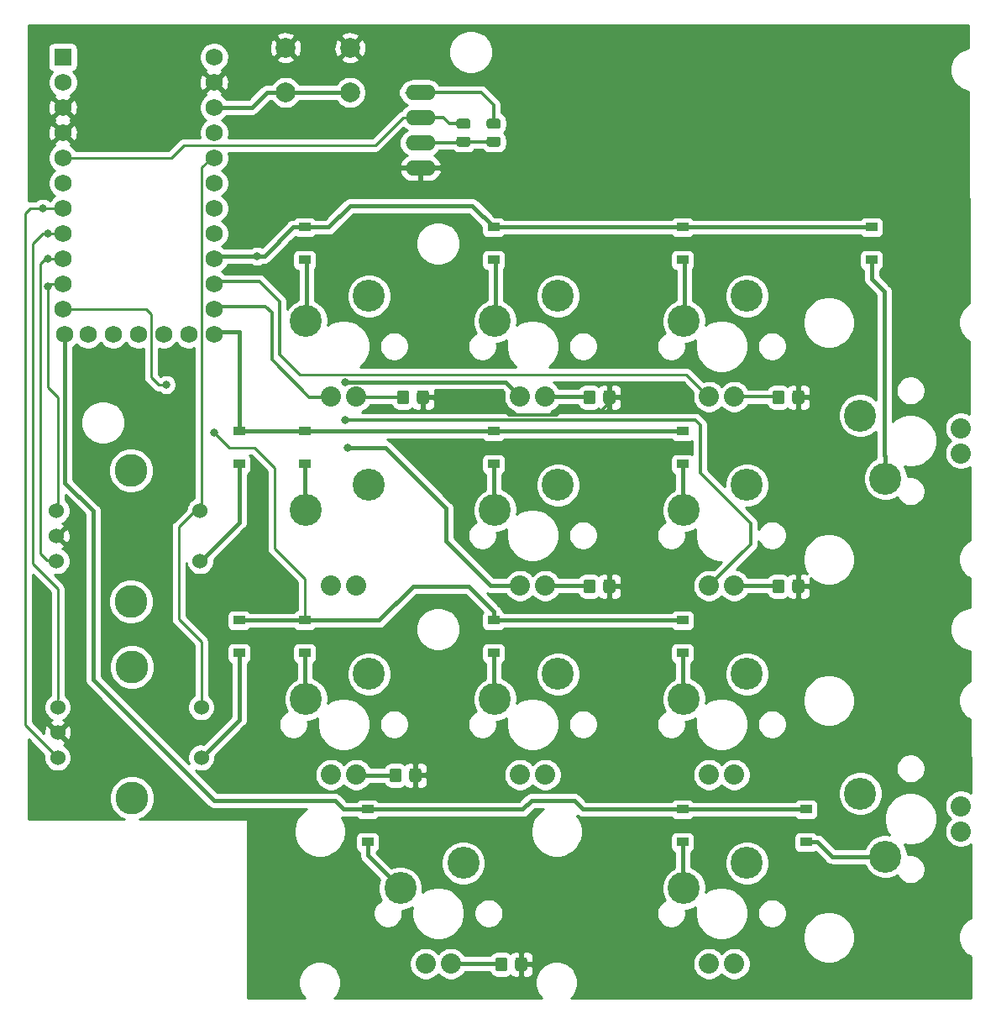
<source format=gbl>
G04 #@! TF.GenerationSoftware,KiCad,Pcbnew,(5.1.9)-1*
G04 #@! TF.CreationDate,2021-06-17T16:50:29+01:00*
G04 #@! TF.ProjectId,AutoPilot,4175746f-5069-46c6-9f74-2e6b69636164,0.3*
G04 #@! TF.SameCoordinates,Original*
G04 #@! TF.FileFunction,Copper,L2,Bot*
G04 #@! TF.FilePolarity,Positive*
%FSLAX46Y46*%
G04 Gerber Fmt 4.6, Leading zero omitted, Abs format (unit mm)*
G04 Created by KiCad (PCBNEW (5.1.9)-1) date 2021-06-17 16:50:29*
%MOMM*%
%LPD*%
G01*
G04 APERTURE LIST*
G04 #@! TA.AperFunction,ComponentPad*
%ADD10C,1.524000*%
G04 #@! TD*
G04 #@! TA.AperFunction,ComponentPad*
%ADD11C,3.302000*%
G04 #@! TD*
G04 #@! TA.AperFunction,ComponentPad*
%ADD12C,2.032000*%
G04 #@! TD*
G04 #@! TA.AperFunction,ComponentPad*
%ADD13C,3.225800*%
G04 #@! TD*
G04 #@! TA.AperFunction,SMDPad,CuDef*
%ADD14R,1.200000X0.900000*%
G04 #@! TD*
G04 #@! TA.AperFunction,ComponentPad*
%ADD15C,1.752600*%
G04 #@! TD*
G04 #@! TA.AperFunction,ComponentPad*
%ADD16R,1.752600X1.752600*%
G04 #@! TD*
G04 #@! TA.AperFunction,ComponentPad*
%ADD17C,2.000000*%
G04 #@! TD*
G04 #@! TA.AperFunction,ComponentPad*
%ADD18O,3.048000X1.524000*%
G04 #@! TD*
G04 #@! TA.AperFunction,ViaPad*
%ADD19C,0.800000*%
G04 #@! TD*
G04 #@! TA.AperFunction,Conductor*
%ADD20C,0.304800*%
G04 #@! TD*
G04 #@! TA.AperFunction,Conductor*
%ADD21C,0.406400*%
G04 #@! TD*
G04 #@! TA.AperFunction,Conductor*
%ADD22C,0.254000*%
G04 #@! TD*
G04 #@! TA.AperFunction,Conductor*
%ADD23C,0.150000*%
G04 #@! TD*
G04 APERTURE END LIST*
D10*
X80137000Y-102616000D03*
X80137000Y-107696000D03*
X94615000Y-102616000D03*
D11*
X87630000Y-98552000D03*
X87630000Y-111760000D03*
D10*
X94615000Y-107696000D03*
X80137000Y-105156000D03*
G04 #@! TA.AperFunction,SMDPad,CuDef*
G36*
G01*
X124656002Y-64116000D02*
X123755998Y-64116000D01*
G75*
G02*
X123506000Y-63866002I0J249998D01*
G01*
X123506000Y-63340998D01*
G75*
G02*
X123755998Y-63091000I249998J0D01*
G01*
X124656002Y-63091000D01*
G75*
G02*
X124906000Y-63340998I0J-249998D01*
G01*
X124906000Y-63866002D01*
G75*
G02*
X124656002Y-64116000I-249998J0D01*
G01*
G37*
G04 #@! TD.AperFunction*
G04 #@! TA.AperFunction,SMDPad,CuDef*
G36*
G01*
X124656002Y-65941000D02*
X123755998Y-65941000D01*
G75*
G02*
X123506000Y-65691002I0J249998D01*
G01*
X123506000Y-65165998D01*
G75*
G02*
X123755998Y-64916000I249998J0D01*
G01*
X124656002Y-64916000D01*
G75*
G02*
X124906000Y-65165998I0J-249998D01*
G01*
X124906000Y-65691002D01*
G75*
G02*
X124656002Y-65941000I-249998J0D01*
G01*
G37*
G04 #@! TD.AperFunction*
G04 #@! TA.AperFunction,SMDPad,CuDef*
G36*
G01*
X121608002Y-64116000D02*
X120707998Y-64116000D01*
G75*
G02*
X120458000Y-63866002I0J249998D01*
G01*
X120458000Y-63340998D01*
G75*
G02*
X120707998Y-63091000I249998J0D01*
G01*
X121608002Y-63091000D01*
G75*
G02*
X121858000Y-63340998I0J-249998D01*
G01*
X121858000Y-63866002D01*
G75*
G02*
X121608002Y-64116000I-249998J0D01*
G01*
G37*
G04 #@! TD.AperFunction*
G04 #@! TA.AperFunction,SMDPad,CuDef*
G36*
G01*
X121608002Y-65941000D02*
X120707998Y-65941000D01*
G75*
G02*
X120458000Y-65691002I0J249998D01*
G01*
X120458000Y-65165998D01*
G75*
G02*
X120707998Y-64916000I249998J0D01*
G01*
X121608002Y-64916000D01*
G75*
G02*
X121858000Y-65165998I0J-249998D01*
G01*
X121858000Y-65691002D01*
G75*
G02*
X121608002Y-65941000I-249998J0D01*
G01*
G37*
G04 #@! TD.AperFunction*
D12*
X171323000Y-96837500D03*
X171323000Y-94297500D03*
D13*
X163703000Y-99377500D03*
X161163000Y-93027500D03*
D12*
X171323000Y-134937500D03*
X171323000Y-132397500D03*
D13*
X163703000Y-137477500D03*
X161163000Y-131127500D03*
X121158000Y-138112500D03*
X114808000Y-140652500D03*
D12*
X119888000Y-148272500D03*
X117348000Y-148272500D03*
D14*
X98552000Y-116966000D03*
X98552000Y-113666000D03*
X98552000Y-97916000D03*
X98552000Y-94616000D03*
X155702000Y-136016000D03*
X155702000Y-132716000D03*
X162306000Y-77342000D03*
X162306000Y-74042000D03*
X143256000Y-136016000D03*
X143256000Y-132716000D03*
X111506000Y-136016000D03*
X111506000Y-132716000D03*
X143256000Y-116966000D03*
X143256000Y-113666000D03*
X124206000Y-116966000D03*
X124206000Y-113666000D03*
X105156000Y-116966000D03*
X105156000Y-113666000D03*
X143256000Y-97916000D03*
X143256000Y-94616000D03*
X124206000Y-97916000D03*
X124206000Y-94616000D03*
X105156000Y-97916000D03*
X105156000Y-94616000D03*
X143256000Y-77342000D03*
X143256000Y-74042000D03*
X124206000Y-77342000D03*
X124206000Y-74042000D03*
X105156000Y-77342000D03*
X105156000Y-74042000D03*
D15*
X83312000Y-84836000D03*
X85852000Y-84836000D03*
X88392000Y-84836000D03*
X90932000Y-84836000D03*
X93472000Y-84836000D03*
X96012000Y-56896000D03*
X81000600Y-84836000D03*
X96012000Y-59436000D03*
X96012000Y-61976000D03*
X96012000Y-64516000D03*
X96012000Y-67056000D03*
X96012000Y-69596000D03*
X96012000Y-72136000D03*
X96012000Y-74676000D03*
X96012000Y-77216000D03*
X96012000Y-79756000D03*
X96012000Y-82296000D03*
X96012000Y-84836000D03*
X80772000Y-82296000D03*
X80772000Y-79756000D03*
X80772000Y-77216000D03*
X80772000Y-74676000D03*
X80772000Y-72136000D03*
X80772000Y-69596000D03*
X80772000Y-67056000D03*
X80772000Y-64516000D03*
X80772000Y-61976000D03*
X80772000Y-59436000D03*
D16*
X80772000Y-56896000D03*
G04 #@! TA.AperFunction,SMDPad,CuDef*
G36*
G01*
X115716000Y-129736001D02*
X115716000Y-128835999D01*
G75*
G02*
X115965999Y-128586000I249999J0D01*
G01*
X116666001Y-128586000D01*
G75*
G02*
X116916000Y-128835999I0J-249999D01*
G01*
X116916000Y-129736001D01*
G75*
G02*
X116666001Y-129986000I-249999J0D01*
G01*
X115965999Y-129986000D01*
G75*
G02*
X115716000Y-129736001I0J249999D01*
G01*
G37*
G04 #@! TD.AperFunction*
G04 #@! TA.AperFunction,SMDPad,CuDef*
G36*
G01*
X113716000Y-129736001D02*
X113716000Y-128835999D01*
G75*
G02*
X113965999Y-128586000I249999J0D01*
G01*
X114666001Y-128586000D01*
G75*
G02*
X114916000Y-128835999I0J-249999D01*
G01*
X114916000Y-129736001D01*
G75*
G02*
X114666001Y-129986000I-249999J0D01*
G01*
X113965999Y-129986000D01*
G75*
G02*
X113716000Y-129736001I0J249999D01*
G01*
G37*
G04 #@! TD.AperFunction*
D13*
X111633000Y-100012500D03*
X105283000Y-102552500D03*
D12*
X110363000Y-110172500D03*
X107823000Y-110172500D03*
G04 #@! TA.AperFunction,SMDPad,CuDef*
G36*
G01*
X135274000Y-110686001D02*
X135274000Y-109785999D01*
G75*
G02*
X135523999Y-109536000I249999J0D01*
G01*
X136224001Y-109536000D01*
G75*
G02*
X136474000Y-109785999I0J-249999D01*
G01*
X136474000Y-110686001D01*
G75*
G02*
X136224001Y-110936000I-249999J0D01*
G01*
X135523999Y-110936000D01*
G75*
G02*
X135274000Y-110686001I0J249999D01*
G01*
G37*
G04 #@! TD.AperFunction*
G04 #@! TA.AperFunction,SMDPad,CuDef*
G36*
G01*
X133274000Y-110686001D02*
X133274000Y-109785999D01*
G75*
G02*
X133523999Y-109536000I249999J0D01*
G01*
X134224001Y-109536000D01*
G75*
G02*
X134474000Y-109785999I0J-249999D01*
G01*
X134474000Y-110686001D01*
G75*
G02*
X134224001Y-110936000I-249999J0D01*
G01*
X133523999Y-110936000D01*
G75*
G02*
X133274000Y-110686001I0J249999D01*
G01*
G37*
G04 #@! TD.AperFunction*
G04 #@! TA.AperFunction,SMDPad,CuDef*
G36*
G01*
X125584000Y-147885999D02*
X125584000Y-148786001D01*
G75*
G02*
X125334001Y-149036000I-249999J0D01*
G01*
X124633999Y-149036000D01*
G75*
G02*
X124384000Y-148786001I0J249999D01*
G01*
X124384000Y-147885999D01*
G75*
G02*
X124633999Y-147636000I249999J0D01*
G01*
X125334001Y-147636000D01*
G75*
G02*
X125584000Y-147885999I0J-249999D01*
G01*
G37*
G04 #@! TD.AperFunction*
G04 #@! TA.AperFunction,SMDPad,CuDef*
G36*
G01*
X127584000Y-147885999D02*
X127584000Y-148786001D01*
G75*
G02*
X127334001Y-149036000I-249999J0D01*
G01*
X126633999Y-149036000D01*
G75*
G02*
X126384000Y-148786001I0J249999D01*
G01*
X126384000Y-147885999D01*
G75*
G02*
X126633999Y-147636000I249999J0D01*
G01*
X127334001Y-147636000D01*
G75*
G02*
X127584000Y-147885999I0J-249999D01*
G01*
G37*
G04 #@! TD.AperFunction*
G04 #@! TA.AperFunction,SMDPad,CuDef*
G36*
G01*
X153524000Y-109785999D02*
X153524000Y-110686001D01*
G75*
G02*
X153274001Y-110936000I-249999J0D01*
G01*
X152573999Y-110936000D01*
G75*
G02*
X152324000Y-110686001I0J249999D01*
G01*
X152324000Y-109785999D01*
G75*
G02*
X152573999Y-109536000I249999J0D01*
G01*
X153274001Y-109536000D01*
G75*
G02*
X153524000Y-109785999I0J-249999D01*
G01*
G37*
G04 #@! TD.AperFunction*
G04 #@! TA.AperFunction,SMDPad,CuDef*
G36*
G01*
X155524000Y-109785999D02*
X155524000Y-110686001D01*
G75*
G02*
X155274001Y-110936000I-249999J0D01*
G01*
X154573999Y-110936000D01*
G75*
G02*
X154324000Y-110686001I0J249999D01*
G01*
X154324000Y-109785999D01*
G75*
G02*
X154573999Y-109536000I249999J0D01*
G01*
X155274001Y-109536000D01*
G75*
G02*
X155524000Y-109785999I0J-249999D01*
G01*
G37*
G04 #@! TD.AperFunction*
G04 #@! TA.AperFunction,SMDPad,CuDef*
G36*
G01*
X154324000Y-91636001D02*
X154324000Y-90735999D01*
G75*
G02*
X154573999Y-90486000I249999J0D01*
G01*
X155274001Y-90486000D01*
G75*
G02*
X155524000Y-90735999I0J-249999D01*
G01*
X155524000Y-91636001D01*
G75*
G02*
X155274001Y-91886000I-249999J0D01*
G01*
X154573999Y-91886000D01*
G75*
G02*
X154324000Y-91636001I0J249999D01*
G01*
G37*
G04 #@! TD.AperFunction*
G04 #@! TA.AperFunction,SMDPad,CuDef*
G36*
G01*
X152324000Y-91636001D02*
X152324000Y-90735999D01*
G75*
G02*
X152573999Y-90486000I249999J0D01*
G01*
X153274001Y-90486000D01*
G75*
G02*
X153524000Y-90735999I0J-249999D01*
G01*
X153524000Y-91636001D01*
G75*
G02*
X153274001Y-91886000I-249999J0D01*
G01*
X152573999Y-91886000D01*
G75*
G02*
X152324000Y-91636001I0J249999D01*
G01*
G37*
G04 #@! TD.AperFunction*
G04 #@! TA.AperFunction,SMDPad,CuDef*
G36*
G01*
X134474000Y-90735999D02*
X134474000Y-91636001D01*
G75*
G02*
X134224001Y-91886000I-249999J0D01*
G01*
X133523999Y-91886000D01*
G75*
G02*
X133274000Y-91636001I0J249999D01*
G01*
X133274000Y-90735999D01*
G75*
G02*
X133523999Y-90486000I249999J0D01*
G01*
X134224001Y-90486000D01*
G75*
G02*
X134474000Y-90735999I0J-249999D01*
G01*
G37*
G04 #@! TD.AperFunction*
G04 #@! TA.AperFunction,SMDPad,CuDef*
G36*
G01*
X136474000Y-90735999D02*
X136474000Y-91636001D01*
G75*
G02*
X136224001Y-91886000I-249999J0D01*
G01*
X135523999Y-91886000D01*
G75*
G02*
X135274000Y-91636001I0J249999D01*
G01*
X135274000Y-90735999D01*
G75*
G02*
X135523999Y-90486000I249999J0D01*
G01*
X136224001Y-90486000D01*
G75*
G02*
X136474000Y-90735999I0J-249999D01*
G01*
G37*
G04 #@! TD.AperFunction*
G04 #@! TA.AperFunction,SMDPad,CuDef*
G36*
G01*
X115678000Y-90735999D02*
X115678000Y-91636001D01*
G75*
G02*
X115428001Y-91886000I-249999J0D01*
G01*
X114727999Y-91886000D01*
G75*
G02*
X114478000Y-91636001I0J249999D01*
G01*
X114478000Y-90735999D01*
G75*
G02*
X114727999Y-90486000I249999J0D01*
G01*
X115428001Y-90486000D01*
G75*
G02*
X115678000Y-90735999I0J-249999D01*
G01*
G37*
G04 #@! TD.AperFunction*
G04 #@! TA.AperFunction,SMDPad,CuDef*
G36*
G01*
X117678000Y-90735999D02*
X117678000Y-91636001D01*
G75*
G02*
X117428001Y-91886000I-249999J0D01*
G01*
X116727999Y-91886000D01*
G75*
G02*
X116478000Y-91636001I0J249999D01*
G01*
X116478000Y-90735999D01*
G75*
G02*
X116727999Y-90486000I249999J0D01*
G01*
X117428001Y-90486000D01*
G75*
G02*
X117678000Y-90735999I0J-249999D01*
G01*
G37*
G04 #@! TD.AperFunction*
D17*
X103228000Y-60452000D03*
X103228000Y-55952000D03*
X109728000Y-60452000D03*
X109728000Y-55952000D03*
D18*
X116840000Y-68072000D03*
X116840000Y-65532000D03*
X116840000Y-62992000D03*
X116840000Y-60452000D03*
D13*
X149733000Y-138112500D03*
X143383000Y-140652500D03*
D12*
X148463000Y-148272500D03*
X145923000Y-148272500D03*
D13*
X130683000Y-80962500D03*
X124333000Y-83502500D03*
D12*
X129413000Y-91122500D03*
X126873000Y-91122500D03*
D10*
X80251300Y-122428000D03*
X80251300Y-127508000D03*
X94729300Y-122428000D03*
D11*
X87744300Y-118364000D03*
X87744300Y-131572000D03*
D10*
X94729300Y-127508000D03*
X80251300Y-124968000D03*
D13*
X149733000Y-80962500D03*
X143383000Y-83502500D03*
D12*
X148463000Y-91122500D03*
X145923000Y-91122500D03*
D13*
X130683000Y-100012500D03*
X124333000Y-102552500D03*
D12*
X129413000Y-110172500D03*
X126873000Y-110172500D03*
D13*
X149733000Y-100012500D03*
X143383000Y-102552500D03*
D12*
X148463000Y-110172500D03*
X145923000Y-110172500D03*
D13*
X111633000Y-119062500D03*
X105283000Y-121602500D03*
D12*
X110363000Y-129222500D03*
X107823000Y-129222500D03*
D13*
X130683000Y-119062500D03*
X124333000Y-121602500D03*
D12*
X129413000Y-129222500D03*
X126873000Y-129222500D03*
D13*
X149733000Y-119062500D03*
X143383000Y-121602500D03*
D12*
X148463000Y-129222500D03*
X145923000Y-129222500D03*
D13*
X111633000Y-80962500D03*
X105283000Y-83502500D03*
D12*
X110363000Y-91122500D03*
X107823000Y-91122500D03*
D19*
X109220000Y-89630200D03*
X109220000Y-93472000D03*
X79248000Y-80010000D03*
X79248000Y-77216000D03*
X109474000Y-96266000D03*
X100330000Y-76962000D03*
X96012000Y-94742000D03*
X91186000Y-89916000D03*
X79248000Y-74676000D03*
X78740000Y-72136000D03*
D20*
X117078000Y-91186000D02*
X118618000Y-91186000D01*
X135874000Y-91186000D02*
X135874000Y-91710000D01*
X135874000Y-91710000D02*
X134874000Y-92710000D01*
X134874000Y-92710000D02*
X130810000Y-92710000D01*
X130810000Y-92710000D02*
X130556000Y-92964000D01*
X130556000Y-92964000D02*
X125730000Y-92964000D01*
X125476000Y-92710000D02*
X120142000Y-92710000D01*
X125730000Y-92964000D02*
X125476000Y-92710000D01*
X118618000Y-91186000D02*
X120142000Y-92710000D01*
X121054500Y-65532000D02*
X121158000Y-65428500D01*
X116840000Y-65532000D02*
X121054500Y-65532000D01*
X121158000Y-65428500D02*
X124206000Y-65428500D01*
D21*
X133810500Y-91122500D02*
X133874000Y-91186000D01*
X129413000Y-91122500D02*
X133810500Y-91122500D01*
D20*
X110426500Y-91186000D02*
X110363000Y-91122500D01*
X115078000Y-91186000D02*
X110426500Y-91186000D01*
D21*
X152860500Y-110172500D02*
X152924000Y-110236000D01*
X148463000Y-110172500D02*
X152860500Y-110172500D01*
X125380700Y-89630200D02*
X126873000Y-91122500D01*
X109220000Y-89630200D02*
X125380700Y-89630200D01*
D20*
X150114000Y-105981500D02*
X145923000Y-110172500D01*
X150114000Y-103886000D02*
X150114000Y-105981500D01*
X145034000Y-98806000D02*
X150114000Y-103886000D01*
X145034000Y-93980000D02*
X145034000Y-98806000D01*
X144526000Y-93472000D02*
X145034000Y-93980000D01*
X109220000Y-93472000D02*
X144526000Y-93472000D01*
D22*
X80251300Y-91173300D02*
X79248000Y-90170000D01*
X80251300Y-102552500D02*
X80251300Y-91173300D01*
X79248000Y-90170000D02*
X79248000Y-80010000D01*
X80772000Y-79756000D02*
X79502000Y-79756000D01*
X79502000Y-79756000D02*
X79248000Y-80010000D01*
X79248000Y-80010000D02*
X79248000Y-80010000D01*
X80251300Y-107632500D02*
X79184500Y-107632500D01*
X79184500Y-107632500D02*
X78486000Y-106934000D01*
X78486000Y-106934000D02*
X78486000Y-77724000D01*
X78994000Y-77216000D02*
X78486000Y-77724000D01*
X80772000Y-77216000D02*
X79248000Y-77216000D01*
X79248000Y-77216000D02*
X78994000Y-77216000D01*
D21*
X105282000Y-83478000D02*
X105333000Y-83529000D01*
X105333000Y-77519000D02*
X105156000Y-77342000D01*
X105333000Y-83529000D02*
X105333000Y-77519000D01*
X124920500Y-148272500D02*
X124984000Y-148336000D01*
X119888000Y-148272500D02*
X124920500Y-148272500D01*
X133810500Y-110172500D02*
X133874000Y-110236000D01*
X129413000Y-110172500D02*
X133810500Y-110172500D01*
X110426500Y-129286000D02*
X110363000Y-129222500D01*
X114316000Y-129286000D02*
X110426500Y-129286000D01*
X113284000Y-96266000D02*
X109474000Y-96266000D01*
X119380000Y-102362000D02*
X113284000Y-96266000D01*
X119380000Y-105664000D02*
X119380000Y-102362000D01*
X123888500Y-110172500D02*
X119380000Y-105664000D01*
X126873000Y-110172500D02*
X123888500Y-110172500D01*
X124373000Y-77509000D02*
X124206000Y-77342000D01*
X124373000Y-83509000D02*
X124373000Y-77509000D01*
X143438000Y-77524000D02*
X143256000Y-77342000D01*
X143438000Y-83494000D02*
X143438000Y-77524000D01*
X105156000Y-102425500D02*
X105283000Y-102552500D01*
X105156000Y-97916000D02*
X105156000Y-102425500D01*
X124206000Y-102425500D02*
X124333000Y-102552500D01*
X124206000Y-97916000D02*
X124206000Y-102425500D01*
X143256000Y-102425500D02*
X143383000Y-102552500D01*
X143256000Y-97916000D02*
X143256000Y-102425500D01*
X105156000Y-121475500D02*
X105283000Y-121602500D01*
X105156000Y-116966000D02*
X105156000Y-121475500D01*
X124206000Y-121475500D02*
X124333000Y-121602500D01*
X124206000Y-116966000D02*
X124206000Y-121475500D01*
X143256000Y-121475500D02*
X143383000Y-121602500D01*
X143256000Y-116966000D02*
X143256000Y-121475500D01*
X143256000Y-74042000D02*
X124206000Y-74042000D01*
X105156000Y-74042000D02*
X104012000Y-74042000D01*
X101092000Y-76962000D02*
X100330000Y-76962000D01*
X104012000Y-74042000D02*
X101092000Y-76962000D01*
X105156000Y-74042000D02*
X107568000Y-74042000D01*
X107568000Y-74042000D02*
X109728000Y-71882000D01*
X122046000Y-71882000D02*
X124206000Y-74042000D01*
X109728000Y-71882000D02*
X122046000Y-71882000D01*
X100330000Y-76962000D02*
X96012000Y-76962000D01*
X143256000Y-74042000D02*
X162306000Y-74042000D01*
X96012000Y-84582000D02*
X98552000Y-84582000D01*
X98552000Y-84582000D02*
X98552000Y-94616000D01*
X98552000Y-94616000D02*
X105156000Y-94616000D01*
X105156000Y-94616000D02*
X124206000Y-94616000D01*
X124206000Y-94616000D02*
X143256000Y-94616000D01*
X143256000Y-113666000D02*
X124206000Y-113666000D01*
X105156000Y-113666000D02*
X98552000Y-113666000D01*
D22*
X105156000Y-113666000D02*
X105156000Y-109474000D01*
X105156000Y-109474000D02*
X102108000Y-106426000D01*
X102108000Y-106426000D02*
X102108000Y-98298000D01*
X102108000Y-98298000D02*
X100076000Y-96266000D01*
X100076000Y-96266000D02*
X97536000Y-96266000D01*
X97536000Y-96266000D02*
X96012000Y-94742000D01*
X91186000Y-89916000D02*
X90424000Y-89916000D01*
X90424000Y-89916000D02*
X89662000Y-89154000D01*
X89662000Y-89154000D02*
X89662000Y-82804000D01*
X89154000Y-82296000D02*
X80772000Y-82296000D01*
X89662000Y-82804000D02*
X89154000Y-82296000D01*
D21*
X105156000Y-113666000D02*
X112648000Y-113666000D01*
X112648000Y-113666000D02*
X116078000Y-110236000D01*
X116078000Y-110236000D02*
X121666000Y-110236000D01*
X124206000Y-112776000D02*
X124206000Y-113666000D01*
X121666000Y-110236000D02*
X124206000Y-112776000D01*
X111506000Y-137350500D02*
X111506000Y-136016000D01*
X114808000Y-140652500D02*
X111506000Y-137350500D01*
X155702000Y-132716000D02*
X143256000Y-132716000D01*
X143256000Y-132716000D02*
X133224000Y-132716000D01*
X133224000Y-132716000D02*
X132334000Y-131826000D01*
X132334000Y-131826000D02*
X128016000Y-131826000D01*
X127126000Y-132716000D02*
X111506000Y-132716000D01*
X128016000Y-131826000D02*
X127126000Y-132716000D01*
X109094000Y-132716000D02*
X111506000Y-132716000D01*
X108204000Y-131826000D02*
X109094000Y-132716000D01*
X83820000Y-119634000D02*
X96012000Y-131826000D01*
X96012000Y-131826000D02*
X108204000Y-131826000D01*
X83820000Y-102616000D02*
X83820000Y-119634000D01*
X81000600Y-99796600D02*
X83820000Y-102616000D01*
X81000600Y-84582000D02*
X81000600Y-99796600D01*
X143256000Y-140525500D02*
X143383000Y-140652500D01*
X143256000Y-136016000D02*
X143256000Y-140525500D01*
X163703000Y-99377500D02*
X163703000Y-97155000D01*
X163703000Y-97155000D02*
X163576000Y-97028000D01*
X163576000Y-97028000D02*
X163576000Y-80518000D01*
X162306000Y-79248000D02*
X162306000Y-77342000D01*
X163576000Y-80518000D02*
X162306000Y-79248000D01*
X155702000Y-136016000D02*
X156846000Y-136016000D01*
X158307500Y-137477500D02*
X156846000Y-136016000D01*
X163703000Y-137477500D02*
X158307500Y-137477500D01*
X98552000Y-103809800D02*
X94729300Y-107632500D01*
X98552000Y-97916000D02*
X98552000Y-103809800D01*
X98552000Y-123685300D02*
X94729300Y-127508000D01*
X98552000Y-116966000D02*
X98552000Y-123685300D01*
D22*
X91694000Y-67056000D02*
X84074000Y-67056000D01*
X92964000Y-65786000D02*
X91694000Y-67056000D01*
X112268000Y-65786000D02*
X92964000Y-65786000D01*
X115062000Y-62992000D02*
X112268000Y-65786000D01*
X116840000Y-62992000D02*
X115062000Y-62992000D01*
X84074000Y-67056000D02*
X80772000Y-67056000D01*
D20*
X121158000Y-63603500D02*
X119737500Y-63603500D01*
X119126000Y-62992000D02*
X116840000Y-62992000D01*
X119737500Y-63603500D02*
X119126000Y-62992000D01*
D22*
X116840000Y-60452000D02*
X115316000Y-60452000D01*
D20*
X124206000Y-63603500D02*
X124206000Y-61722000D01*
X122936000Y-60452000D02*
X116840000Y-60452000D01*
X124206000Y-61722000D02*
X122936000Y-60452000D01*
D21*
X109728000Y-60452000D02*
X101346000Y-60452000D01*
X99822000Y-61976000D02*
X96012000Y-61976000D01*
X101346000Y-60452000D02*
X99822000Y-61976000D01*
D22*
X94805499Y-101854001D02*
X94107000Y-102552500D01*
X94805499Y-68008501D02*
X94805499Y-101854001D01*
X96012000Y-66802000D02*
X94805499Y-68008501D01*
X94615000Y-102108000D02*
X92456000Y-104267000D01*
X92456000Y-104267000D02*
X92456000Y-113538000D01*
X94729300Y-115811300D02*
X94729300Y-122428000D01*
X92456000Y-113538000D02*
X94729300Y-115811300D01*
X80251300Y-121602500D02*
X80251300Y-110477300D01*
X80251300Y-110477300D02*
X77724000Y-107950000D01*
X77724000Y-107950000D02*
X77724000Y-75692000D01*
X78740000Y-74676000D02*
X79248000Y-74676000D01*
X77724000Y-75692000D02*
X78740000Y-74676000D01*
X79248000Y-74676000D02*
X80772000Y-74676000D01*
X78740000Y-72136000D02*
X80772000Y-72136000D01*
X76962000Y-124218700D02*
X80251300Y-127508000D01*
X76962000Y-72644000D02*
X76962000Y-124218700D01*
X77470000Y-72136000D02*
X76962000Y-72644000D01*
X78740000Y-72136000D02*
X77470000Y-72136000D01*
D20*
X96012000Y-79502000D02*
X100584000Y-79502000D01*
X100584000Y-79502000D02*
X102616000Y-81534000D01*
X102616000Y-81534000D02*
X102616000Y-86868000D01*
X102616000Y-86868000D02*
X104648000Y-88900000D01*
D22*
X104648000Y-88900000D02*
X143637000Y-88900000D01*
X145851000Y-91114000D02*
X145978000Y-91114000D01*
X143637000Y-88900000D02*
X145851000Y-91114000D01*
D20*
X96012000Y-82042000D02*
X101219000Y-82042000D01*
X101219000Y-82042000D02*
X101854000Y-82677000D01*
X101854000Y-82677000D02*
X101854000Y-87376000D01*
X105627000Y-91149000D02*
X107873000Y-91149000D01*
X101854000Y-87376000D02*
X105627000Y-91149000D01*
X152860500Y-91122500D02*
X152924000Y-91186000D01*
X148463000Y-91122500D02*
X152860500Y-91122500D01*
D22*
X172091117Y-55961783D02*
X171814075Y-56016890D01*
X171407331Y-56185369D01*
X171041271Y-56429962D01*
X170729962Y-56741271D01*
X170485369Y-57107331D01*
X170316890Y-57514075D01*
X170231000Y-57945872D01*
X170231000Y-58386128D01*
X170316890Y-58817925D01*
X170485369Y-59224669D01*
X170729962Y-59590729D01*
X171041271Y-59902038D01*
X171407331Y-60146631D01*
X171814075Y-60315110D01*
X172102514Y-60372484D01*
X172157748Y-81748012D01*
X171851718Y-81952496D01*
X171550996Y-82253218D01*
X171314719Y-82606830D01*
X171151970Y-82999743D01*
X171069000Y-83416857D01*
X171069000Y-83842143D01*
X171151970Y-84259257D01*
X171314719Y-84652170D01*
X171550996Y-85005782D01*
X171851718Y-85306504D01*
X172167489Y-85517496D01*
X172186536Y-92888856D01*
X172105042Y-92834403D01*
X171804579Y-92709947D01*
X171485609Y-92646500D01*
X171160391Y-92646500D01*
X170841421Y-92709947D01*
X170540958Y-92834403D01*
X170270549Y-93015085D01*
X170040585Y-93245049D01*
X169859903Y-93515458D01*
X169735447Y-93815921D01*
X169672000Y-94134891D01*
X169672000Y-94460109D01*
X169735447Y-94779079D01*
X169859903Y-95079542D01*
X170040585Y-95349951D01*
X170258134Y-95567500D01*
X170040585Y-95785049D01*
X169859903Y-96055458D01*
X169735447Y-96355921D01*
X169672000Y-96674891D01*
X169672000Y-97000109D01*
X169735447Y-97319079D01*
X169859903Y-97619542D01*
X170040585Y-97889951D01*
X170270549Y-98119915D01*
X170540958Y-98300597D01*
X170841421Y-98425053D01*
X171160391Y-98488500D01*
X171485609Y-98488500D01*
X171804579Y-98425053D01*
X172105042Y-98300597D01*
X172200355Y-98236910D01*
X172219346Y-105586413D01*
X172205330Y-105592219D01*
X171851718Y-105828496D01*
X171550996Y-106129218D01*
X171314719Y-106482830D01*
X171151970Y-106875743D01*
X171069000Y-107292857D01*
X171069000Y-107718143D01*
X171151970Y-108135257D01*
X171314719Y-108528170D01*
X171550996Y-108881782D01*
X171851718Y-109182504D01*
X172205330Y-109418781D01*
X172229275Y-109428699D01*
X172236748Y-112320815D01*
X171814075Y-112404890D01*
X171407331Y-112573369D01*
X171041271Y-112817962D01*
X170729962Y-113129271D01*
X170485369Y-113495331D01*
X170316890Y-113902075D01*
X170231000Y-114333872D01*
X170231000Y-114774128D01*
X170316890Y-115205925D01*
X170485369Y-115612669D01*
X170729962Y-115978729D01*
X171041271Y-116290038D01*
X171407331Y-116534631D01*
X171814075Y-116703110D01*
X172245872Y-116789000D01*
X172248294Y-116789000D01*
X172256062Y-119795205D01*
X172205330Y-119816219D01*
X171851718Y-120052496D01*
X171550996Y-120353218D01*
X171314719Y-120706830D01*
X171151970Y-121099743D01*
X171069000Y-121516857D01*
X171069000Y-121942143D01*
X171151970Y-122359257D01*
X171314719Y-122752170D01*
X171550996Y-123105782D01*
X171851718Y-123406504D01*
X172205330Y-123642781D01*
X172266069Y-123667940D01*
X172285156Y-131054752D01*
X172105042Y-130934403D01*
X171804579Y-130809947D01*
X171485609Y-130746500D01*
X171160391Y-130746500D01*
X170841421Y-130809947D01*
X170540958Y-130934403D01*
X170270549Y-131115085D01*
X170040585Y-131345049D01*
X169859903Y-131615458D01*
X169735447Y-131915921D01*
X169672000Y-132234891D01*
X169672000Y-132560109D01*
X169735447Y-132879079D01*
X169859903Y-133179542D01*
X170040585Y-133449951D01*
X170258134Y-133667500D01*
X170040585Y-133885049D01*
X169859903Y-134155458D01*
X169735447Y-134455921D01*
X169672000Y-134774891D01*
X169672000Y-135100109D01*
X169735447Y-135419079D01*
X169859903Y-135719542D01*
X170040585Y-135989951D01*
X170270549Y-136219915D01*
X170540958Y-136400597D01*
X170841421Y-136525053D01*
X171160391Y-136588500D01*
X171485609Y-136588500D01*
X171804579Y-136525053D01*
X172105042Y-136400597D01*
X172298635Y-136271242D01*
X172317691Y-143645678D01*
X172205330Y-143692219D01*
X171851718Y-143928496D01*
X171550996Y-144229218D01*
X171314719Y-144582830D01*
X171151970Y-144975743D01*
X171069000Y-145392857D01*
X171069000Y-145818143D01*
X171151970Y-146235257D01*
X171314719Y-146628170D01*
X171550996Y-146981782D01*
X171851718Y-147282504D01*
X172205330Y-147518781D01*
X172327830Y-147569522D01*
X172338671Y-151765000D01*
X132021786Y-151765000D01*
X132233004Y-151553782D01*
X132469281Y-151200170D01*
X132632030Y-150807257D01*
X132715000Y-150390143D01*
X132715000Y-149964857D01*
X132632030Y-149547743D01*
X132469281Y-149154830D01*
X132233004Y-148801218D01*
X131932282Y-148500496D01*
X131578670Y-148264219D01*
X131206088Y-148109891D01*
X144272000Y-148109891D01*
X144272000Y-148435109D01*
X144335447Y-148754079D01*
X144459903Y-149054542D01*
X144640585Y-149324951D01*
X144870549Y-149554915D01*
X145140958Y-149735597D01*
X145441421Y-149860053D01*
X145760391Y-149923500D01*
X146085609Y-149923500D01*
X146404579Y-149860053D01*
X146705042Y-149735597D01*
X146975451Y-149554915D01*
X147193000Y-149337366D01*
X147410549Y-149554915D01*
X147680958Y-149735597D01*
X147981421Y-149860053D01*
X148300391Y-149923500D01*
X148625609Y-149923500D01*
X148944579Y-149860053D01*
X149245042Y-149735597D01*
X149515451Y-149554915D01*
X149745415Y-149324951D01*
X149926097Y-149054542D01*
X150050553Y-148754079D01*
X150114000Y-148435109D01*
X150114000Y-148109891D01*
X150050553Y-147790921D01*
X149926097Y-147490458D01*
X149745415Y-147220049D01*
X149515451Y-146990085D01*
X149245042Y-146809403D01*
X148944579Y-146684947D01*
X148625609Y-146621500D01*
X148300391Y-146621500D01*
X147981421Y-146684947D01*
X147680958Y-146809403D01*
X147410549Y-146990085D01*
X147193000Y-147207634D01*
X146975451Y-146990085D01*
X146705042Y-146809403D01*
X146404579Y-146684947D01*
X146085609Y-146621500D01*
X145760391Y-146621500D01*
X145441421Y-146684947D01*
X145140958Y-146809403D01*
X144870549Y-146990085D01*
X144640585Y-147220049D01*
X144459903Y-147490458D01*
X144335447Y-147790921D01*
X144272000Y-148109891D01*
X131206088Y-148109891D01*
X131185757Y-148101470D01*
X130768643Y-148018500D01*
X130343357Y-148018500D01*
X129926243Y-148101470D01*
X129533330Y-148264219D01*
X129179718Y-148500496D01*
X128878996Y-148801218D01*
X128642719Y-149154830D01*
X128479970Y-149547743D01*
X128397000Y-149964857D01*
X128397000Y-150390143D01*
X128479970Y-150807257D01*
X128642719Y-151200170D01*
X128878996Y-151553782D01*
X129090214Y-151765000D01*
X108145786Y-151765000D01*
X108357004Y-151553782D01*
X108593281Y-151200170D01*
X108756030Y-150807257D01*
X108839000Y-150390143D01*
X108839000Y-149964857D01*
X108756030Y-149547743D01*
X108593281Y-149154830D01*
X108357004Y-148801218D01*
X108056282Y-148500496D01*
X107702670Y-148264219D01*
X107330088Y-148109891D01*
X115697000Y-148109891D01*
X115697000Y-148435109D01*
X115760447Y-148754079D01*
X115884903Y-149054542D01*
X116065585Y-149324951D01*
X116295549Y-149554915D01*
X116565958Y-149735597D01*
X116866421Y-149860053D01*
X117185391Y-149923500D01*
X117510609Y-149923500D01*
X117829579Y-149860053D01*
X118130042Y-149735597D01*
X118400451Y-149554915D01*
X118618000Y-149337366D01*
X118835549Y-149554915D01*
X119105958Y-149735597D01*
X119406421Y-149860053D01*
X119725391Y-149923500D01*
X120050609Y-149923500D01*
X120369579Y-149860053D01*
X120670042Y-149735597D01*
X120940451Y-149554915D01*
X121170415Y-149324951D01*
X121313573Y-149110700D01*
X123808932Y-149110700D01*
X123813528Y-149125851D01*
X123895595Y-149279387D01*
X124006038Y-149413962D01*
X124140613Y-149524405D01*
X124294149Y-149606472D01*
X124460745Y-149657008D01*
X124633999Y-149674072D01*
X125334001Y-149674072D01*
X125507255Y-149657008D01*
X125673851Y-149606472D01*
X125827387Y-149524405D01*
X125908637Y-149457724D01*
X125932815Y-149487185D01*
X126029506Y-149566537D01*
X126139820Y-149625502D01*
X126259518Y-149661812D01*
X126384000Y-149674072D01*
X126698250Y-149671000D01*
X126857000Y-149512250D01*
X126857000Y-148463000D01*
X127111000Y-148463000D01*
X127111000Y-149512250D01*
X127269750Y-149671000D01*
X127584000Y-149674072D01*
X127708482Y-149661812D01*
X127828180Y-149625502D01*
X127938494Y-149566537D01*
X128035185Y-149487185D01*
X128114537Y-149390494D01*
X128173502Y-149280180D01*
X128209812Y-149160482D01*
X128222072Y-149036000D01*
X128219000Y-148621750D01*
X128060250Y-148463000D01*
X127111000Y-148463000D01*
X126857000Y-148463000D01*
X126837000Y-148463000D01*
X126837000Y-148209000D01*
X126857000Y-148209000D01*
X126857000Y-147159750D01*
X127111000Y-147159750D01*
X127111000Y-148209000D01*
X128060250Y-148209000D01*
X128219000Y-148050250D01*
X128222072Y-147636000D01*
X128209812Y-147511518D01*
X128173502Y-147391820D01*
X128114537Y-147281506D01*
X128035185Y-147184815D01*
X127938494Y-147105463D01*
X127828180Y-147046498D01*
X127708482Y-147010188D01*
X127584000Y-146997928D01*
X127269750Y-147001000D01*
X127111000Y-147159750D01*
X126857000Y-147159750D01*
X126698250Y-147001000D01*
X126384000Y-146997928D01*
X126259518Y-147010188D01*
X126139820Y-147046498D01*
X126029506Y-147105463D01*
X125932815Y-147184815D01*
X125908637Y-147214276D01*
X125827387Y-147147595D01*
X125673851Y-147065528D01*
X125507255Y-147014992D01*
X125334001Y-146997928D01*
X124633999Y-146997928D01*
X124460745Y-147014992D01*
X124294149Y-147065528D01*
X124140613Y-147147595D01*
X124006038Y-147258038D01*
X123895595Y-147392613D01*
X123873313Y-147434300D01*
X121313573Y-147434300D01*
X121170415Y-147220049D01*
X120940451Y-146990085D01*
X120670042Y-146809403D01*
X120369579Y-146684947D01*
X120050609Y-146621500D01*
X119725391Y-146621500D01*
X119406421Y-146684947D01*
X119105958Y-146809403D01*
X118835549Y-146990085D01*
X118618000Y-147207634D01*
X118400451Y-146990085D01*
X118130042Y-146809403D01*
X117829579Y-146684947D01*
X117510609Y-146621500D01*
X117185391Y-146621500D01*
X116866421Y-146684947D01*
X116565958Y-146809403D01*
X116295549Y-146990085D01*
X116065585Y-147220049D01*
X115884903Y-147490458D01*
X115760447Y-147790921D01*
X115697000Y-148109891D01*
X107330088Y-148109891D01*
X107309757Y-148101470D01*
X106892643Y-148018500D01*
X106467357Y-148018500D01*
X106050243Y-148101470D01*
X105657330Y-148264219D01*
X105303718Y-148500496D01*
X105002996Y-148801218D01*
X104766719Y-149154830D01*
X104603970Y-149547743D01*
X104521000Y-149964857D01*
X104521000Y-150390143D01*
X104603970Y-150807257D01*
X104766719Y-151200170D01*
X105002996Y-151553782D01*
X105214214Y-151765000D01*
X99441000Y-151765000D01*
X99441000Y-133858000D01*
X99438560Y-133833224D01*
X99431333Y-133809399D01*
X99419597Y-133787443D01*
X99403803Y-133768197D01*
X99384557Y-133752403D01*
X99362601Y-133740667D01*
X99338776Y-133733440D01*
X99314000Y-133731000D01*
X88505619Y-133731000D01*
X88827127Y-133597827D01*
X89201540Y-133347652D01*
X89519952Y-133029240D01*
X89770127Y-132654827D01*
X89942450Y-132238802D01*
X90030300Y-131797151D01*
X90030300Y-131346849D01*
X89942450Y-130905198D01*
X89770127Y-130489173D01*
X89519952Y-130114760D01*
X89201540Y-129796348D01*
X88827127Y-129546173D01*
X88411102Y-129373850D01*
X87969451Y-129286000D01*
X87519149Y-129286000D01*
X87077498Y-129373850D01*
X86661473Y-129546173D01*
X86287060Y-129796348D01*
X85968648Y-130114760D01*
X85718473Y-130489173D01*
X85546150Y-130905198D01*
X85458300Y-131346849D01*
X85458300Y-131797151D01*
X85546150Y-132238802D01*
X85718473Y-132654827D01*
X85968648Y-133029240D01*
X86287060Y-133347652D01*
X86661473Y-133597827D01*
X86982981Y-133731000D01*
X77343000Y-133731000D01*
X77343000Y-125677330D01*
X78884459Y-127218789D01*
X78854300Y-127370408D01*
X78854300Y-127645592D01*
X78907986Y-127915490D01*
X79013295Y-128169727D01*
X79166180Y-128398535D01*
X79360765Y-128593120D01*
X79589573Y-128746005D01*
X79843810Y-128851314D01*
X80113708Y-128905000D01*
X80388892Y-128905000D01*
X80658790Y-128851314D01*
X80913027Y-128746005D01*
X81141835Y-128593120D01*
X81336420Y-128398535D01*
X81489305Y-128169727D01*
X81594614Y-127915490D01*
X81648300Y-127645592D01*
X81648300Y-127370408D01*
X81594614Y-127100510D01*
X81489305Y-126846273D01*
X81336420Y-126617465D01*
X81141835Y-126422880D01*
X80913027Y-126269995D01*
X80841357Y-126240308D01*
X80854323Y-126235636D01*
X80970280Y-126173656D01*
X81037260Y-125933565D01*
X80251300Y-125147605D01*
X80237158Y-125161748D01*
X80057553Y-124982143D01*
X80071695Y-124968000D01*
X80430905Y-124968000D01*
X81216865Y-125753960D01*
X81456956Y-125686980D01*
X81574056Y-125437952D01*
X81640323Y-125170865D01*
X81653210Y-124895983D01*
X81612222Y-124623867D01*
X81518936Y-124364977D01*
X81456956Y-124249020D01*
X81216865Y-124182040D01*
X80430905Y-124968000D01*
X80071695Y-124968000D01*
X79285735Y-124182040D01*
X79045644Y-124249020D01*
X78928544Y-124498048D01*
X78862277Y-124765135D01*
X78849908Y-125028978D01*
X77724000Y-123903070D01*
X77724000Y-109027630D01*
X79489301Y-110792932D01*
X79489300Y-121256995D01*
X79360765Y-121342880D01*
X79166180Y-121537465D01*
X79013295Y-121766273D01*
X78907986Y-122020510D01*
X78854300Y-122290408D01*
X78854300Y-122565592D01*
X78907986Y-122835490D01*
X79013295Y-123089727D01*
X79166180Y-123318535D01*
X79360765Y-123513120D01*
X79589573Y-123666005D01*
X79661243Y-123695692D01*
X79648277Y-123700364D01*
X79532320Y-123762344D01*
X79465340Y-124002435D01*
X80251300Y-124788395D01*
X81037260Y-124002435D01*
X80970280Y-123762344D01*
X80834540Y-123698515D01*
X80913027Y-123666005D01*
X81141835Y-123513120D01*
X81336420Y-123318535D01*
X81489305Y-123089727D01*
X81594614Y-122835490D01*
X81648300Y-122565592D01*
X81648300Y-122290408D01*
X81594614Y-122020510D01*
X81489305Y-121766273D01*
X81336420Y-121537465D01*
X81141835Y-121342880D01*
X81013300Y-121256995D01*
X81013300Y-110514723D01*
X81016986Y-110477300D01*
X81009404Y-110400316D01*
X81002274Y-110327922D01*
X80958702Y-110184285D01*
X80898516Y-110071685D01*
X80887945Y-110051907D01*
X80816579Y-109964948D01*
X80792722Y-109935878D01*
X80763652Y-109912021D01*
X79931029Y-109079399D01*
X79999408Y-109093000D01*
X80274592Y-109093000D01*
X80544490Y-109039314D01*
X80798727Y-108934005D01*
X81027535Y-108781120D01*
X81222120Y-108586535D01*
X81375005Y-108357727D01*
X81480314Y-108103490D01*
X81534000Y-107833592D01*
X81534000Y-107558408D01*
X81480314Y-107288510D01*
X81375005Y-107034273D01*
X81222120Y-106805465D01*
X81027535Y-106610880D01*
X80798727Y-106457995D01*
X80727057Y-106428308D01*
X80740023Y-106423636D01*
X80855980Y-106361656D01*
X80922960Y-106121565D01*
X80137000Y-105335605D01*
X80122858Y-105349748D01*
X79943253Y-105170143D01*
X79957395Y-105156000D01*
X80316605Y-105156000D01*
X81102565Y-105941960D01*
X81342656Y-105874980D01*
X81459756Y-105625952D01*
X81526023Y-105358865D01*
X81538910Y-105083983D01*
X81497922Y-104811867D01*
X81404636Y-104552977D01*
X81342656Y-104437020D01*
X81102565Y-104370040D01*
X80316605Y-105156000D01*
X79957395Y-105156000D01*
X79943253Y-105141858D01*
X80122858Y-104962253D01*
X80137000Y-104976395D01*
X80922960Y-104190435D01*
X80855980Y-103950344D01*
X80720240Y-103886515D01*
X80798727Y-103854005D01*
X81027535Y-103701120D01*
X81222120Y-103506535D01*
X81375005Y-103277727D01*
X81480314Y-103023490D01*
X81534000Y-102753592D01*
X81534000Y-102478408D01*
X81480314Y-102208510D01*
X81375005Y-101954273D01*
X81222120Y-101725465D01*
X81027535Y-101530880D01*
X81013300Y-101521368D01*
X81013300Y-100994693D01*
X82981800Y-102963194D01*
X82981801Y-119592827D01*
X82977746Y-119634000D01*
X82993929Y-119798315D01*
X83041858Y-119956316D01*
X83119691Y-120101931D01*
X83140495Y-120127280D01*
X83224437Y-120229564D01*
X83256413Y-120255806D01*
X95390191Y-132389585D01*
X95416436Y-132421564D01*
X95544068Y-132526309D01*
X95689683Y-132604142D01*
X95847684Y-132652071D01*
X95970830Y-132664200D01*
X95970837Y-132664200D01*
X96012000Y-132668254D01*
X96053163Y-132664200D01*
X105350339Y-132664200D01*
X105004174Y-132895500D01*
X104638000Y-133261674D01*
X104350299Y-133692249D01*
X104152127Y-134170678D01*
X104051100Y-134678576D01*
X104051100Y-135196424D01*
X104152127Y-135704322D01*
X104350299Y-136182751D01*
X104638000Y-136613326D01*
X105004174Y-136979500D01*
X105434749Y-137267201D01*
X105913178Y-137465373D01*
X106421076Y-137566400D01*
X106938924Y-137566400D01*
X107446822Y-137465373D01*
X107925251Y-137267201D01*
X108355826Y-136979500D01*
X108722000Y-136613326D01*
X109009701Y-136182751D01*
X109207873Y-135704322D01*
X109235386Y-135566000D01*
X110267928Y-135566000D01*
X110267928Y-136466000D01*
X110280188Y-136590482D01*
X110316498Y-136710180D01*
X110375463Y-136820494D01*
X110454815Y-136917185D01*
X110551506Y-136996537D01*
X110661820Y-137055502D01*
X110667800Y-137057316D01*
X110667800Y-137309337D01*
X110663746Y-137350500D01*
X110667800Y-137391663D01*
X110667800Y-137391669D01*
X110679929Y-137514815D01*
X110727858Y-137672816D01*
X110805691Y-137818431D01*
X110910436Y-137946064D01*
X110942418Y-137972311D01*
X112740338Y-139770232D01*
X112646485Y-139996812D01*
X112560100Y-140431101D01*
X112560100Y-140873899D01*
X112646485Y-141308188D01*
X112815937Y-141717280D01*
X112901362Y-141845128D01*
X112832959Y-141873462D01*
X112589175Y-142036353D01*
X112381853Y-142243675D01*
X112218962Y-142487459D01*
X112106760Y-142758338D01*
X112049560Y-143045901D01*
X112049560Y-143339099D01*
X112106760Y-143626662D01*
X112218962Y-143897541D01*
X112381853Y-144141325D01*
X112589175Y-144348647D01*
X112832959Y-144511538D01*
X113103838Y-144623740D01*
X113391401Y-144680940D01*
X113684599Y-144680940D01*
X113972162Y-144623740D01*
X114243041Y-144511538D01*
X114486825Y-144348647D01*
X114694147Y-144141325D01*
X114857038Y-143897541D01*
X114969240Y-143626662D01*
X115026440Y-143339099D01*
X115026440Y-143045901D01*
X114997498Y-142900400D01*
X115029399Y-142900400D01*
X115463688Y-142814015D01*
X115872780Y-142644563D01*
X116013495Y-142550540D01*
X115938300Y-142928573D01*
X115938300Y-143456427D01*
X116041279Y-143974140D01*
X116243281Y-144461814D01*
X116536541Y-144900709D01*
X116909791Y-145273959D01*
X117348686Y-145567219D01*
X117836360Y-145769221D01*
X118354073Y-145872200D01*
X118881927Y-145872200D01*
X119399640Y-145769221D01*
X119887314Y-145567219D01*
X120326209Y-145273959D01*
X120699459Y-144900709D01*
X120992719Y-144461814D01*
X121194721Y-143974140D01*
X121297700Y-143456427D01*
X121297700Y-143045901D01*
X122209560Y-143045901D01*
X122209560Y-143339099D01*
X122266760Y-143626662D01*
X122378962Y-143897541D01*
X122541853Y-144141325D01*
X122749175Y-144348647D01*
X122992959Y-144511538D01*
X123263838Y-144623740D01*
X123551401Y-144680940D01*
X123844599Y-144680940D01*
X124132162Y-144623740D01*
X124403041Y-144511538D01*
X124646825Y-144348647D01*
X124854147Y-144141325D01*
X125017038Y-143897541D01*
X125129240Y-143626662D01*
X125186440Y-143339099D01*
X125186440Y-143045901D01*
X140624560Y-143045901D01*
X140624560Y-143339099D01*
X140681760Y-143626662D01*
X140793962Y-143897541D01*
X140956853Y-144141325D01*
X141164175Y-144348647D01*
X141407959Y-144511538D01*
X141678838Y-144623740D01*
X141966401Y-144680940D01*
X142259599Y-144680940D01*
X142547162Y-144623740D01*
X142818041Y-144511538D01*
X143061825Y-144348647D01*
X143269147Y-144141325D01*
X143432038Y-143897541D01*
X143544240Y-143626662D01*
X143601440Y-143339099D01*
X143601440Y-143045901D01*
X143572498Y-142900400D01*
X143604399Y-142900400D01*
X144038688Y-142814015D01*
X144447780Y-142644563D01*
X144588495Y-142550540D01*
X144513300Y-142928573D01*
X144513300Y-143456427D01*
X144616279Y-143974140D01*
X144818281Y-144461814D01*
X145111541Y-144900709D01*
X145484791Y-145273959D01*
X145923686Y-145567219D01*
X146411360Y-145769221D01*
X146929073Y-145872200D01*
X147456927Y-145872200D01*
X147974640Y-145769221D01*
X148462314Y-145567219D01*
X148792529Y-145346576D01*
X155359100Y-145346576D01*
X155359100Y-145864424D01*
X155460127Y-146372322D01*
X155658299Y-146850751D01*
X155946000Y-147281326D01*
X156312174Y-147647500D01*
X156742749Y-147935201D01*
X157221178Y-148133373D01*
X157729076Y-148234400D01*
X158246924Y-148234400D01*
X158754822Y-148133373D01*
X159233251Y-147935201D01*
X159663826Y-147647500D01*
X160030000Y-147281326D01*
X160317701Y-146850751D01*
X160515873Y-146372322D01*
X160616900Y-145864424D01*
X160616900Y-145346576D01*
X160515873Y-144838678D01*
X160317701Y-144360249D01*
X160030000Y-143929674D01*
X159663826Y-143563500D01*
X159233251Y-143275799D01*
X158754822Y-143077627D01*
X158246924Y-142976600D01*
X157729076Y-142976600D01*
X157221178Y-143077627D01*
X156742749Y-143275799D01*
X156312174Y-143563500D01*
X155946000Y-143929674D01*
X155658299Y-144360249D01*
X155460127Y-144838678D01*
X155359100Y-145346576D01*
X148792529Y-145346576D01*
X148901209Y-145273959D01*
X149274459Y-144900709D01*
X149567719Y-144461814D01*
X149769721Y-143974140D01*
X149872700Y-143456427D01*
X149872700Y-143045901D01*
X150784560Y-143045901D01*
X150784560Y-143339099D01*
X150841760Y-143626662D01*
X150953962Y-143897541D01*
X151116853Y-144141325D01*
X151324175Y-144348647D01*
X151567959Y-144511538D01*
X151838838Y-144623740D01*
X152126401Y-144680940D01*
X152419599Y-144680940D01*
X152707162Y-144623740D01*
X152978041Y-144511538D01*
X153221825Y-144348647D01*
X153429147Y-144141325D01*
X153592038Y-143897541D01*
X153704240Y-143626662D01*
X153761440Y-143339099D01*
X153761440Y-143045901D01*
X153704240Y-142758338D01*
X153592038Y-142487459D01*
X153429147Y-142243675D01*
X153221825Y-142036353D01*
X152978041Y-141873462D01*
X152707162Y-141761260D01*
X152419599Y-141704060D01*
X152126401Y-141704060D01*
X151838838Y-141761260D01*
X151567959Y-141873462D01*
X151324175Y-142036353D01*
X151116853Y-142243675D01*
X150953962Y-142487459D01*
X150841760Y-142758338D01*
X150784560Y-143045901D01*
X149872700Y-143045901D01*
X149872700Y-142928573D01*
X149769721Y-142410860D01*
X149567719Y-141923186D01*
X149274459Y-141484291D01*
X148901209Y-141111041D01*
X148462314Y-140817781D01*
X147974640Y-140615779D01*
X147456927Y-140512800D01*
X146929073Y-140512800D01*
X146411360Y-140615779D01*
X145923686Y-140817781D01*
X145598895Y-141034799D01*
X145630900Y-140873899D01*
X145630900Y-140431101D01*
X145544515Y-139996812D01*
X145375063Y-139587720D01*
X145129058Y-139219547D01*
X144815953Y-138906442D01*
X144447780Y-138660437D01*
X144094200Y-138513979D01*
X144094200Y-137891101D01*
X147485100Y-137891101D01*
X147485100Y-138333899D01*
X147571485Y-138768188D01*
X147740937Y-139177280D01*
X147986942Y-139545453D01*
X148300047Y-139858558D01*
X148668220Y-140104563D01*
X149077312Y-140274015D01*
X149511601Y-140360400D01*
X149954399Y-140360400D01*
X150388688Y-140274015D01*
X150797780Y-140104563D01*
X151165953Y-139858558D01*
X151479058Y-139545453D01*
X151725063Y-139177280D01*
X151894515Y-138768188D01*
X151980900Y-138333899D01*
X151980900Y-137891101D01*
X151894515Y-137456812D01*
X151725063Y-137047720D01*
X151479058Y-136679547D01*
X151165953Y-136366442D01*
X150797780Y-136120437D01*
X150388688Y-135950985D01*
X149954399Y-135864600D01*
X149511601Y-135864600D01*
X149077312Y-135950985D01*
X148668220Y-136120437D01*
X148300047Y-136366442D01*
X147986942Y-136679547D01*
X147740937Y-137047720D01*
X147571485Y-137456812D01*
X147485100Y-137891101D01*
X144094200Y-137891101D01*
X144094200Y-137057316D01*
X144100180Y-137055502D01*
X144210494Y-136996537D01*
X144307185Y-136917185D01*
X144386537Y-136820494D01*
X144445502Y-136710180D01*
X144481812Y-136590482D01*
X144494072Y-136466000D01*
X144494072Y-135566000D01*
X154463928Y-135566000D01*
X154463928Y-136466000D01*
X154476188Y-136590482D01*
X154512498Y-136710180D01*
X154571463Y-136820494D01*
X154650815Y-136917185D01*
X154747506Y-136996537D01*
X154857820Y-137055502D01*
X154977518Y-137091812D01*
X155102000Y-137104072D01*
X156302000Y-137104072D01*
X156426482Y-137091812D01*
X156546180Y-137055502D01*
X156646491Y-137001884D01*
X157685694Y-138041087D01*
X157711936Y-138073064D01*
X157839568Y-138177809D01*
X157985183Y-138255642D01*
X158143184Y-138303571D01*
X158266330Y-138315700D01*
X158266336Y-138315700D01*
X158307499Y-138319754D01*
X158348662Y-138315700D01*
X161617084Y-138315700D01*
X161710937Y-138542280D01*
X161956942Y-138910453D01*
X162270047Y-139223558D01*
X162638220Y-139469563D01*
X163047312Y-139639015D01*
X163481601Y-139725400D01*
X163924399Y-139725400D01*
X164358688Y-139639015D01*
X164767780Y-139469563D01*
X164895628Y-139384138D01*
X164923962Y-139452541D01*
X165086853Y-139696325D01*
X165294175Y-139903647D01*
X165537959Y-140066538D01*
X165808838Y-140178740D01*
X166096401Y-140235940D01*
X166389599Y-140235940D01*
X166677162Y-140178740D01*
X166948041Y-140066538D01*
X167191825Y-139903647D01*
X167399147Y-139696325D01*
X167562038Y-139452541D01*
X167674240Y-139181662D01*
X167731440Y-138894099D01*
X167731440Y-138600901D01*
X167674240Y-138313338D01*
X167562038Y-138042459D01*
X167399147Y-137798675D01*
X167191825Y-137591353D01*
X166948041Y-137428462D01*
X166677162Y-137316260D01*
X166389599Y-137259060D01*
X166096401Y-137259060D01*
X165950900Y-137288002D01*
X165950900Y-137256101D01*
X165864515Y-136821812D01*
X165695063Y-136412720D01*
X165601040Y-136272005D01*
X165979073Y-136347200D01*
X166506927Y-136347200D01*
X167024640Y-136244221D01*
X167512314Y-136042219D01*
X167951209Y-135748959D01*
X168324459Y-135375709D01*
X168617719Y-134936814D01*
X168819721Y-134449140D01*
X168922700Y-133931427D01*
X168922700Y-133403573D01*
X168819721Y-132885860D01*
X168617719Y-132398186D01*
X168324459Y-131959291D01*
X167951209Y-131586041D01*
X167512314Y-131292781D01*
X167024640Y-131090779D01*
X166506927Y-130987800D01*
X165979073Y-130987800D01*
X165461360Y-131090779D01*
X164973686Y-131292781D01*
X164534791Y-131586041D01*
X164161541Y-131959291D01*
X163868281Y-132398186D01*
X163666279Y-132885860D01*
X163563300Y-133403573D01*
X163563300Y-133931427D01*
X163666279Y-134449140D01*
X163868281Y-134936814D01*
X164085299Y-135261605D01*
X163924399Y-135229600D01*
X163481601Y-135229600D01*
X163047312Y-135315985D01*
X162638220Y-135485437D01*
X162270047Y-135731442D01*
X161956942Y-136044547D01*
X161710937Y-136412720D01*
X161617084Y-136639300D01*
X158654694Y-136639300D01*
X157467811Y-135452418D01*
X157441564Y-135420436D01*
X157313932Y-135315691D01*
X157168317Y-135237858D01*
X157010316Y-135189929D01*
X156887170Y-135177800D01*
X156887163Y-135177800D01*
X156846000Y-135173746D01*
X156804872Y-135177797D01*
X156753185Y-135114815D01*
X156656494Y-135035463D01*
X156546180Y-134976498D01*
X156426482Y-134940188D01*
X156302000Y-134927928D01*
X155102000Y-134927928D01*
X154977518Y-134940188D01*
X154857820Y-134976498D01*
X154747506Y-135035463D01*
X154650815Y-135114815D01*
X154571463Y-135211506D01*
X154512498Y-135321820D01*
X154476188Y-135441518D01*
X154463928Y-135566000D01*
X144494072Y-135566000D01*
X144481812Y-135441518D01*
X144445502Y-135321820D01*
X144386537Y-135211506D01*
X144307185Y-135114815D01*
X144210494Y-135035463D01*
X144100180Y-134976498D01*
X143980482Y-134940188D01*
X143856000Y-134927928D01*
X142656000Y-134927928D01*
X142531518Y-134940188D01*
X142411820Y-134976498D01*
X142301506Y-135035463D01*
X142204815Y-135114815D01*
X142125463Y-135211506D01*
X142066498Y-135321820D01*
X142030188Y-135441518D01*
X142017928Y-135566000D01*
X142017928Y-136466000D01*
X142030188Y-136590482D01*
X142066498Y-136710180D01*
X142125463Y-136820494D01*
X142204815Y-136917185D01*
X142301506Y-136996537D01*
X142411820Y-137055502D01*
X142417800Y-137057316D01*
X142417801Y-138619189D01*
X142318220Y-138660437D01*
X141950047Y-138906442D01*
X141636942Y-139219547D01*
X141390937Y-139587720D01*
X141221485Y-139996812D01*
X141135100Y-140431101D01*
X141135100Y-140873899D01*
X141221485Y-141308188D01*
X141390937Y-141717280D01*
X141476362Y-141845128D01*
X141407959Y-141873462D01*
X141164175Y-142036353D01*
X140956853Y-142243675D01*
X140793962Y-142487459D01*
X140681760Y-142758338D01*
X140624560Y-143045901D01*
X125186440Y-143045901D01*
X125129240Y-142758338D01*
X125017038Y-142487459D01*
X124854147Y-142243675D01*
X124646825Y-142036353D01*
X124403041Y-141873462D01*
X124132162Y-141761260D01*
X123844599Y-141704060D01*
X123551401Y-141704060D01*
X123263838Y-141761260D01*
X122992959Y-141873462D01*
X122749175Y-142036353D01*
X122541853Y-142243675D01*
X122378962Y-142487459D01*
X122266760Y-142758338D01*
X122209560Y-143045901D01*
X121297700Y-143045901D01*
X121297700Y-142928573D01*
X121194721Y-142410860D01*
X120992719Y-141923186D01*
X120699459Y-141484291D01*
X120326209Y-141111041D01*
X119887314Y-140817781D01*
X119399640Y-140615779D01*
X118881927Y-140512800D01*
X118354073Y-140512800D01*
X117836360Y-140615779D01*
X117348686Y-140817781D01*
X117023895Y-141034799D01*
X117055900Y-140873899D01*
X117055900Y-140431101D01*
X116969515Y-139996812D01*
X116800063Y-139587720D01*
X116554058Y-139219547D01*
X116240953Y-138906442D01*
X115872780Y-138660437D01*
X115463688Y-138490985D01*
X115029399Y-138404600D01*
X114586601Y-138404600D01*
X114152312Y-138490985D01*
X113925732Y-138584838D01*
X113231995Y-137891101D01*
X118910100Y-137891101D01*
X118910100Y-138333899D01*
X118996485Y-138768188D01*
X119165937Y-139177280D01*
X119411942Y-139545453D01*
X119725047Y-139858558D01*
X120093220Y-140104563D01*
X120502312Y-140274015D01*
X120936601Y-140360400D01*
X121379399Y-140360400D01*
X121813688Y-140274015D01*
X122222780Y-140104563D01*
X122590953Y-139858558D01*
X122904058Y-139545453D01*
X123150063Y-139177280D01*
X123319515Y-138768188D01*
X123405900Y-138333899D01*
X123405900Y-137891101D01*
X123319515Y-137456812D01*
X123150063Y-137047720D01*
X122904058Y-136679547D01*
X122590953Y-136366442D01*
X122222780Y-136120437D01*
X121813688Y-135950985D01*
X121379399Y-135864600D01*
X120936601Y-135864600D01*
X120502312Y-135950985D01*
X120093220Y-136120437D01*
X119725047Y-136366442D01*
X119411942Y-136679547D01*
X119165937Y-137047720D01*
X118996485Y-137456812D01*
X118910100Y-137891101D01*
X113231995Y-137891101D01*
X112380297Y-137039404D01*
X112460494Y-136996537D01*
X112557185Y-136917185D01*
X112636537Y-136820494D01*
X112695502Y-136710180D01*
X112731812Y-136590482D01*
X112744072Y-136466000D01*
X112744072Y-135566000D01*
X112731812Y-135441518D01*
X112695502Y-135321820D01*
X112636537Y-135211506D01*
X112557185Y-135114815D01*
X112460494Y-135035463D01*
X112350180Y-134976498D01*
X112230482Y-134940188D01*
X112106000Y-134927928D01*
X110906000Y-134927928D01*
X110781518Y-134940188D01*
X110661820Y-134976498D01*
X110551506Y-135035463D01*
X110454815Y-135114815D01*
X110375463Y-135211506D01*
X110316498Y-135321820D01*
X110280188Y-135441518D01*
X110267928Y-135566000D01*
X109235386Y-135566000D01*
X109308900Y-135196424D01*
X109308900Y-134678576D01*
X109207873Y-134170678D01*
X109009701Y-133692249D01*
X108904187Y-133534337D01*
X108929684Y-133542071D01*
X109052830Y-133554200D01*
X109052836Y-133554200D01*
X109093999Y-133558254D01*
X109135162Y-133554200D01*
X110403125Y-133554200D01*
X110454815Y-133617185D01*
X110551506Y-133696537D01*
X110661820Y-133755502D01*
X110781518Y-133791812D01*
X110906000Y-133804072D01*
X112106000Y-133804072D01*
X112230482Y-133791812D01*
X112350180Y-133755502D01*
X112460494Y-133696537D01*
X112557185Y-133617185D01*
X112608875Y-133554200D01*
X127084837Y-133554200D01*
X127126000Y-133558254D01*
X127167163Y-133554200D01*
X127167170Y-133554200D01*
X127290316Y-133542071D01*
X127448317Y-133494142D01*
X127593932Y-133416309D01*
X127721564Y-133311564D01*
X127747811Y-133279582D01*
X128363194Y-132664200D01*
X129226339Y-132664200D01*
X128880174Y-132895500D01*
X128514000Y-133261674D01*
X128226299Y-133692249D01*
X128028127Y-134170678D01*
X127927100Y-134678576D01*
X127927100Y-135196424D01*
X128028127Y-135704322D01*
X128226299Y-136182751D01*
X128514000Y-136613326D01*
X128880174Y-136979500D01*
X129310749Y-137267201D01*
X129789178Y-137465373D01*
X130297076Y-137566400D01*
X130814924Y-137566400D01*
X131322822Y-137465373D01*
X131801251Y-137267201D01*
X132231826Y-136979500D01*
X132598000Y-136613326D01*
X132885701Y-136182751D01*
X133083873Y-135704322D01*
X133184900Y-135196424D01*
X133184900Y-134678576D01*
X133083873Y-134170678D01*
X132885701Y-133692249D01*
X132634856Y-133316833D01*
X132660412Y-133337806D01*
X132660414Y-133337808D01*
X132706220Y-133375400D01*
X132756068Y-133416309D01*
X132901683Y-133494142D01*
X133059684Y-133542071D01*
X133182830Y-133554200D01*
X133182836Y-133554200D01*
X133223999Y-133558254D01*
X133265162Y-133554200D01*
X142153125Y-133554200D01*
X142204815Y-133617185D01*
X142301506Y-133696537D01*
X142411820Y-133755502D01*
X142531518Y-133791812D01*
X142656000Y-133804072D01*
X143856000Y-133804072D01*
X143980482Y-133791812D01*
X144100180Y-133755502D01*
X144210494Y-133696537D01*
X144307185Y-133617185D01*
X144358875Y-133554200D01*
X154599125Y-133554200D01*
X154650815Y-133617185D01*
X154747506Y-133696537D01*
X154857820Y-133755502D01*
X154977518Y-133791812D01*
X155102000Y-133804072D01*
X156302000Y-133804072D01*
X156426482Y-133791812D01*
X156546180Y-133755502D01*
X156656494Y-133696537D01*
X156753185Y-133617185D01*
X156832537Y-133520494D01*
X156891502Y-133410180D01*
X156927812Y-133290482D01*
X156940072Y-133166000D01*
X156940072Y-132266000D01*
X156927812Y-132141518D01*
X156891502Y-132021820D01*
X156832537Y-131911506D01*
X156753185Y-131814815D01*
X156656494Y-131735463D01*
X156546180Y-131676498D01*
X156426482Y-131640188D01*
X156302000Y-131627928D01*
X155102000Y-131627928D01*
X154977518Y-131640188D01*
X154857820Y-131676498D01*
X154747506Y-131735463D01*
X154650815Y-131814815D01*
X154599125Y-131877800D01*
X144358875Y-131877800D01*
X144307185Y-131814815D01*
X144210494Y-131735463D01*
X144100180Y-131676498D01*
X143980482Y-131640188D01*
X143856000Y-131627928D01*
X142656000Y-131627928D01*
X142531518Y-131640188D01*
X142411820Y-131676498D01*
X142301506Y-131735463D01*
X142204815Y-131814815D01*
X142153125Y-131877800D01*
X133571194Y-131877800D01*
X132955811Y-131262418D01*
X132929564Y-131230436D01*
X132801932Y-131125691D01*
X132656317Y-131047858D01*
X132498316Y-130999929D01*
X132375170Y-130987800D01*
X132375163Y-130987800D01*
X132334000Y-130983746D01*
X132292837Y-130987800D01*
X128057162Y-130987800D01*
X128015999Y-130983746D01*
X127974836Y-130987800D01*
X127974830Y-130987800D01*
X127851684Y-130999929D01*
X127693683Y-131047858D01*
X127548068Y-131125691D01*
X127420436Y-131230436D01*
X127394193Y-131262413D01*
X126778807Y-131877800D01*
X112608875Y-131877800D01*
X112557185Y-131814815D01*
X112460494Y-131735463D01*
X112350180Y-131676498D01*
X112230482Y-131640188D01*
X112106000Y-131627928D01*
X110906000Y-131627928D01*
X110781518Y-131640188D01*
X110661820Y-131676498D01*
X110551506Y-131735463D01*
X110454815Y-131814815D01*
X110403125Y-131877800D01*
X109441194Y-131877800D01*
X108825811Y-131262418D01*
X108799564Y-131230436D01*
X108671932Y-131125691D01*
X108526317Y-131047858D01*
X108368316Y-130999929D01*
X108245170Y-130987800D01*
X108245163Y-130987800D01*
X108204000Y-130983746D01*
X108162837Y-130987800D01*
X96359194Y-130987800D01*
X96277495Y-130906101D01*
X158915100Y-130906101D01*
X158915100Y-131348899D01*
X159001485Y-131783188D01*
X159170937Y-132192280D01*
X159416942Y-132560453D01*
X159730047Y-132873558D01*
X160098220Y-133119563D01*
X160507312Y-133289015D01*
X160941601Y-133375400D01*
X161384399Y-133375400D01*
X161818688Y-133289015D01*
X162227780Y-133119563D01*
X162595953Y-132873558D01*
X162909058Y-132560453D01*
X163155063Y-132192280D01*
X163324515Y-131783188D01*
X163410900Y-131348899D01*
X163410900Y-130906101D01*
X163324515Y-130471812D01*
X163155063Y-130062720D01*
X162909058Y-129694547D01*
X162595953Y-129381442D01*
X162227780Y-129135437D01*
X161818688Y-128965985D01*
X161384399Y-128879600D01*
X160941601Y-128879600D01*
X160507312Y-128965985D01*
X160098220Y-129135437D01*
X159730047Y-129381442D01*
X159416942Y-129694547D01*
X159170937Y-130062720D01*
X159001485Y-130471812D01*
X158915100Y-130906101D01*
X96277495Y-130906101D01*
X94431285Y-129059891D01*
X106172000Y-129059891D01*
X106172000Y-129385109D01*
X106235447Y-129704079D01*
X106359903Y-130004542D01*
X106540585Y-130274951D01*
X106770549Y-130504915D01*
X107040958Y-130685597D01*
X107341421Y-130810053D01*
X107660391Y-130873500D01*
X107985609Y-130873500D01*
X108304579Y-130810053D01*
X108605042Y-130685597D01*
X108875451Y-130504915D01*
X109093000Y-130287366D01*
X109310549Y-130504915D01*
X109580958Y-130685597D01*
X109881421Y-130810053D01*
X110200391Y-130873500D01*
X110525609Y-130873500D01*
X110844579Y-130810053D01*
X111145042Y-130685597D01*
X111415451Y-130504915D01*
X111645415Y-130274951D01*
X111746144Y-130124200D01*
X113171371Y-130124200D01*
X113227595Y-130229387D01*
X113338038Y-130363962D01*
X113472613Y-130474405D01*
X113626149Y-130556472D01*
X113792745Y-130607008D01*
X113965999Y-130624072D01*
X114666001Y-130624072D01*
X114839255Y-130607008D01*
X115005851Y-130556472D01*
X115159387Y-130474405D01*
X115240637Y-130407724D01*
X115264815Y-130437185D01*
X115361506Y-130516537D01*
X115471820Y-130575502D01*
X115591518Y-130611812D01*
X115716000Y-130624072D01*
X116030250Y-130621000D01*
X116189000Y-130462250D01*
X116189000Y-129413000D01*
X116443000Y-129413000D01*
X116443000Y-130462250D01*
X116601750Y-130621000D01*
X116916000Y-130624072D01*
X117040482Y-130611812D01*
X117160180Y-130575502D01*
X117270494Y-130516537D01*
X117367185Y-130437185D01*
X117446537Y-130340494D01*
X117505502Y-130230180D01*
X117541812Y-130110482D01*
X117554072Y-129986000D01*
X117551000Y-129571750D01*
X117392250Y-129413000D01*
X116443000Y-129413000D01*
X116189000Y-129413000D01*
X116169000Y-129413000D01*
X116169000Y-129159000D01*
X116189000Y-129159000D01*
X116189000Y-128109750D01*
X116443000Y-128109750D01*
X116443000Y-129159000D01*
X117392250Y-129159000D01*
X117491359Y-129059891D01*
X125222000Y-129059891D01*
X125222000Y-129385109D01*
X125285447Y-129704079D01*
X125409903Y-130004542D01*
X125590585Y-130274951D01*
X125820549Y-130504915D01*
X126090958Y-130685597D01*
X126391421Y-130810053D01*
X126710391Y-130873500D01*
X127035609Y-130873500D01*
X127354579Y-130810053D01*
X127655042Y-130685597D01*
X127925451Y-130504915D01*
X128143000Y-130287366D01*
X128360549Y-130504915D01*
X128630958Y-130685597D01*
X128931421Y-130810053D01*
X129250391Y-130873500D01*
X129575609Y-130873500D01*
X129894579Y-130810053D01*
X130195042Y-130685597D01*
X130465451Y-130504915D01*
X130695415Y-130274951D01*
X130876097Y-130004542D01*
X131000553Y-129704079D01*
X131064000Y-129385109D01*
X131064000Y-129059891D01*
X144272000Y-129059891D01*
X144272000Y-129385109D01*
X144335447Y-129704079D01*
X144459903Y-130004542D01*
X144640585Y-130274951D01*
X144870549Y-130504915D01*
X145140958Y-130685597D01*
X145441421Y-130810053D01*
X145760391Y-130873500D01*
X146085609Y-130873500D01*
X146404579Y-130810053D01*
X146705042Y-130685597D01*
X146975451Y-130504915D01*
X147193000Y-130287366D01*
X147410549Y-130504915D01*
X147680958Y-130685597D01*
X147981421Y-130810053D01*
X148300391Y-130873500D01*
X148625609Y-130873500D01*
X148944579Y-130810053D01*
X149245042Y-130685597D01*
X149515451Y-130504915D01*
X149745415Y-130274951D01*
X149926097Y-130004542D01*
X150050553Y-129704079D01*
X150114000Y-129385109D01*
X150114000Y-129059891D01*
X150050553Y-128740921D01*
X149926281Y-128440901D01*
X164754560Y-128440901D01*
X164754560Y-128734099D01*
X164811760Y-129021662D01*
X164923962Y-129292541D01*
X165086853Y-129536325D01*
X165294175Y-129743647D01*
X165537959Y-129906538D01*
X165808838Y-130018740D01*
X166096401Y-130075940D01*
X166389599Y-130075940D01*
X166677162Y-130018740D01*
X166948041Y-129906538D01*
X167191825Y-129743647D01*
X167399147Y-129536325D01*
X167562038Y-129292541D01*
X167674240Y-129021662D01*
X167731440Y-128734099D01*
X167731440Y-128440901D01*
X167674240Y-128153338D01*
X167562038Y-127882459D01*
X167399147Y-127638675D01*
X167191825Y-127431353D01*
X166948041Y-127268462D01*
X166677162Y-127156260D01*
X166389599Y-127099060D01*
X166096401Y-127099060D01*
X165808838Y-127156260D01*
X165537959Y-127268462D01*
X165294175Y-127431353D01*
X165086853Y-127638675D01*
X164923962Y-127882459D01*
X164811760Y-128153338D01*
X164754560Y-128440901D01*
X149926281Y-128440901D01*
X149926097Y-128440458D01*
X149745415Y-128170049D01*
X149515451Y-127940085D01*
X149245042Y-127759403D01*
X148944579Y-127634947D01*
X148625609Y-127571500D01*
X148300391Y-127571500D01*
X147981421Y-127634947D01*
X147680958Y-127759403D01*
X147410549Y-127940085D01*
X147193000Y-128157634D01*
X146975451Y-127940085D01*
X146705042Y-127759403D01*
X146404579Y-127634947D01*
X146085609Y-127571500D01*
X145760391Y-127571500D01*
X145441421Y-127634947D01*
X145140958Y-127759403D01*
X144870549Y-127940085D01*
X144640585Y-128170049D01*
X144459903Y-128440458D01*
X144335447Y-128740921D01*
X144272000Y-129059891D01*
X131064000Y-129059891D01*
X131000553Y-128740921D01*
X130876097Y-128440458D01*
X130695415Y-128170049D01*
X130465451Y-127940085D01*
X130195042Y-127759403D01*
X129894579Y-127634947D01*
X129575609Y-127571500D01*
X129250391Y-127571500D01*
X128931421Y-127634947D01*
X128630958Y-127759403D01*
X128360549Y-127940085D01*
X128143000Y-128157634D01*
X127925451Y-127940085D01*
X127655042Y-127759403D01*
X127354579Y-127634947D01*
X127035609Y-127571500D01*
X126710391Y-127571500D01*
X126391421Y-127634947D01*
X126090958Y-127759403D01*
X125820549Y-127940085D01*
X125590585Y-128170049D01*
X125409903Y-128440458D01*
X125285447Y-128740921D01*
X125222000Y-129059891D01*
X117491359Y-129059891D01*
X117551000Y-129000250D01*
X117554072Y-128586000D01*
X117541812Y-128461518D01*
X117505502Y-128341820D01*
X117446537Y-128231506D01*
X117367185Y-128134815D01*
X117270494Y-128055463D01*
X117160180Y-127996498D01*
X117040482Y-127960188D01*
X116916000Y-127947928D01*
X116601750Y-127951000D01*
X116443000Y-128109750D01*
X116189000Y-128109750D01*
X116030250Y-127951000D01*
X115716000Y-127947928D01*
X115591518Y-127960188D01*
X115471820Y-127996498D01*
X115361506Y-128055463D01*
X115264815Y-128134815D01*
X115240637Y-128164276D01*
X115159387Y-128097595D01*
X115005851Y-128015528D01*
X114839255Y-127964992D01*
X114666001Y-127947928D01*
X113965999Y-127947928D01*
X113792745Y-127964992D01*
X113626149Y-128015528D01*
X113472613Y-128097595D01*
X113338038Y-128208038D01*
X113227595Y-128342613D01*
X113171371Y-128447800D01*
X111829138Y-128447800D01*
X111826097Y-128440458D01*
X111645415Y-128170049D01*
X111415451Y-127940085D01*
X111145042Y-127759403D01*
X110844579Y-127634947D01*
X110525609Y-127571500D01*
X110200391Y-127571500D01*
X109881421Y-127634947D01*
X109580958Y-127759403D01*
X109310549Y-127940085D01*
X109093000Y-128157634D01*
X108875451Y-127940085D01*
X108605042Y-127759403D01*
X108304579Y-127634947D01*
X107985609Y-127571500D01*
X107660391Y-127571500D01*
X107341421Y-127634947D01*
X107040958Y-127759403D01*
X106770549Y-127940085D01*
X106540585Y-128170049D01*
X106359903Y-128440458D01*
X106235447Y-128740921D01*
X106172000Y-129059891D01*
X94431285Y-129059891D01*
X94152631Y-128781237D01*
X94321810Y-128851314D01*
X94591708Y-128905000D01*
X94866892Y-128905000D01*
X95136790Y-128851314D01*
X95391027Y-128746005D01*
X95619835Y-128593120D01*
X95814420Y-128398535D01*
X95967305Y-128169727D01*
X96072614Y-127915490D01*
X96126300Y-127645592D01*
X96126300Y-127370408D01*
X96114020Y-127308673D01*
X99115588Y-124307106D01*
X99147564Y-124280864D01*
X99252309Y-124153232D01*
X99330142Y-124007617D01*
X99333696Y-123995901D01*
X102524560Y-123995901D01*
X102524560Y-124289099D01*
X102581760Y-124576662D01*
X102693962Y-124847541D01*
X102856853Y-125091325D01*
X103064175Y-125298647D01*
X103307959Y-125461538D01*
X103578838Y-125573740D01*
X103866401Y-125630940D01*
X104159599Y-125630940D01*
X104447162Y-125573740D01*
X104718041Y-125461538D01*
X104961825Y-125298647D01*
X105169147Y-125091325D01*
X105332038Y-124847541D01*
X105444240Y-124576662D01*
X105501440Y-124289099D01*
X105501440Y-123995901D01*
X105472498Y-123850400D01*
X105504399Y-123850400D01*
X105938688Y-123764015D01*
X106347780Y-123594563D01*
X106488495Y-123500540D01*
X106413300Y-123878573D01*
X106413300Y-124406427D01*
X106516279Y-124924140D01*
X106718281Y-125411814D01*
X107011541Y-125850709D01*
X107384791Y-126223959D01*
X107823686Y-126517219D01*
X108311360Y-126719221D01*
X108829073Y-126822200D01*
X109356927Y-126822200D01*
X109874640Y-126719221D01*
X110362314Y-126517219D01*
X110801209Y-126223959D01*
X111174459Y-125850709D01*
X111467719Y-125411814D01*
X111669721Y-124924140D01*
X111772700Y-124406427D01*
X111772700Y-123995901D01*
X112684560Y-123995901D01*
X112684560Y-124289099D01*
X112741760Y-124576662D01*
X112853962Y-124847541D01*
X113016853Y-125091325D01*
X113224175Y-125298647D01*
X113467959Y-125461538D01*
X113738838Y-125573740D01*
X114026401Y-125630940D01*
X114319599Y-125630940D01*
X114607162Y-125573740D01*
X114878041Y-125461538D01*
X115121825Y-125298647D01*
X115329147Y-125091325D01*
X115492038Y-124847541D01*
X115604240Y-124576662D01*
X115661440Y-124289099D01*
X115661440Y-123995901D01*
X121574560Y-123995901D01*
X121574560Y-124289099D01*
X121631760Y-124576662D01*
X121743962Y-124847541D01*
X121906853Y-125091325D01*
X122114175Y-125298647D01*
X122357959Y-125461538D01*
X122628838Y-125573740D01*
X122916401Y-125630940D01*
X123209599Y-125630940D01*
X123497162Y-125573740D01*
X123768041Y-125461538D01*
X124011825Y-125298647D01*
X124219147Y-125091325D01*
X124382038Y-124847541D01*
X124494240Y-124576662D01*
X124551440Y-124289099D01*
X124551440Y-123995901D01*
X124522498Y-123850400D01*
X124554399Y-123850400D01*
X124988688Y-123764015D01*
X125397780Y-123594563D01*
X125538495Y-123500540D01*
X125463300Y-123878573D01*
X125463300Y-124406427D01*
X125566279Y-124924140D01*
X125768281Y-125411814D01*
X126061541Y-125850709D01*
X126434791Y-126223959D01*
X126873686Y-126517219D01*
X127361360Y-126719221D01*
X127879073Y-126822200D01*
X128406927Y-126822200D01*
X128924640Y-126719221D01*
X129412314Y-126517219D01*
X129851209Y-126223959D01*
X130224459Y-125850709D01*
X130517719Y-125411814D01*
X130719721Y-124924140D01*
X130822700Y-124406427D01*
X130822700Y-123995901D01*
X131734560Y-123995901D01*
X131734560Y-124289099D01*
X131791760Y-124576662D01*
X131903962Y-124847541D01*
X132066853Y-125091325D01*
X132274175Y-125298647D01*
X132517959Y-125461538D01*
X132788838Y-125573740D01*
X133076401Y-125630940D01*
X133369599Y-125630940D01*
X133657162Y-125573740D01*
X133928041Y-125461538D01*
X134171825Y-125298647D01*
X134379147Y-125091325D01*
X134542038Y-124847541D01*
X134654240Y-124576662D01*
X134711440Y-124289099D01*
X134711440Y-123995901D01*
X140624560Y-123995901D01*
X140624560Y-124289099D01*
X140681760Y-124576662D01*
X140793962Y-124847541D01*
X140956853Y-125091325D01*
X141164175Y-125298647D01*
X141407959Y-125461538D01*
X141678838Y-125573740D01*
X141966401Y-125630940D01*
X142259599Y-125630940D01*
X142547162Y-125573740D01*
X142818041Y-125461538D01*
X143061825Y-125298647D01*
X143269147Y-125091325D01*
X143432038Y-124847541D01*
X143544240Y-124576662D01*
X143601440Y-124289099D01*
X143601440Y-123995901D01*
X143572498Y-123850400D01*
X143604399Y-123850400D01*
X144038688Y-123764015D01*
X144447780Y-123594563D01*
X144588495Y-123500540D01*
X144513300Y-123878573D01*
X144513300Y-124406427D01*
X144616279Y-124924140D01*
X144818281Y-125411814D01*
X145111541Y-125850709D01*
X145484791Y-126223959D01*
X145923686Y-126517219D01*
X146411360Y-126719221D01*
X146929073Y-126822200D01*
X147456927Y-126822200D01*
X147974640Y-126719221D01*
X148462314Y-126517219D01*
X148901209Y-126223959D01*
X149274459Y-125850709D01*
X149567719Y-125411814D01*
X149769721Y-124924140D01*
X149872700Y-124406427D01*
X149872700Y-123995901D01*
X150784560Y-123995901D01*
X150784560Y-124289099D01*
X150841760Y-124576662D01*
X150953962Y-124847541D01*
X151116853Y-125091325D01*
X151324175Y-125298647D01*
X151567959Y-125461538D01*
X151838838Y-125573740D01*
X152126401Y-125630940D01*
X152419599Y-125630940D01*
X152707162Y-125573740D01*
X152978041Y-125461538D01*
X153221825Y-125298647D01*
X153429147Y-125091325D01*
X153592038Y-124847541D01*
X153704240Y-124576662D01*
X153761440Y-124289099D01*
X153761440Y-123995901D01*
X153704240Y-123708338D01*
X153592038Y-123437459D01*
X153429147Y-123193675D01*
X153221825Y-122986353D01*
X152978041Y-122823462D01*
X152707162Y-122711260D01*
X152419599Y-122654060D01*
X152126401Y-122654060D01*
X151838838Y-122711260D01*
X151567959Y-122823462D01*
X151324175Y-122986353D01*
X151116853Y-123193675D01*
X150953962Y-123437459D01*
X150841760Y-123708338D01*
X150784560Y-123995901D01*
X149872700Y-123995901D01*
X149872700Y-123878573D01*
X149769721Y-123360860D01*
X149567719Y-122873186D01*
X149274459Y-122434291D01*
X148901209Y-122061041D01*
X148462314Y-121767781D01*
X147974640Y-121565779D01*
X147496020Y-121470576D01*
X155359100Y-121470576D01*
X155359100Y-121988424D01*
X155460127Y-122496322D01*
X155658299Y-122974751D01*
X155946000Y-123405326D01*
X156312174Y-123771500D01*
X156742749Y-124059201D01*
X157221178Y-124257373D01*
X157729076Y-124358400D01*
X158246924Y-124358400D01*
X158754822Y-124257373D01*
X159233251Y-124059201D01*
X159663826Y-123771500D01*
X160030000Y-123405326D01*
X160317701Y-122974751D01*
X160515873Y-122496322D01*
X160616900Y-121988424D01*
X160616900Y-121470576D01*
X160515873Y-120962678D01*
X160317701Y-120484249D01*
X160030000Y-120053674D01*
X159663826Y-119687500D01*
X159233251Y-119399799D01*
X158754822Y-119201627D01*
X158246924Y-119100600D01*
X157729076Y-119100600D01*
X157221178Y-119201627D01*
X156742749Y-119399799D01*
X156312174Y-119687500D01*
X155946000Y-120053674D01*
X155658299Y-120484249D01*
X155460127Y-120962678D01*
X155359100Y-121470576D01*
X147496020Y-121470576D01*
X147456927Y-121462800D01*
X146929073Y-121462800D01*
X146411360Y-121565779D01*
X145923686Y-121767781D01*
X145598895Y-121984799D01*
X145630900Y-121823899D01*
X145630900Y-121381101D01*
X145544515Y-120946812D01*
X145375063Y-120537720D01*
X145129058Y-120169547D01*
X144815953Y-119856442D01*
X144447780Y-119610437D01*
X144094200Y-119463979D01*
X144094200Y-118841101D01*
X147485100Y-118841101D01*
X147485100Y-119283899D01*
X147571485Y-119718188D01*
X147740937Y-120127280D01*
X147986942Y-120495453D01*
X148300047Y-120808558D01*
X148668220Y-121054563D01*
X149077312Y-121224015D01*
X149511601Y-121310400D01*
X149954399Y-121310400D01*
X150388688Y-121224015D01*
X150797780Y-121054563D01*
X151165953Y-120808558D01*
X151479058Y-120495453D01*
X151725063Y-120127280D01*
X151894515Y-119718188D01*
X151980900Y-119283899D01*
X151980900Y-118841101D01*
X151894515Y-118406812D01*
X151725063Y-117997720D01*
X151479058Y-117629547D01*
X151165953Y-117316442D01*
X150797780Y-117070437D01*
X150388688Y-116900985D01*
X149954399Y-116814600D01*
X149511601Y-116814600D01*
X149077312Y-116900985D01*
X148668220Y-117070437D01*
X148300047Y-117316442D01*
X147986942Y-117629547D01*
X147740937Y-117997720D01*
X147571485Y-118406812D01*
X147485100Y-118841101D01*
X144094200Y-118841101D01*
X144094200Y-118007316D01*
X144100180Y-118005502D01*
X144210494Y-117946537D01*
X144307185Y-117867185D01*
X144386537Y-117770494D01*
X144445502Y-117660180D01*
X144481812Y-117540482D01*
X144494072Y-117416000D01*
X144494072Y-116516000D01*
X144481812Y-116391518D01*
X144445502Y-116271820D01*
X144386537Y-116161506D01*
X144307185Y-116064815D01*
X144210494Y-115985463D01*
X144100180Y-115926498D01*
X143980482Y-115890188D01*
X143856000Y-115877928D01*
X142656000Y-115877928D01*
X142531518Y-115890188D01*
X142411820Y-115926498D01*
X142301506Y-115985463D01*
X142204815Y-116064815D01*
X142125463Y-116161506D01*
X142066498Y-116271820D01*
X142030188Y-116391518D01*
X142017928Y-116516000D01*
X142017928Y-117416000D01*
X142030188Y-117540482D01*
X142066498Y-117660180D01*
X142125463Y-117770494D01*
X142204815Y-117867185D01*
X142301506Y-117946537D01*
X142411820Y-118005502D01*
X142417800Y-118007316D01*
X142417801Y-119569189D01*
X142318220Y-119610437D01*
X141950047Y-119856442D01*
X141636942Y-120169547D01*
X141390937Y-120537720D01*
X141221485Y-120946812D01*
X141135100Y-121381101D01*
X141135100Y-121823899D01*
X141221485Y-122258188D01*
X141390937Y-122667280D01*
X141476362Y-122795128D01*
X141407959Y-122823462D01*
X141164175Y-122986353D01*
X140956853Y-123193675D01*
X140793962Y-123437459D01*
X140681760Y-123708338D01*
X140624560Y-123995901D01*
X134711440Y-123995901D01*
X134654240Y-123708338D01*
X134542038Y-123437459D01*
X134379147Y-123193675D01*
X134171825Y-122986353D01*
X133928041Y-122823462D01*
X133657162Y-122711260D01*
X133369599Y-122654060D01*
X133076401Y-122654060D01*
X132788838Y-122711260D01*
X132517959Y-122823462D01*
X132274175Y-122986353D01*
X132066853Y-123193675D01*
X131903962Y-123437459D01*
X131791760Y-123708338D01*
X131734560Y-123995901D01*
X130822700Y-123995901D01*
X130822700Y-123878573D01*
X130719721Y-123360860D01*
X130517719Y-122873186D01*
X130224459Y-122434291D01*
X129851209Y-122061041D01*
X129412314Y-121767781D01*
X128924640Y-121565779D01*
X128406927Y-121462800D01*
X127879073Y-121462800D01*
X127361360Y-121565779D01*
X126873686Y-121767781D01*
X126548895Y-121984799D01*
X126580900Y-121823899D01*
X126580900Y-121381101D01*
X126494515Y-120946812D01*
X126325063Y-120537720D01*
X126079058Y-120169547D01*
X125765953Y-119856442D01*
X125397780Y-119610437D01*
X125044200Y-119463979D01*
X125044200Y-118841101D01*
X128435100Y-118841101D01*
X128435100Y-119283899D01*
X128521485Y-119718188D01*
X128690937Y-120127280D01*
X128936942Y-120495453D01*
X129250047Y-120808558D01*
X129618220Y-121054563D01*
X130027312Y-121224015D01*
X130461601Y-121310400D01*
X130904399Y-121310400D01*
X131338688Y-121224015D01*
X131747780Y-121054563D01*
X132115953Y-120808558D01*
X132429058Y-120495453D01*
X132675063Y-120127280D01*
X132844515Y-119718188D01*
X132930900Y-119283899D01*
X132930900Y-118841101D01*
X132844515Y-118406812D01*
X132675063Y-117997720D01*
X132429058Y-117629547D01*
X132115953Y-117316442D01*
X131747780Y-117070437D01*
X131338688Y-116900985D01*
X130904399Y-116814600D01*
X130461601Y-116814600D01*
X130027312Y-116900985D01*
X129618220Y-117070437D01*
X129250047Y-117316442D01*
X128936942Y-117629547D01*
X128690937Y-117997720D01*
X128521485Y-118406812D01*
X128435100Y-118841101D01*
X125044200Y-118841101D01*
X125044200Y-118007316D01*
X125050180Y-118005502D01*
X125160494Y-117946537D01*
X125257185Y-117867185D01*
X125336537Y-117770494D01*
X125395502Y-117660180D01*
X125431812Y-117540482D01*
X125444072Y-117416000D01*
X125444072Y-116516000D01*
X125431812Y-116391518D01*
X125395502Y-116271820D01*
X125336537Y-116161506D01*
X125257185Y-116064815D01*
X125160494Y-115985463D01*
X125050180Y-115926498D01*
X124930482Y-115890188D01*
X124806000Y-115877928D01*
X123606000Y-115877928D01*
X123481518Y-115890188D01*
X123361820Y-115926498D01*
X123251506Y-115985463D01*
X123154815Y-116064815D01*
X123075463Y-116161506D01*
X123016498Y-116271820D01*
X122980188Y-116391518D01*
X122967928Y-116516000D01*
X122967928Y-117416000D01*
X122980188Y-117540482D01*
X123016498Y-117660180D01*
X123075463Y-117770494D01*
X123154815Y-117867185D01*
X123251506Y-117946537D01*
X123361820Y-118005502D01*
X123367800Y-118007316D01*
X123367801Y-119569189D01*
X123268220Y-119610437D01*
X122900047Y-119856442D01*
X122586942Y-120169547D01*
X122340937Y-120537720D01*
X122171485Y-120946812D01*
X122085100Y-121381101D01*
X122085100Y-121823899D01*
X122171485Y-122258188D01*
X122340937Y-122667280D01*
X122426362Y-122795128D01*
X122357959Y-122823462D01*
X122114175Y-122986353D01*
X121906853Y-123193675D01*
X121743962Y-123437459D01*
X121631760Y-123708338D01*
X121574560Y-123995901D01*
X115661440Y-123995901D01*
X115604240Y-123708338D01*
X115492038Y-123437459D01*
X115329147Y-123193675D01*
X115121825Y-122986353D01*
X114878041Y-122823462D01*
X114607162Y-122711260D01*
X114319599Y-122654060D01*
X114026401Y-122654060D01*
X113738838Y-122711260D01*
X113467959Y-122823462D01*
X113224175Y-122986353D01*
X113016853Y-123193675D01*
X112853962Y-123437459D01*
X112741760Y-123708338D01*
X112684560Y-123995901D01*
X111772700Y-123995901D01*
X111772700Y-123878573D01*
X111669721Y-123360860D01*
X111467719Y-122873186D01*
X111174459Y-122434291D01*
X110801209Y-122061041D01*
X110362314Y-121767781D01*
X109874640Y-121565779D01*
X109356927Y-121462800D01*
X108829073Y-121462800D01*
X108311360Y-121565779D01*
X107823686Y-121767781D01*
X107498895Y-121984799D01*
X107530900Y-121823899D01*
X107530900Y-121381101D01*
X107444515Y-120946812D01*
X107275063Y-120537720D01*
X107029058Y-120169547D01*
X106715953Y-119856442D01*
X106347780Y-119610437D01*
X105994200Y-119463979D01*
X105994200Y-118841101D01*
X109385100Y-118841101D01*
X109385100Y-119283899D01*
X109471485Y-119718188D01*
X109640937Y-120127280D01*
X109886942Y-120495453D01*
X110200047Y-120808558D01*
X110568220Y-121054563D01*
X110977312Y-121224015D01*
X111411601Y-121310400D01*
X111854399Y-121310400D01*
X112288688Y-121224015D01*
X112697780Y-121054563D01*
X113065953Y-120808558D01*
X113379058Y-120495453D01*
X113625063Y-120127280D01*
X113794515Y-119718188D01*
X113880900Y-119283899D01*
X113880900Y-118841101D01*
X113794515Y-118406812D01*
X113625063Y-117997720D01*
X113379058Y-117629547D01*
X113065953Y-117316442D01*
X112697780Y-117070437D01*
X112288688Y-116900985D01*
X111854399Y-116814600D01*
X111411601Y-116814600D01*
X110977312Y-116900985D01*
X110568220Y-117070437D01*
X110200047Y-117316442D01*
X109886942Y-117629547D01*
X109640937Y-117997720D01*
X109471485Y-118406812D01*
X109385100Y-118841101D01*
X105994200Y-118841101D01*
X105994200Y-118007316D01*
X106000180Y-118005502D01*
X106110494Y-117946537D01*
X106207185Y-117867185D01*
X106286537Y-117770494D01*
X106345502Y-117660180D01*
X106381812Y-117540482D01*
X106394072Y-117416000D01*
X106394072Y-116516000D01*
X106381812Y-116391518D01*
X106345502Y-116271820D01*
X106286537Y-116161506D01*
X106207185Y-116064815D01*
X106110494Y-115985463D01*
X106000180Y-115926498D01*
X105880482Y-115890188D01*
X105756000Y-115877928D01*
X104556000Y-115877928D01*
X104431518Y-115890188D01*
X104311820Y-115926498D01*
X104201506Y-115985463D01*
X104104815Y-116064815D01*
X104025463Y-116161506D01*
X103966498Y-116271820D01*
X103930188Y-116391518D01*
X103917928Y-116516000D01*
X103917928Y-117416000D01*
X103930188Y-117540482D01*
X103966498Y-117660180D01*
X104025463Y-117770494D01*
X104104815Y-117867185D01*
X104201506Y-117946537D01*
X104311820Y-118005502D01*
X104317800Y-118007316D01*
X104317801Y-119569189D01*
X104218220Y-119610437D01*
X103850047Y-119856442D01*
X103536942Y-120169547D01*
X103290937Y-120537720D01*
X103121485Y-120946812D01*
X103035100Y-121381101D01*
X103035100Y-121823899D01*
X103121485Y-122258188D01*
X103290937Y-122667280D01*
X103376362Y-122795128D01*
X103307959Y-122823462D01*
X103064175Y-122986353D01*
X102856853Y-123193675D01*
X102693962Y-123437459D01*
X102581760Y-123708338D01*
X102524560Y-123995901D01*
X99333696Y-123995901D01*
X99378071Y-123849616D01*
X99390200Y-123726470D01*
X99390200Y-123726464D01*
X99394254Y-123685301D01*
X99390200Y-123644138D01*
X99390200Y-118007316D01*
X99396180Y-118005502D01*
X99506494Y-117946537D01*
X99603185Y-117867185D01*
X99682537Y-117770494D01*
X99741502Y-117660180D01*
X99777812Y-117540482D01*
X99790072Y-117416000D01*
X99790072Y-116516000D01*
X99777812Y-116391518D01*
X99741502Y-116271820D01*
X99682537Y-116161506D01*
X99603185Y-116064815D01*
X99506494Y-115985463D01*
X99396180Y-115926498D01*
X99276482Y-115890188D01*
X99152000Y-115877928D01*
X97952000Y-115877928D01*
X97827518Y-115890188D01*
X97707820Y-115926498D01*
X97597506Y-115985463D01*
X97500815Y-116064815D01*
X97421463Y-116161506D01*
X97362498Y-116271820D01*
X97326188Y-116391518D01*
X97313928Y-116516000D01*
X97313928Y-117416000D01*
X97326188Y-117540482D01*
X97362498Y-117660180D01*
X97421463Y-117770494D01*
X97500815Y-117867185D01*
X97597506Y-117946537D01*
X97707820Y-118005502D01*
X97713800Y-118007316D01*
X97713801Y-123338105D01*
X94928627Y-126123280D01*
X94866892Y-126111000D01*
X94591708Y-126111000D01*
X94321810Y-126164686D01*
X94067573Y-126269995D01*
X93838765Y-126422880D01*
X93644180Y-126617465D01*
X93491295Y-126846273D01*
X93385986Y-127100510D01*
X93332300Y-127370408D01*
X93332300Y-127645592D01*
X93385986Y-127915490D01*
X93456063Y-128084669D01*
X84658200Y-119286807D01*
X84658200Y-118138849D01*
X85458300Y-118138849D01*
X85458300Y-118589151D01*
X85546150Y-119030802D01*
X85718473Y-119446827D01*
X85968648Y-119821240D01*
X86287060Y-120139652D01*
X86661473Y-120389827D01*
X87077498Y-120562150D01*
X87519149Y-120650000D01*
X87969451Y-120650000D01*
X88411102Y-120562150D01*
X88827127Y-120389827D01*
X89201540Y-120139652D01*
X89519952Y-119821240D01*
X89770127Y-119446827D01*
X89942450Y-119030802D01*
X90030300Y-118589151D01*
X90030300Y-118138849D01*
X89942450Y-117697198D01*
X89770127Y-117281173D01*
X89519952Y-116906760D01*
X89201540Y-116588348D01*
X88827127Y-116338173D01*
X88411102Y-116165850D01*
X87969451Y-116078000D01*
X87519149Y-116078000D01*
X87077498Y-116165850D01*
X86661473Y-116338173D01*
X86287060Y-116588348D01*
X85968648Y-116906760D01*
X85718473Y-117281173D01*
X85546150Y-117697198D01*
X85458300Y-118138849D01*
X84658200Y-118138849D01*
X84658200Y-111534849D01*
X85344000Y-111534849D01*
X85344000Y-111985151D01*
X85431850Y-112426802D01*
X85604173Y-112842827D01*
X85854348Y-113217240D01*
X86172760Y-113535652D01*
X86547173Y-113785827D01*
X86963198Y-113958150D01*
X87404849Y-114046000D01*
X87855151Y-114046000D01*
X88296802Y-113958150D01*
X88712827Y-113785827D01*
X89087240Y-113535652D01*
X89405652Y-113217240D01*
X89655827Y-112842827D01*
X89828150Y-112426802D01*
X89916000Y-111985151D01*
X89916000Y-111534849D01*
X89828150Y-111093198D01*
X89655827Y-110677173D01*
X89405652Y-110302760D01*
X89087240Y-109984348D01*
X88712827Y-109734173D01*
X88296802Y-109561850D01*
X87855151Y-109474000D01*
X87404849Y-109474000D01*
X86963198Y-109561850D01*
X86547173Y-109734173D01*
X86172760Y-109984348D01*
X85854348Y-110302760D01*
X85604173Y-110677173D01*
X85431850Y-111093198D01*
X85344000Y-111534849D01*
X84658200Y-111534849D01*
X84658200Y-102657163D01*
X84662254Y-102616000D01*
X84658200Y-102574837D01*
X84658200Y-102574830D01*
X84646071Y-102451684D01*
X84598142Y-102293683D01*
X84520309Y-102148068D01*
X84415564Y-102020436D01*
X84383589Y-101994195D01*
X81838800Y-99449407D01*
X81838800Y-98326849D01*
X85344000Y-98326849D01*
X85344000Y-98777151D01*
X85431850Y-99218802D01*
X85604173Y-99634827D01*
X85854348Y-100009240D01*
X86172760Y-100327652D01*
X86547173Y-100577827D01*
X86963198Y-100750150D01*
X87404849Y-100838000D01*
X87855151Y-100838000D01*
X88296802Y-100750150D01*
X88712827Y-100577827D01*
X89087240Y-100327652D01*
X89405652Y-100009240D01*
X89655827Y-99634827D01*
X89828150Y-99218802D01*
X89916000Y-98777151D01*
X89916000Y-98326849D01*
X89828150Y-97885198D01*
X89655827Y-97469173D01*
X89405652Y-97094760D01*
X89087240Y-96776348D01*
X88712827Y-96526173D01*
X88296802Y-96353850D01*
X87855151Y-96266000D01*
X87404849Y-96266000D01*
X86963198Y-96353850D01*
X86547173Y-96526173D01*
X86172760Y-96776348D01*
X85854348Y-97094760D01*
X85604173Y-97469173D01*
X85431850Y-97885198D01*
X85344000Y-98326849D01*
X81838800Y-98326849D01*
X81838800Y-93505872D01*
X82601000Y-93505872D01*
X82601000Y-93946128D01*
X82686890Y-94377925D01*
X82855369Y-94784669D01*
X83099962Y-95150729D01*
X83411271Y-95462038D01*
X83777331Y-95706631D01*
X84184075Y-95875110D01*
X84615872Y-95961000D01*
X85056128Y-95961000D01*
X85487925Y-95875110D01*
X85894669Y-95706631D01*
X86260729Y-95462038D01*
X86572038Y-95150729D01*
X86816631Y-94784669D01*
X86985110Y-94377925D01*
X87071000Y-93946128D01*
X87071000Y-93505872D01*
X86985110Y-93074075D01*
X86816631Y-92667331D01*
X86572038Y-92301271D01*
X86260729Y-91989962D01*
X85894669Y-91745369D01*
X85487925Y-91576890D01*
X85056128Y-91491000D01*
X84615872Y-91491000D01*
X84184075Y-91576890D01*
X83777331Y-91745369D01*
X83411271Y-91989962D01*
X83099962Y-92301271D01*
X82855369Y-92667331D01*
X82686890Y-93074075D01*
X82601000Y-93505872D01*
X81838800Y-93505872D01*
X81838800Y-86093558D01*
X81963998Y-86009904D01*
X82156300Y-85817602D01*
X82348602Y-86009904D01*
X82596131Y-86175297D01*
X82871170Y-86289222D01*
X83163150Y-86347300D01*
X83460850Y-86347300D01*
X83752830Y-86289222D01*
X84027869Y-86175297D01*
X84275398Y-86009904D01*
X84485904Y-85799398D01*
X84582000Y-85655580D01*
X84678096Y-85799398D01*
X84888602Y-86009904D01*
X85136131Y-86175297D01*
X85411170Y-86289222D01*
X85703150Y-86347300D01*
X86000850Y-86347300D01*
X86292830Y-86289222D01*
X86567869Y-86175297D01*
X86815398Y-86009904D01*
X87025904Y-85799398D01*
X87122000Y-85655580D01*
X87218096Y-85799398D01*
X87428602Y-86009904D01*
X87676131Y-86175297D01*
X87951170Y-86289222D01*
X88243150Y-86347300D01*
X88540850Y-86347300D01*
X88832830Y-86289222D01*
X88900000Y-86261399D01*
X88900000Y-89116577D01*
X88896314Y-89154000D01*
X88900000Y-89191423D01*
X88900000Y-89191425D01*
X88911026Y-89303377D01*
X88954598Y-89447014D01*
X88987535Y-89508635D01*
X89025355Y-89579392D01*
X89053841Y-89614102D01*
X89120578Y-89695422D01*
X89149653Y-89719284D01*
X89858720Y-90428351D01*
X89882578Y-90457422D01*
X89911648Y-90481279D01*
X89998607Y-90552645D01*
X90035900Y-90572578D01*
X90130985Y-90623402D01*
X90274622Y-90666974D01*
X90386574Y-90678000D01*
X90386577Y-90678000D01*
X90424000Y-90681686D01*
X90461423Y-90678000D01*
X90484289Y-90678000D01*
X90526226Y-90719937D01*
X90695744Y-90833205D01*
X90884102Y-90911226D01*
X91084061Y-90951000D01*
X91287939Y-90951000D01*
X91487898Y-90911226D01*
X91676256Y-90833205D01*
X91845774Y-90719937D01*
X91989937Y-90575774D01*
X92103205Y-90406256D01*
X92181226Y-90217898D01*
X92221000Y-90017939D01*
X92221000Y-89814061D01*
X92181226Y-89614102D01*
X92103205Y-89425744D01*
X91989937Y-89256226D01*
X91845774Y-89112063D01*
X91676256Y-88998795D01*
X91487898Y-88920774D01*
X91287939Y-88881000D01*
X91084061Y-88881000D01*
X90884102Y-88920774D01*
X90695744Y-88998795D01*
X90629013Y-89043383D01*
X90424000Y-88838370D01*
X90424000Y-86261399D01*
X90491170Y-86289222D01*
X90783150Y-86347300D01*
X91080850Y-86347300D01*
X91372830Y-86289222D01*
X91647869Y-86175297D01*
X91895398Y-86009904D01*
X92105904Y-85799398D01*
X92202000Y-85655580D01*
X92298096Y-85799398D01*
X92508602Y-86009904D01*
X92756131Y-86175297D01*
X93031170Y-86289222D01*
X93323150Y-86347300D01*
X93620850Y-86347300D01*
X93912830Y-86289222D01*
X94043500Y-86235097D01*
X94043500Y-101340622D01*
X93953273Y-101377995D01*
X93724465Y-101530880D01*
X93529880Y-101725465D01*
X93376995Y-101954273D01*
X93271686Y-102208510D01*
X93230673Y-102414696D01*
X91943654Y-103701716D01*
X91914578Y-103725578D01*
X91875281Y-103773462D01*
X91819355Y-103841608D01*
X91794364Y-103888364D01*
X91748598Y-103973986D01*
X91705026Y-104117623D01*
X91698018Y-104188782D01*
X91690314Y-104267000D01*
X91694000Y-104304423D01*
X91694001Y-113500567D01*
X91690314Y-113538000D01*
X91705027Y-113687378D01*
X91748599Y-113831015D01*
X91819355Y-113963392D01*
X91839811Y-113988317D01*
X91914579Y-114079422D01*
X91943649Y-114103279D01*
X93967300Y-116126930D01*
X93967301Y-121256995D01*
X93838765Y-121342880D01*
X93644180Y-121537465D01*
X93491295Y-121766273D01*
X93385986Y-122020510D01*
X93332300Y-122290408D01*
X93332300Y-122565592D01*
X93385986Y-122835490D01*
X93491295Y-123089727D01*
X93644180Y-123318535D01*
X93838765Y-123513120D01*
X94067573Y-123666005D01*
X94321810Y-123771314D01*
X94591708Y-123825000D01*
X94866892Y-123825000D01*
X95136790Y-123771314D01*
X95391027Y-123666005D01*
X95619835Y-123513120D01*
X95814420Y-123318535D01*
X95967305Y-123089727D01*
X96072614Y-122835490D01*
X96126300Y-122565592D01*
X96126300Y-122290408D01*
X96072614Y-122020510D01*
X95967305Y-121766273D01*
X95814420Y-121537465D01*
X95619835Y-121342880D01*
X95491300Y-121256995D01*
X95491300Y-115848723D01*
X95494986Y-115811300D01*
X95491300Y-115773874D01*
X95480274Y-115661922D01*
X95436702Y-115518285D01*
X95365946Y-115385909D01*
X95365945Y-115385907D01*
X95331157Y-115343519D01*
X95270722Y-115269878D01*
X95241647Y-115246017D01*
X93218000Y-113222370D01*
X93218000Y-107833592D01*
X93271686Y-108103490D01*
X93376995Y-108357727D01*
X93529880Y-108586535D01*
X93724465Y-108781120D01*
X93953273Y-108934005D01*
X94207510Y-109039314D01*
X94477408Y-109093000D01*
X94752592Y-109093000D01*
X95022490Y-109039314D01*
X95276727Y-108934005D01*
X95505535Y-108781120D01*
X95700120Y-108586535D01*
X95853005Y-108357727D01*
X95958314Y-108103490D01*
X96012000Y-107833592D01*
X96012000Y-107558408D01*
X96008148Y-107539045D01*
X99115588Y-104431606D01*
X99147564Y-104405364D01*
X99252309Y-104277732D01*
X99330142Y-104132117D01*
X99378071Y-103974116D01*
X99390200Y-103850970D01*
X99390200Y-103850964D01*
X99394254Y-103809801D01*
X99390200Y-103768638D01*
X99390200Y-98957316D01*
X99396180Y-98955502D01*
X99506494Y-98896537D01*
X99603185Y-98817185D01*
X99682537Y-98720494D01*
X99741502Y-98610180D01*
X99777812Y-98490482D01*
X99790072Y-98366000D01*
X99790072Y-97466000D01*
X99777812Y-97341518D01*
X99741502Y-97221820D01*
X99682537Y-97111506D01*
X99614006Y-97028000D01*
X99760370Y-97028000D01*
X101346001Y-98613632D01*
X101346000Y-106388577D01*
X101342314Y-106426000D01*
X101346000Y-106463423D01*
X101346000Y-106463425D01*
X101357026Y-106575377D01*
X101400598Y-106719014D01*
X101429299Y-106772709D01*
X101471355Y-106851392D01*
X101487037Y-106870500D01*
X101566578Y-106967422D01*
X101595654Y-106991284D01*
X104394001Y-109789632D01*
X104394000Y-112601569D01*
X104311820Y-112626498D01*
X104201506Y-112685463D01*
X104104815Y-112764815D01*
X104053125Y-112827800D01*
X99654875Y-112827800D01*
X99603185Y-112764815D01*
X99506494Y-112685463D01*
X99396180Y-112626498D01*
X99276482Y-112590188D01*
X99152000Y-112577928D01*
X97952000Y-112577928D01*
X97827518Y-112590188D01*
X97707820Y-112626498D01*
X97597506Y-112685463D01*
X97500815Y-112764815D01*
X97421463Y-112861506D01*
X97362498Y-112971820D01*
X97326188Y-113091518D01*
X97313928Y-113216000D01*
X97313928Y-114116000D01*
X97326188Y-114240482D01*
X97362498Y-114360180D01*
X97421463Y-114470494D01*
X97500815Y-114567185D01*
X97597506Y-114646537D01*
X97707820Y-114705502D01*
X97827518Y-114741812D01*
X97952000Y-114754072D01*
X99152000Y-114754072D01*
X99276482Y-114741812D01*
X99396180Y-114705502D01*
X99506494Y-114646537D01*
X99603185Y-114567185D01*
X99654875Y-114504200D01*
X104053125Y-114504200D01*
X104104815Y-114567185D01*
X104201506Y-114646537D01*
X104311820Y-114705502D01*
X104431518Y-114741812D01*
X104556000Y-114754072D01*
X105756000Y-114754072D01*
X105880482Y-114741812D01*
X106000180Y-114705502D01*
X106110494Y-114646537D01*
X106207185Y-114567185D01*
X106258875Y-114504200D01*
X112606837Y-114504200D01*
X112648000Y-114508254D01*
X112689163Y-114504200D01*
X112689170Y-114504200D01*
X112812316Y-114492071D01*
X112970317Y-114444142D01*
X113115932Y-114366309D01*
X113155456Y-114333872D01*
X116383000Y-114333872D01*
X116383000Y-114774128D01*
X116468890Y-115205925D01*
X116637369Y-115612669D01*
X116881962Y-115978729D01*
X117193271Y-116290038D01*
X117559331Y-116534631D01*
X117966075Y-116703110D01*
X118397872Y-116789000D01*
X118838128Y-116789000D01*
X119269925Y-116703110D01*
X119676669Y-116534631D01*
X120042729Y-116290038D01*
X120354038Y-115978729D01*
X120598631Y-115612669D01*
X120767110Y-115205925D01*
X120853000Y-114774128D01*
X120853000Y-114333872D01*
X120767110Y-113902075D01*
X120598631Y-113495331D01*
X120354038Y-113129271D01*
X120042729Y-112817962D01*
X119676669Y-112573369D01*
X119269925Y-112404890D01*
X118838128Y-112319000D01*
X118397872Y-112319000D01*
X117966075Y-112404890D01*
X117559331Y-112573369D01*
X117193271Y-112817962D01*
X116881962Y-113129271D01*
X116637369Y-113495331D01*
X116468890Y-113902075D01*
X116383000Y-114333872D01*
X113155456Y-114333872D01*
X113243564Y-114261564D01*
X113269811Y-114229582D01*
X116425193Y-111074200D01*
X121318807Y-111074200D01*
X123089278Y-112844672D01*
X123075463Y-112861506D01*
X123016498Y-112971820D01*
X122980188Y-113091518D01*
X122967928Y-113216000D01*
X122967928Y-114116000D01*
X122980188Y-114240482D01*
X123016498Y-114360180D01*
X123075463Y-114470494D01*
X123154815Y-114567185D01*
X123251506Y-114646537D01*
X123361820Y-114705502D01*
X123481518Y-114741812D01*
X123606000Y-114754072D01*
X124806000Y-114754072D01*
X124930482Y-114741812D01*
X125050180Y-114705502D01*
X125160494Y-114646537D01*
X125257185Y-114567185D01*
X125308875Y-114504200D01*
X142153125Y-114504200D01*
X142204815Y-114567185D01*
X142301506Y-114646537D01*
X142411820Y-114705502D01*
X142531518Y-114741812D01*
X142656000Y-114754072D01*
X143856000Y-114754072D01*
X143980482Y-114741812D01*
X144100180Y-114705502D01*
X144210494Y-114646537D01*
X144307185Y-114567185D01*
X144386537Y-114470494D01*
X144445502Y-114360180D01*
X144481812Y-114240482D01*
X144494072Y-114116000D01*
X144494072Y-113216000D01*
X144481812Y-113091518D01*
X144445502Y-112971820D01*
X144386537Y-112861506D01*
X144307185Y-112764815D01*
X144210494Y-112685463D01*
X144100180Y-112626498D01*
X143980482Y-112590188D01*
X143856000Y-112577928D01*
X142656000Y-112577928D01*
X142531518Y-112590188D01*
X142411820Y-112626498D01*
X142301506Y-112685463D01*
X142204815Y-112764815D01*
X142153125Y-112827800D01*
X125308875Y-112827800D01*
X125257185Y-112764815D01*
X125160494Y-112685463D01*
X125050180Y-112626498D01*
X125033017Y-112621292D01*
X125032071Y-112611684D01*
X124984142Y-112453683D01*
X124906309Y-112308068D01*
X124801564Y-112180436D01*
X124769589Y-112154195D01*
X123565866Y-110950473D01*
X123566183Y-110950642D01*
X123724184Y-110998571D01*
X123847330Y-111010700D01*
X123847337Y-111010700D01*
X123888500Y-111014754D01*
X123929663Y-111010700D01*
X125447427Y-111010700D01*
X125590585Y-111224951D01*
X125820549Y-111454915D01*
X126090958Y-111635597D01*
X126391421Y-111760053D01*
X126710391Y-111823500D01*
X127035609Y-111823500D01*
X127354579Y-111760053D01*
X127655042Y-111635597D01*
X127925451Y-111454915D01*
X128143000Y-111237366D01*
X128360549Y-111454915D01*
X128630958Y-111635597D01*
X128931421Y-111760053D01*
X129250391Y-111823500D01*
X129575609Y-111823500D01*
X129894579Y-111760053D01*
X130195042Y-111635597D01*
X130465451Y-111454915D01*
X130695415Y-111224951D01*
X130838573Y-111010700D01*
X132698932Y-111010700D01*
X132703528Y-111025851D01*
X132785595Y-111179387D01*
X132896038Y-111313962D01*
X133030613Y-111424405D01*
X133184149Y-111506472D01*
X133350745Y-111557008D01*
X133523999Y-111574072D01*
X134224001Y-111574072D01*
X134397255Y-111557008D01*
X134563851Y-111506472D01*
X134717387Y-111424405D01*
X134798637Y-111357724D01*
X134822815Y-111387185D01*
X134919506Y-111466537D01*
X135029820Y-111525502D01*
X135149518Y-111561812D01*
X135274000Y-111574072D01*
X135588250Y-111571000D01*
X135747000Y-111412250D01*
X135747000Y-110363000D01*
X136001000Y-110363000D01*
X136001000Y-111412250D01*
X136159750Y-111571000D01*
X136474000Y-111574072D01*
X136598482Y-111561812D01*
X136718180Y-111525502D01*
X136828494Y-111466537D01*
X136925185Y-111387185D01*
X137004537Y-111290494D01*
X137063502Y-111180180D01*
X137099812Y-111060482D01*
X137112072Y-110936000D01*
X137109000Y-110521750D01*
X136950250Y-110363000D01*
X136001000Y-110363000D01*
X135747000Y-110363000D01*
X135727000Y-110363000D01*
X135727000Y-110109000D01*
X135747000Y-110109000D01*
X135747000Y-109059750D01*
X136001000Y-109059750D01*
X136001000Y-110109000D01*
X136950250Y-110109000D01*
X137109000Y-109950250D01*
X137112072Y-109536000D01*
X137099812Y-109411518D01*
X137063502Y-109291820D01*
X137004537Y-109181506D01*
X136925185Y-109084815D01*
X136828494Y-109005463D01*
X136718180Y-108946498D01*
X136598482Y-108910188D01*
X136474000Y-108897928D01*
X136159750Y-108901000D01*
X136001000Y-109059750D01*
X135747000Y-109059750D01*
X135588250Y-108901000D01*
X135274000Y-108897928D01*
X135149518Y-108910188D01*
X135029820Y-108946498D01*
X134919506Y-109005463D01*
X134822815Y-109084815D01*
X134798637Y-109114276D01*
X134717387Y-109047595D01*
X134563851Y-108965528D01*
X134397255Y-108914992D01*
X134224001Y-108897928D01*
X133523999Y-108897928D01*
X133350745Y-108914992D01*
X133184149Y-108965528D01*
X133030613Y-109047595D01*
X132896038Y-109158038D01*
X132785595Y-109292613D01*
X132763313Y-109334300D01*
X130838573Y-109334300D01*
X130695415Y-109120049D01*
X130465451Y-108890085D01*
X130195042Y-108709403D01*
X129894579Y-108584947D01*
X129575609Y-108521500D01*
X129250391Y-108521500D01*
X128931421Y-108584947D01*
X128630958Y-108709403D01*
X128360549Y-108890085D01*
X128143000Y-109107634D01*
X127925451Y-108890085D01*
X127655042Y-108709403D01*
X127354579Y-108584947D01*
X127035609Y-108521500D01*
X126710391Y-108521500D01*
X126391421Y-108584947D01*
X126090958Y-108709403D01*
X125820549Y-108890085D01*
X125590585Y-109120049D01*
X125447427Y-109334300D01*
X124235694Y-109334300D01*
X120218200Y-105316807D01*
X120218200Y-104945901D01*
X121574560Y-104945901D01*
X121574560Y-105239099D01*
X121631760Y-105526662D01*
X121743962Y-105797541D01*
X121906853Y-106041325D01*
X122114175Y-106248647D01*
X122357959Y-106411538D01*
X122628838Y-106523740D01*
X122916401Y-106580940D01*
X123209599Y-106580940D01*
X123497162Y-106523740D01*
X123768041Y-106411538D01*
X124011825Y-106248647D01*
X124219147Y-106041325D01*
X124382038Y-105797541D01*
X124494240Y-105526662D01*
X124551440Y-105239099D01*
X124551440Y-104945901D01*
X124522498Y-104800400D01*
X124554399Y-104800400D01*
X124988688Y-104714015D01*
X125397780Y-104544563D01*
X125538495Y-104450540D01*
X125463300Y-104828573D01*
X125463300Y-105356427D01*
X125566279Y-105874140D01*
X125768281Y-106361814D01*
X126061541Y-106800709D01*
X126434791Y-107173959D01*
X126873686Y-107467219D01*
X127361360Y-107669221D01*
X127879073Y-107772200D01*
X128406927Y-107772200D01*
X128924640Y-107669221D01*
X129412314Y-107467219D01*
X129851209Y-107173959D01*
X130224459Y-106800709D01*
X130517719Y-106361814D01*
X130719721Y-105874140D01*
X130822700Y-105356427D01*
X130822700Y-104945901D01*
X131734560Y-104945901D01*
X131734560Y-105239099D01*
X131791760Y-105526662D01*
X131903962Y-105797541D01*
X132066853Y-106041325D01*
X132274175Y-106248647D01*
X132517959Y-106411538D01*
X132788838Y-106523740D01*
X133076401Y-106580940D01*
X133369599Y-106580940D01*
X133657162Y-106523740D01*
X133928041Y-106411538D01*
X134171825Y-106248647D01*
X134379147Y-106041325D01*
X134542038Y-105797541D01*
X134654240Y-105526662D01*
X134711440Y-105239099D01*
X134711440Y-104945901D01*
X134654240Y-104658338D01*
X134542038Y-104387459D01*
X134379147Y-104143675D01*
X134171825Y-103936353D01*
X133928041Y-103773462D01*
X133657162Y-103661260D01*
X133369599Y-103604060D01*
X133076401Y-103604060D01*
X132788838Y-103661260D01*
X132517959Y-103773462D01*
X132274175Y-103936353D01*
X132066853Y-104143675D01*
X131903962Y-104387459D01*
X131791760Y-104658338D01*
X131734560Y-104945901D01*
X130822700Y-104945901D01*
X130822700Y-104828573D01*
X130719721Y-104310860D01*
X130517719Y-103823186D01*
X130224459Y-103384291D01*
X129851209Y-103011041D01*
X129412314Y-102717781D01*
X128924640Y-102515779D01*
X128406927Y-102412800D01*
X127879073Y-102412800D01*
X127361360Y-102515779D01*
X126873686Y-102717781D01*
X126548895Y-102934799D01*
X126580900Y-102773899D01*
X126580900Y-102331101D01*
X126494515Y-101896812D01*
X126325063Y-101487720D01*
X126079058Y-101119547D01*
X125765953Y-100806442D01*
X125397780Y-100560437D01*
X125044200Y-100413979D01*
X125044200Y-99791101D01*
X128435100Y-99791101D01*
X128435100Y-100233899D01*
X128521485Y-100668188D01*
X128690937Y-101077280D01*
X128936942Y-101445453D01*
X129250047Y-101758558D01*
X129618220Y-102004563D01*
X130027312Y-102174015D01*
X130461601Y-102260400D01*
X130904399Y-102260400D01*
X131338688Y-102174015D01*
X131747780Y-102004563D01*
X132115953Y-101758558D01*
X132429058Y-101445453D01*
X132675063Y-101077280D01*
X132844515Y-100668188D01*
X132930900Y-100233899D01*
X132930900Y-99791101D01*
X132844515Y-99356812D01*
X132675063Y-98947720D01*
X132429058Y-98579547D01*
X132115953Y-98266442D01*
X131747780Y-98020437D01*
X131338688Y-97850985D01*
X130904399Y-97764600D01*
X130461601Y-97764600D01*
X130027312Y-97850985D01*
X129618220Y-98020437D01*
X129250047Y-98266442D01*
X128936942Y-98579547D01*
X128690937Y-98947720D01*
X128521485Y-99356812D01*
X128435100Y-99791101D01*
X125044200Y-99791101D01*
X125044200Y-98957316D01*
X125050180Y-98955502D01*
X125160494Y-98896537D01*
X125257185Y-98817185D01*
X125336537Y-98720494D01*
X125395502Y-98610180D01*
X125431812Y-98490482D01*
X125444072Y-98366000D01*
X125444072Y-97466000D01*
X125431812Y-97341518D01*
X125395502Y-97221820D01*
X125336537Y-97111506D01*
X125257185Y-97014815D01*
X125160494Y-96935463D01*
X125050180Y-96876498D01*
X124930482Y-96840188D01*
X124806000Y-96827928D01*
X123606000Y-96827928D01*
X123481518Y-96840188D01*
X123361820Y-96876498D01*
X123251506Y-96935463D01*
X123154815Y-97014815D01*
X123075463Y-97111506D01*
X123016498Y-97221820D01*
X122980188Y-97341518D01*
X122967928Y-97466000D01*
X122967928Y-98366000D01*
X122980188Y-98490482D01*
X123016498Y-98610180D01*
X123075463Y-98720494D01*
X123154815Y-98817185D01*
X123251506Y-98896537D01*
X123361820Y-98955502D01*
X123367800Y-98957316D01*
X123367801Y-100519189D01*
X123268220Y-100560437D01*
X122900047Y-100806442D01*
X122586942Y-101119547D01*
X122340937Y-101487720D01*
X122171485Y-101896812D01*
X122085100Y-102331101D01*
X122085100Y-102773899D01*
X122171485Y-103208188D01*
X122340937Y-103617280D01*
X122426362Y-103745128D01*
X122357959Y-103773462D01*
X122114175Y-103936353D01*
X121906853Y-104143675D01*
X121743962Y-104387459D01*
X121631760Y-104658338D01*
X121574560Y-104945901D01*
X120218200Y-104945901D01*
X120218200Y-102403163D01*
X120222254Y-102362000D01*
X120218200Y-102320837D01*
X120218200Y-102320830D01*
X120206071Y-102197684D01*
X120158142Y-102039683D01*
X120080309Y-101894068D01*
X120015407Y-101814985D01*
X120001808Y-101798414D01*
X120001806Y-101798412D01*
X119975564Y-101766436D01*
X119943588Y-101740194D01*
X113905811Y-95702418D01*
X113879564Y-95670436D01*
X113751932Y-95565691D01*
X113606317Y-95487858D01*
X113495361Y-95454200D01*
X123103125Y-95454200D01*
X123154815Y-95517185D01*
X123251506Y-95596537D01*
X123361820Y-95655502D01*
X123481518Y-95691812D01*
X123606000Y-95704072D01*
X124806000Y-95704072D01*
X124930482Y-95691812D01*
X125050180Y-95655502D01*
X125160494Y-95596537D01*
X125257185Y-95517185D01*
X125308875Y-95454200D01*
X142153125Y-95454200D01*
X142204815Y-95517185D01*
X142301506Y-95596537D01*
X142411820Y-95655502D01*
X142531518Y-95691812D01*
X142656000Y-95704072D01*
X143856000Y-95704072D01*
X143980482Y-95691812D01*
X144100180Y-95655502D01*
X144210494Y-95596537D01*
X144246600Y-95566905D01*
X144246601Y-96965095D01*
X144210494Y-96935463D01*
X144100180Y-96876498D01*
X143980482Y-96840188D01*
X143856000Y-96827928D01*
X142656000Y-96827928D01*
X142531518Y-96840188D01*
X142411820Y-96876498D01*
X142301506Y-96935463D01*
X142204815Y-97014815D01*
X142125463Y-97111506D01*
X142066498Y-97221820D01*
X142030188Y-97341518D01*
X142017928Y-97466000D01*
X142017928Y-98366000D01*
X142030188Y-98490482D01*
X142066498Y-98610180D01*
X142125463Y-98720494D01*
X142204815Y-98817185D01*
X142301506Y-98896537D01*
X142411820Y-98955502D01*
X142417800Y-98957316D01*
X142417801Y-100519189D01*
X142318220Y-100560437D01*
X141950047Y-100806442D01*
X141636942Y-101119547D01*
X141390937Y-101487720D01*
X141221485Y-101896812D01*
X141135100Y-102331101D01*
X141135100Y-102773899D01*
X141221485Y-103208188D01*
X141390937Y-103617280D01*
X141476362Y-103745128D01*
X141407959Y-103773462D01*
X141164175Y-103936353D01*
X140956853Y-104143675D01*
X140793962Y-104387459D01*
X140681760Y-104658338D01*
X140624560Y-104945901D01*
X140624560Y-105239099D01*
X140681760Y-105526662D01*
X140793962Y-105797541D01*
X140956853Y-106041325D01*
X141164175Y-106248647D01*
X141407959Y-106411538D01*
X141678838Y-106523740D01*
X141966401Y-106580940D01*
X142259599Y-106580940D01*
X142547162Y-106523740D01*
X142818041Y-106411538D01*
X143061825Y-106248647D01*
X143269147Y-106041325D01*
X143432038Y-105797541D01*
X143544240Y-105526662D01*
X143601440Y-105239099D01*
X143601440Y-104945901D01*
X143572498Y-104800400D01*
X143604399Y-104800400D01*
X144038688Y-104714015D01*
X144447780Y-104544563D01*
X144588495Y-104450540D01*
X144513300Y-104828573D01*
X144513300Y-105356427D01*
X144616279Y-105874140D01*
X144818281Y-106361814D01*
X145111541Y-106800709D01*
X145484791Y-107173959D01*
X145923686Y-107467219D01*
X146411360Y-107669221D01*
X146929073Y-107772200D01*
X147209750Y-107772200D01*
X146398260Y-108583690D01*
X146085609Y-108521500D01*
X145760391Y-108521500D01*
X145441421Y-108584947D01*
X145140958Y-108709403D01*
X144870549Y-108890085D01*
X144640585Y-109120049D01*
X144459903Y-109390458D01*
X144335447Y-109690921D01*
X144272000Y-110009891D01*
X144272000Y-110335109D01*
X144335447Y-110654079D01*
X144459903Y-110954542D01*
X144640585Y-111224951D01*
X144870549Y-111454915D01*
X145140958Y-111635597D01*
X145441421Y-111760053D01*
X145760391Y-111823500D01*
X146085609Y-111823500D01*
X146404579Y-111760053D01*
X146705042Y-111635597D01*
X146975451Y-111454915D01*
X147193000Y-111237366D01*
X147410549Y-111454915D01*
X147680958Y-111635597D01*
X147981421Y-111760053D01*
X148300391Y-111823500D01*
X148625609Y-111823500D01*
X148944579Y-111760053D01*
X149245042Y-111635597D01*
X149515451Y-111454915D01*
X149745415Y-111224951D01*
X149888573Y-111010700D01*
X151748932Y-111010700D01*
X151753528Y-111025851D01*
X151835595Y-111179387D01*
X151946038Y-111313962D01*
X152080613Y-111424405D01*
X152234149Y-111506472D01*
X152400745Y-111557008D01*
X152573999Y-111574072D01*
X153274001Y-111574072D01*
X153447255Y-111557008D01*
X153613851Y-111506472D01*
X153767387Y-111424405D01*
X153848637Y-111357724D01*
X153872815Y-111387185D01*
X153969506Y-111466537D01*
X154079820Y-111525502D01*
X154199518Y-111561812D01*
X154324000Y-111574072D01*
X154638250Y-111571000D01*
X154797000Y-111412250D01*
X154797000Y-110363000D01*
X155051000Y-110363000D01*
X155051000Y-111412250D01*
X155209750Y-111571000D01*
X155524000Y-111574072D01*
X155648482Y-111561812D01*
X155768180Y-111525502D01*
X155878494Y-111466537D01*
X155975185Y-111387185D01*
X156054537Y-111290494D01*
X156113502Y-111180180D01*
X156149812Y-111060482D01*
X156162072Y-110936000D01*
X156159000Y-110521750D01*
X156000250Y-110363000D01*
X155051000Y-110363000D01*
X154797000Y-110363000D01*
X154777000Y-110363000D01*
X154777000Y-110109000D01*
X154797000Y-110109000D01*
X154797000Y-109059750D01*
X155051000Y-109059750D01*
X155051000Y-110109000D01*
X156000250Y-110109000D01*
X156159000Y-109950250D01*
X156162072Y-109536000D01*
X156149812Y-109411518D01*
X156138325Y-109373651D01*
X156312174Y-109547500D01*
X156742749Y-109835201D01*
X157221178Y-110033373D01*
X157729076Y-110134400D01*
X158246924Y-110134400D01*
X158754822Y-110033373D01*
X159233251Y-109835201D01*
X159663826Y-109547500D01*
X160030000Y-109181326D01*
X160317701Y-108750751D01*
X160515873Y-108272322D01*
X160616900Y-107764424D01*
X160616900Y-107246576D01*
X160515873Y-106738678D01*
X160317701Y-106260249D01*
X160030000Y-105829674D01*
X159663826Y-105463500D01*
X159233251Y-105175799D01*
X158754822Y-104977627D01*
X158246924Y-104876600D01*
X157729076Y-104876600D01*
X157221178Y-104977627D01*
X156742749Y-105175799D01*
X156312174Y-105463500D01*
X155946000Y-105829674D01*
X155658299Y-106260249D01*
X155460127Y-106738678D01*
X155359100Y-107246576D01*
X155359100Y-107764424D01*
X155460127Y-108272322D01*
X155658299Y-108750751D01*
X155800712Y-108963887D01*
X155768180Y-108946498D01*
X155648482Y-108910188D01*
X155524000Y-108897928D01*
X155209750Y-108901000D01*
X155051000Y-109059750D01*
X154797000Y-109059750D01*
X154638250Y-108901000D01*
X154324000Y-108897928D01*
X154199518Y-108910188D01*
X154079820Y-108946498D01*
X153969506Y-109005463D01*
X153872815Y-109084815D01*
X153848637Y-109114276D01*
X153767387Y-109047595D01*
X153613851Y-108965528D01*
X153447255Y-108914992D01*
X153274001Y-108897928D01*
X152573999Y-108897928D01*
X152400745Y-108914992D01*
X152234149Y-108965528D01*
X152080613Y-109047595D01*
X151946038Y-109158038D01*
X151835595Y-109292613D01*
X151813313Y-109334300D01*
X149888573Y-109334300D01*
X149745415Y-109120049D01*
X149515451Y-108890085D01*
X149245042Y-108709403D01*
X148944579Y-108584947D01*
X148677274Y-108531777D01*
X150643428Y-106565623D01*
X150673469Y-106540969D01*
X150771866Y-106421072D01*
X150844982Y-106284283D01*
X150890006Y-106135857D01*
X150901400Y-106020173D01*
X150901400Y-106020164D01*
X150905208Y-105981501D01*
X150901400Y-105942838D01*
X150901400Y-105670645D01*
X150953962Y-105797541D01*
X151116853Y-106041325D01*
X151324175Y-106248647D01*
X151567959Y-106411538D01*
X151838838Y-106523740D01*
X152126401Y-106580940D01*
X152419599Y-106580940D01*
X152707162Y-106523740D01*
X152978041Y-106411538D01*
X153221825Y-106248647D01*
X153429147Y-106041325D01*
X153592038Y-105797541D01*
X153704240Y-105526662D01*
X153761440Y-105239099D01*
X153761440Y-104945901D01*
X153704240Y-104658338D01*
X153592038Y-104387459D01*
X153429147Y-104143675D01*
X153221825Y-103936353D01*
X152978041Y-103773462D01*
X152707162Y-103661260D01*
X152419599Y-103604060D01*
X152126401Y-103604060D01*
X151838838Y-103661260D01*
X151567959Y-103773462D01*
X151324175Y-103936353D01*
X151116853Y-104143675D01*
X150953962Y-104387459D01*
X150901400Y-104514355D01*
X150901400Y-103924663D01*
X150905208Y-103886000D01*
X150901400Y-103847337D01*
X150901400Y-103847327D01*
X150890006Y-103731643D01*
X150844982Y-103583217D01*
X150832357Y-103559598D01*
X150771866Y-103446427D01*
X150698121Y-103356570D01*
X150673469Y-103326531D01*
X150643429Y-103301878D01*
X149601951Y-102260400D01*
X149954399Y-102260400D01*
X150388688Y-102174015D01*
X150797780Y-102004563D01*
X151165953Y-101758558D01*
X151479058Y-101445453D01*
X151725063Y-101077280D01*
X151894515Y-100668188D01*
X151980900Y-100233899D01*
X151980900Y-99791101D01*
X151894515Y-99356812D01*
X151725063Y-98947720D01*
X151479058Y-98579547D01*
X151165953Y-98266442D01*
X150797780Y-98020437D01*
X150388688Y-97850985D01*
X149954399Y-97764600D01*
X149511601Y-97764600D01*
X149077312Y-97850985D01*
X148668220Y-98020437D01*
X148300047Y-98266442D01*
X147986942Y-98579547D01*
X147740937Y-98947720D01*
X147571485Y-99356812D01*
X147485100Y-99791101D01*
X147485100Y-100143550D01*
X145821400Y-98479850D01*
X145821400Y-94018662D01*
X145825208Y-93979999D01*
X145821400Y-93941336D01*
X145821400Y-93941327D01*
X145810006Y-93825643D01*
X145764982Y-93677217D01*
X145691866Y-93540428D01*
X145593469Y-93420531D01*
X145563428Y-93395878D01*
X145110127Y-92942577D01*
X145085469Y-92912531D01*
X144965572Y-92814134D01*
X144950544Y-92806101D01*
X158915100Y-92806101D01*
X158915100Y-93248899D01*
X159001485Y-93683188D01*
X159170937Y-94092280D01*
X159416942Y-94460453D01*
X159730047Y-94773558D01*
X160098220Y-95019563D01*
X160507312Y-95189015D01*
X160941601Y-95275400D01*
X161384399Y-95275400D01*
X161818688Y-95189015D01*
X162227780Y-95019563D01*
X162595953Y-94773558D01*
X162737800Y-94631711D01*
X162737800Y-96986837D01*
X162733746Y-97028000D01*
X162737800Y-97069163D01*
X162737800Y-97069169D01*
X162749929Y-97192315D01*
X162789503Y-97322773D01*
X162638220Y-97385437D01*
X162270047Y-97631442D01*
X161956942Y-97944547D01*
X161710937Y-98312720D01*
X161541485Y-98721812D01*
X161455100Y-99156101D01*
X161455100Y-99598899D01*
X161541485Y-100033188D01*
X161710937Y-100442280D01*
X161956942Y-100810453D01*
X162270047Y-101123558D01*
X162638220Y-101369563D01*
X163047312Y-101539015D01*
X163481601Y-101625400D01*
X163924399Y-101625400D01*
X164358688Y-101539015D01*
X164767780Y-101369563D01*
X164895628Y-101284138D01*
X164923962Y-101352541D01*
X165086853Y-101596325D01*
X165294175Y-101803647D01*
X165537959Y-101966538D01*
X165808838Y-102078740D01*
X166096401Y-102135940D01*
X166389599Y-102135940D01*
X166677162Y-102078740D01*
X166948041Y-101966538D01*
X167191825Y-101803647D01*
X167399147Y-101596325D01*
X167562038Y-101352541D01*
X167674240Y-101081662D01*
X167731440Y-100794099D01*
X167731440Y-100500901D01*
X167674240Y-100213338D01*
X167562038Y-99942459D01*
X167399147Y-99698675D01*
X167191825Y-99491353D01*
X166948041Y-99328462D01*
X166677162Y-99216260D01*
X166389599Y-99159060D01*
X166096401Y-99159060D01*
X165950900Y-99188002D01*
X165950900Y-99156101D01*
X165864515Y-98721812D01*
X165695063Y-98312720D01*
X165601040Y-98172005D01*
X165979073Y-98247200D01*
X166506927Y-98247200D01*
X167024640Y-98144221D01*
X167512314Y-97942219D01*
X167951209Y-97648959D01*
X168324459Y-97275709D01*
X168617719Y-96836814D01*
X168819721Y-96349140D01*
X168922700Y-95831427D01*
X168922700Y-95303573D01*
X168819721Y-94785860D01*
X168617719Y-94298186D01*
X168324459Y-93859291D01*
X167951209Y-93486041D01*
X167512314Y-93192781D01*
X167024640Y-92990779D01*
X166506927Y-92887800D01*
X165979073Y-92887800D01*
X165461360Y-92990779D01*
X164973686Y-93192781D01*
X164534791Y-93486041D01*
X164414200Y-93606632D01*
X164414200Y-90340901D01*
X164754560Y-90340901D01*
X164754560Y-90634099D01*
X164811760Y-90921662D01*
X164923962Y-91192541D01*
X165086853Y-91436325D01*
X165294175Y-91643647D01*
X165537959Y-91806538D01*
X165808838Y-91918740D01*
X166096401Y-91975940D01*
X166389599Y-91975940D01*
X166677162Y-91918740D01*
X166948041Y-91806538D01*
X167191825Y-91643647D01*
X167399147Y-91436325D01*
X167562038Y-91192541D01*
X167674240Y-90921662D01*
X167731440Y-90634099D01*
X167731440Y-90340901D01*
X167674240Y-90053338D01*
X167562038Y-89782459D01*
X167399147Y-89538675D01*
X167191825Y-89331353D01*
X166948041Y-89168462D01*
X166677162Y-89056260D01*
X166389599Y-88999060D01*
X166096401Y-88999060D01*
X165808838Y-89056260D01*
X165537959Y-89168462D01*
X165294175Y-89331353D01*
X165086853Y-89538675D01*
X164923962Y-89782459D01*
X164811760Y-90053338D01*
X164754560Y-90340901D01*
X164414200Y-90340901D01*
X164414200Y-80559159D01*
X164418254Y-80517999D01*
X164414200Y-80476839D01*
X164414200Y-80476830D01*
X164402071Y-80353684D01*
X164354142Y-80195683D01*
X164276309Y-80050068D01*
X164171564Y-79922436D01*
X164139587Y-79896193D01*
X163144200Y-78900807D01*
X163144200Y-78383316D01*
X163150180Y-78381502D01*
X163260494Y-78322537D01*
X163357185Y-78243185D01*
X163436537Y-78146494D01*
X163495502Y-78036180D01*
X163531812Y-77916482D01*
X163544072Y-77792000D01*
X163544072Y-76892000D01*
X163531812Y-76767518D01*
X163495502Y-76647820D01*
X163436537Y-76537506D01*
X163357185Y-76440815D01*
X163260494Y-76361463D01*
X163150180Y-76302498D01*
X163030482Y-76266188D01*
X162906000Y-76253928D01*
X161706000Y-76253928D01*
X161581518Y-76266188D01*
X161461820Y-76302498D01*
X161351506Y-76361463D01*
X161254815Y-76440815D01*
X161175463Y-76537506D01*
X161116498Y-76647820D01*
X161080188Y-76767518D01*
X161067928Y-76892000D01*
X161067928Y-77792000D01*
X161080188Y-77916482D01*
X161116498Y-78036180D01*
X161175463Y-78146494D01*
X161254815Y-78243185D01*
X161351506Y-78322537D01*
X161461820Y-78381502D01*
X161467800Y-78383316D01*
X161467800Y-79206837D01*
X161463746Y-79248000D01*
X161467800Y-79289163D01*
X161467800Y-79289169D01*
X161479929Y-79412315D01*
X161527858Y-79570316D01*
X161605691Y-79715931D01*
X161710436Y-79843564D01*
X161742418Y-79869811D01*
X162737801Y-80865195D01*
X162737800Y-91423289D01*
X162595953Y-91281442D01*
X162227780Y-91035437D01*
X161818688Y-90865985D01*
X161384399Y-90779600D01*
X160941601Y-90779600D01*
X160507312Y-90865985D01*
X160098220Y-91035437D01*
X159730047Y-91281442D01*
X159416942Y-91594547D01*
X159170937Y-91962720D01*
X159001485Y-92371812D01*
X158915100Y-92806101D01*
X144950544Y-92806101D01*
X144828783Y-92741018D01*
X144680357Y-92695994D01*
X144564673Y-92684600D01*
X144564663Y-92684600D01*
X144526000Y-92680792D01*
X144487337Y-92684600D01*
X129956028Y-92684600D01*
X130195042Y-92585597D01*
X130465451Y-92404915D01*
X130695415Y-92174951D01*
X130838573Y-91960700D01*
X132698932Y-91960700D01*
X132703528Y-91975851D01*
X132785595Y-92129387D01*
X132896038Y-92263962D01*
X133030613Y-92374405D01*
X133184149Y-92456472D01*
X133350745Y-92507008D01*
X133523999Y-92524072D01*
X134224001Y-92524072D01*
X134397255Y-92507008D01*
X134563851Y-92456472D01*
X134717387Y-92374405D01*
X134798637Y-92307724D01*
X134822815Y-92337185D01*
X134919506Y-92416537D01*
X135029820Y-92475502D01*
X135149518Y-92511812D01*
X135274000Y-92524072D01*
X135588250Y-92521000D01*
X135747000Y-92362250D01*
X135747000Y-91313000D01*
X136001000Y-91313000D01*
X136001000Y-92362250D01*
X136159750Y-92521000D01*
X136474000Y-92524072D01*
X136598482Y-92511812D01*
X136718180Y-92475502D01*
X136828494Y-92416537D01*
X136925185Y-92337185D01*
X137004537Y-92240494D01*
X137063502Y-92130180D01*
X137099812Y-92010482D01*
X137112072Y-91886000D01*
X137109000Y-91471750D01*
X136950250Y-91313000D01*
X136001000Y-91313000D01*
X135747000Y-91313000D01*
X135727000Y-91313000D01*
X135727000Y-91059000D01*
X135747000Y-91059000D01*
X135747000Y-90009750D01*
X136001000Y-90009750D01*
X136001000Y-91059000D01*
X136950250Y-91059000D01*
X137109000Y-90900250D01*
X137112072Y-90486000D01*
X137099812Y-90361518D01*
X137063502Y-90241820D01*
X137004537Y-90131506D01*
X136925185Y-90034815D01*
X136828494Y-89955463D01*
X136718180Y-89896498D01*
X136598482Y-89860188D01*
X136474000Y-89847928D01*
X136159750Y-89851000D01*
X136001000Y-90009750D01*
X135747000Y-90009750D01*
X135588250Y-89851000D01*
X135274000Y-89847928D01*
X135149518Y-89860188D01*
X135029820Y-89896498D01*
X134919506Y-89955463D01*
X134822815Y-90034815D01*
X134798637Y-90064276D01*
X134717387Y-89997595D01*
X134563851Y-89915528D01*
X134397255Y-89864992D01*
X134224001Y-89847928D01*
X133523999Y-89847928D01*
X133350745Y-89864992D01*
X133184149Y-89915528D01*
X133030613Y-89997595D01*
X132896038Y-90108038D01*
X132785595Y-90242613D01*
X132763313Y-90284300D01*
X130838573Y-90284300D01*
X130695415Y-90070049D01*
X130465451Y-89840085D01*
X130198929Y-89662000D01*
X143321370Y-89662000D01*
X144329614Y-90670245D01*
X144272000Y-90959891D01*
X144272000Y-91285109D01*
X144335447Y-91604079D01*
X144459903Y-91904542D01*
X144640585Y-92174951D01*
X144870549Y-92404915D01*
X145140958Y-92585597D01*
X145441421Y-92710053D01*
X145760391Y-92773500D01*
X146085609Y-92773500D01*
X146404579Y-92710053D01*
X146705042Y-92585597D01*
X146975451Y-92404915D01*
X147193000Y-92187366D01*
X147410549Y-92404915D01*
X147680958Y-92585597D01*
X147981421Y-92710053D01*
X148300391Y-92773500D01*
X148625609Y-92773500D01*
X148944579Y-92710053D01*
X149245042Y-92585597D01*
X149515451Y-92404915D01*
X149745415Y-92174951D01*
X149922517Y-91909900D01*
X151733522Y-91909900D01*
X151753528Y-91975851D01*
X151835595Y-92129387D01*
X151946038Y-92263962D01*
X152080613Y-92374405D01*
X152234149Y-92456472D01*
X152400745Y-92507008D01*
X152573999Y-92524072D01*
X153274001Y-92524072D01*
X153447255Y-92507008D01*
X153613851Y-92456472D01*
X153767387Y-92374405D01*
X153848637Y-92307724D01*
X153872815Y-92337185D01*
X153969506Y-92416537D01*
X154079820Y-92475502D01*
X154199518Y-92511812D01*
X154324000Y-92524072D01*
X154638250Y-92521000D01*
X154797000Y-92362250D01*
X154797000Y-91313000D01*
X155051000Y-91313000D01*
X155051000Y-92362250D01*
X155209750Y-92521000D01*
X155524000Y-92524072D01*
X155648482Y-92511812D01*
X155768180Y-92475502D01*
X155878494Y-92416537D01*
X155975185Y-92337185D01*
X156054537Y-92240494D01*
X156113502Y-92130180D01*
X156149812Y-92010482D01*
X156162072Y-91886000D01*
X156159000Y-91471750D01*
X156000250Y-91313000D01*
X155051000Y-91313000D01*
X154797000Y-91313000D01*
X154777000Y-91313000D01*
X154777000Y-91059000D01*
X154797000Y-91059000D01*
X154797000Y-90009750D01*
X155051000Y-90009750D01*
X155051000Y-91059000D01*
X156000250Y-91059000D01*
X156159000Y-90900250D01*
X156162072Y-90486000D01*
X156149812Y-90361518D01*
X156113502Y-90241820D01*
X156054537Y-90131506D01*
X155975185Y-90034815D01*
X155878494Y-89955463D01*
X155768180Y-89896498D01*
X155648482Y-89860188D01*
X155524000Y-89847928D01*
X155209750Y-89851000D01*
X155051000Y-90009750D01*
X154797000Y-90009750D01*
X154638250Y-89851000D01*
X154324000Y-89847928D01*
X154199518Y-89860188D01*
X154079820Y-89896498D01*
X153969506Y-89955463D01*
X153872815Y-90034815D01*
X153848637Y-90064276D01*
X153767387Y-89997595D01*
X153613851Y-89915528D01*
X153447255Y-89864992D01*
X153274001Y-89847928D01*
X152573999Y-89847928D01*
X152400745Y-89864992D01*
X152234149Y-89915528D01*
X152080613Y-89997595D01*
X151946038Y-90108038D01*
X151835595Y-90242613D01*
X151786159Y-90335100D01*
X149922517Y-90335100D01*
X149745415Y-90070049D01*
X149515451Y-89840085D01*
X149245042Y-89659403D01*
X148944579Y-89534947D01*
X148625609Y-89471500D01*
X148300391Y-89471500D01*
X147981421Y-89534947D01*
X147680958Y-89659403D01*
X147410549Y-89840085D01*
X147193000Y-90057634D01*
X146975451Y-89840085D01*
X146705042Y-89659403D01*
X146404579Y-89534947D01*
X146085609Y-89471500D01*
X145760391Y-89471500D01*
X145441421Y-89534947D01*
X145376478Y-89561847D01*
X144202284Y-88387654D01*
X144178422Y-88358578D01*
X144062392Y-88263355D01*
X143930015Y-88192598D01*
X143786378Y-88149026D01*
X143674426Y-88138000D01*
X143674423Y-88138000D01*
X143637000Y-88134314D01*
X143599577Y-88138000D01*
X129830195Y-88138000D01*
X129851209Y-88123959D01*
X130224459Y-87750709D01*
X130517719Y-87311814D01*
X130719721Y-86824140D01*
X130822700Y-86306427D01*
X130822700Y-85895901D01*
X131734560Y-85895901D01*
X131734560Y-86189099D01*
X131791760Y-86476662D01*
X131903962Y-86747541D01*
X132066853Y-86991325D01*
X132274175Y-87198647D01*
X132517959Y-87361538D01*
X132788838Y-87473740D01*
X133076401Y-87530940D01*
X133369599Y-87530940D01*
X133657162Y-87473740D01*
X133928041Y-87361538D01*
X134171825Y-87198647D01*
X134379147Y-86991325D01*
X134542038Y-86747541D01*
X134654240Y-86476662D01*
X134711440Y-86189099D01*
X134711440Y-85895901D01*
X140624560Y-85895901D01*
X140624560Y-86189099D01*
X140681760Y-86476662D01*
X140793962Y-86747541D01*
X140956853Y-86991325D01*
X141164175Y-87198647D01*
X141407959Y-87361538D01*
X141678838Y-87473740D01*
X141966401Y-87530940D01*
X142259599Y-87530940D01*
X142547162Y-87473740D01*
X142818041Y-87361538D01*
X143061825Y-87198647D01*
X143269147Y-86991325D01*
X143432038Y-86747541D01*
X143544240Y-86476662D01*
X143601440Y-86189099D01*
X143601440Y-85895901D01*
X143572498Y-85750400D01*
X143604399Y-85750400D01*
X144038688Y-85664015D01*
X144447780Y-85494563D01*
X144588495Y-85400540D01*
X144513300Y-85778573D01*
X144513300Y-86306427D01*
X144616279Y-86824140D01*
X144818281Y-87311814D01*
X145111541Y-87750709D01*
X145484791Y-88123959D01*
X145923686Y-88417219D01*
X146411360Y-88619221D01*
X146929073Y-88722200D01*
X147456927Y-88722200D01*
X147974640Y-88619221D01*
X148462314Y-88417219D01*
X148901209Y-88123959D01*
X149274459Y-87750709D01*
X149567719Y-87311814D01*
X149769721Y-86824140D01*
X149872700Y-86306427D01*
X149872700Y-85895901D01*
X150784560Y-85895901D01*
X150784560Y-86189099D01*
X150841760Y-86476662D01*
X150953962Y-86747541D01*
X151116853Y-86991325D01*
X151324175Y-87198647D01*
X151567959Y-87361538D01*
X151838838Y-87473740D01*
X152126401Y-87530940D01*
X152419599Y-87530940D01*
X152707162Y-87473740D01*
X152978041Y-87361538D01*
X153221825Y-87198647D01*
X153429147Y-86991325D01*
X153592038Y-86747541D01*
X153704240Y-86476662D01*
X153761440Y-86189099D01*
X153761440Y-85895901D01*
X153704240Y-85608338D01*
X153592038Y-85337459D01*
X153429147Y-85093675D01*
X153221825Y-84886353D01*
X152978041Y-84723462D01*
X152707162Y-84611260D01*
X152419599Y-84554060D01*
X152126401Y-84554060D01*
X151838838Y-84611260D01*
X151567959Y-84723462D01*
X151324175Y-84886353D01*
X151116853Y-85093675D01*
X150953962Y-85337459D01*
X150841760Y-85608338D01*
X150784560Y-85895901D01*
X149872700Y-85895901D01*
X149872700Y-85778573D01*
X149769721Y-85260860D01*
X149567719Y-84773186D01*
X149274459Y-84334291D01*
X148901209Y-83961041D01*
X148462314Y-83667781D01*
X147974640Y-83465779D01*
X147496020Y-83370576D01*
X155359100Y-83370576D01*
X155359100Y-83888424D01*
X155460127Y-84396322D01*
X155658299Y-84874751D01*
X155946000Y-85305326D01*
X156312174Y-85671500D01*
X156742749Y-85959201D01*
X157221178Y-86157373D01*
X157729076Y-86258400D01*
X158246924Y-86258400D01*
X158754822Y-86157373D01*
X159233251Y-85959201D01*
X159663826Y-85671500D01*
X160030000Y-85305326D01*
X160317701Y-84874751D01*
X160515873Y-84396322D01*
X160616900Y-83888424D01*
X160616900Y-83370576D01*
X160515873Y-82862678D01*
X160317701Y-82384249D01*
X160030000Y-81953674D01*
X159663826Y-81587500D01*
X159233251Y-81299799D01*
X158754822Y-81101627D01*
X158246924Y-81000600D01*
X157729076Y-81000600D01*
X157221178Y-81101627D01*
X156742749Y-81299799D01*
X156312174Y-81587500D01*
X155946000Y-81953674D01*
X155658299Y-82384249D01*
X155460127Y-82862678D01*
X155359100Y-83370576D01*
X147496020Y-83370576D01*
X147456927Y-83362800D01*
X146929073Y-83362800D01*
X146411360Y-83465779D01*
X145923686Y-83667781D01*
X145598895Y-83884799D01*
X145630900Y-83723899D01*
X145630900Y-83281101D01*
X145544515Y-82846812D01*
X145375063Y-82437720D01*
X145129058Y-82069547D01*
X144815953Y-81756442D01*
X144447780Y-81510437D01*
X144276200Y-81439366D01*
X144276200Y-80741101D01*
X147485100Y-80741101D01*
X147485100Y-81183899D01*
X147571485Y-81618188D01*
X147740937Y-82027280D01*
X147986942Y-82395453D01*
X148300047Y-82708558D01*
X148668220Y-82954563D01*
X149077312Y-83124015D01*
X149511601Y-83210400D01*
X149954399Y-83210400D01*
X150388688Y-83124015D01*
X150797780Y-82954563D01*
X151165953Y-82708558D01*
X151479058Y-82395453D01*
X151725063Y-82027280D01*
X151894515Y-81618188D01*
X151980900Y-81183899D01*
X151980900Y-80741101D01*
X151894515Y-80306812D01*
X151725063Y-79897720D01*
X151479058Y-79529547D01*
X151165953Y-79216442D01*
X150797780Y-78970437D01*
X150388688Y-78800985D01*
X149954399Y-78714600D01*
X149511601Y-78714600D01*
X149077312Y-78800985D01*
X148668220Y-78970437D01*
X148300047Y-79216442D01*
X147986942Y-79529547D01*
X147740937Y-79897720D01*
X147571485Y-80306812D01*
X147485100Y-80741101D01*
X144276200Y-80741101D01*
X144276200Y-78268614D01*
X144307185Y-78243185D01*
X144386537Y-78146494D01*
X144445502Y-78036180D01*
X144481812Y-77916482D01*
X144494072Y-77792000D01*
X144494072Y-76892000D01*
X144481812Y-76767518D01*
X144445502Y-76647820D01*
X144386537Y-76537506D01*
X144307185Y-76440815D01*
X144210494Y-76361463D01*
X144100180Y-76302498D01*
X143980482Y-76266188D01*
X143856000Y-76253928D01*
X142656000Y-76253928D01*
X142531518Y-76266188D01*
X142411820Y-76302498D01*
X142301506Y-76361463D01*
X142204815Y-76440815D01*
X142125463Y-76537506D01*
X142066498Y-76647820D01*
X142030188Y-76767518D01*
X142017928Y-76892000D01*
X142017928Y-77792000D01*
X142030188Y-77916482D01*
X142066498Y-78036180D01*
X142125463Y-78146494D01*
X142204815Y-78243185D01*
X142301506Y-78322537D01*
X142411820Y-78381502D01*
X142531518Y-78417812D01*
X142599801Y-78424537D01*
X142599800Y-81393802D01*
X142318220Y-81510437D01*
X141950047Y-81756442D01*
X141636942Y-82069547D01*
X141390937Y-82437720D01*
X141221485Y-82846812D01*
X141135100Y-83281101D01*
X141135100Y-83723899D01*
X141221485Y-84158188D01*
X141390937Y-84567280D01*
X141476362Y-84695128D01*
X141407959Y-84723462D01*
X141164175Y-84886353D01*
X140956853Y-85093675D01*
X140793962Y-85337459D01*
X140681760Y-85608338D01*
X140624560Y-85895901D01*
X134711440Y-85895901D01*
X134654240Y-85608338D01*
X134542038Y-85337459D01*
X134379147Y-85093675D01*
X134171825Y-84886353D01*
X133928041Y-84723462D01*
X133657162Y-84611260D01*
X133369599Y-84554060D01*
X133076401Y-84554060D01*
X132788838Y-84611260D01*
X132517959Y-84723462D01*
X132274175Y-84886353D01*
X132066853Y-85093675D01*
X131903962Y-85337459D01*
X131791760Y-85608338D01*
X131734560Y-85895901D01*
X130822700Y-85895901D01*
X130822700Y-85778573D01*
X130719721Y-85260860D01*
X130517719Y-84773186D01*
X130224459Y-84334291D01*
X129851209Y-83961041D01*
X129412314Y-83667781D01*
X128924640Y-83465779D01*
X128406927Y-83362800D01*
X127879073Y-83362800D01*
X127361360Y-83465779D01*
X126873686Y-83667781D01*
X126548895Y-83884799D01*
X126580900Y-83723899D01*
X126580900Y-83281101D01*
X126494515Y-82846812D01*
X126325063Y-82437720D01*
X126079058Y-82069547D01*
X125765953Y-81756442D01*
X125397780Y-81510437D01*
X125211200Y-81433153D01*
X125211200Y-80741101D01*
X128435100Y-80741101D01*
X128435100Y-81183899D01*
X128521485Y-81618188D01*
X128690937Y-82027280D01*
X128936942Y-82395453D01*
X129250047Y-82708558D01*
X129618220Y-82954563D01*
X130027312Y-83124015D01*
X130461601Y-83210400D01*
X130904399Y-83210400D01*
X131338688Y-83124015D01*
X131747780Y-82954563D01*
X132115953Y-82708558D01*
X132429058Y-82395453D01*
X132675063Y-82027280D01*
X132844515Y-81618188D01*
X132930900Y-81183899D01*
X132930900Y-80741101D01*
X132844515Y-80306812D01*
X132675063Y-79897720D01*
X132429058Y-79529547D01*
X132115953Y-79216442D01*
X131747780Y-78970437D01*
X131338688Y-78800985D01*
X130904399Y-78714600D01*
X130461601Y-78714600D01*
X130027312Y-78800985D01*
X129618220Y-78970437D01*
X129250047Y-79216442D01*
X128936942Y-79529547D01*
X128690937Y-79897720D01*
X128521485Y-80306812D01*
X128435100Y-80741101D01*
X125211200Y-80741101D01*
X125211200Y-78280924D01*
X125257185Y-78243185D01*
X125336537Y-78146494D01*
X125395502Y-78036180D01*
X125431812Y-77916482D01*
X125444072Y-77792000D01*
X125444072Y-76892000D01*
X125431812Y-76767518D01*
X125395502Y-76647820D01*
X125336537Y-76537506D01*
X125257185Y-76440815D01*
X125160494Y-76361463D01*
X125050180Y-76302498D01*
X124930482Y-76266188D01*
X124806000Y-76253928D01*
X123606000Y-76253928D01*
X123481518Y-76266188D01*
X123361820Y-76302498D01*
X123251506Y-76361463D01*
X123154815Y-76440815D01*
X123075463Y-76537506D01*
X123016498Y-76647820D01*
X122980188Y-76767518D01*
X122967928Y-76892000D01*
X122967928Y-77792000D01*
X122980188Y-77916482D01*
X123016498Y-78036180D01*
X123075463Y-78146494D01*
X123154815Y-78243185D01*
X123251506Y-78322537D01*
X123361820Y-78381502D01*
X123481518Y-78417812D01*
X123534801Y-78423060D01*
X123534800Y-81400015D01*
X123268220Y-81510437D01*
X122900047Y-81756442D01*
X122586942Y-82069547D01*
X122340937Y-82437720D01*
X122171485Y-82846812D01*
X122085100Y-83281101D01*
X122085100Y-83723899D01*
X122171485Y-84158188D01*
X122340937Y-84567280D01*
X122426362Y-84695128D01*
X122357959Y-84723462D01*
X122114175Y-84886353D01*
X121906853Y-85093675D01*
X121743962Y-85337459D01*
X121631760Y-85608338D01*
X121574560Y-85895901D01*
X121574560Y-86189099D01*
X121631760Y-86476662D01*
X121743962Y-86747541D01*
X121906853Y-86991325D01*
X122114175Y-87198647D01*
X122357959Y-87361538D01*
X122628838Y-87473740D01*
X122916401Y-87530940D01*
X123209599Y-87530940D01*
X123497162Y-87473740D01*
X123768041Y-87361538D01*
X124011825Y-87198647D01*
X124219147Y-86991325D01*
X124382038Y-86747541D01*
X124494240Y-86476662D01*
X124551440Y-86189099D01*
X124551440Y-85895901D01*
X124522498Y-85750400D01*
X124554399Y-85750400D01*
X124988688Y-85664015D01*
X125397780Y-85494563D01*
X125538495Y-85400540D01*
X125463300Y-85778573D01*
X125463300Y-86306427D01*
X125566279Y-86824140D01*
X125768281Y-87311814D01*
X126061541Y-87750709D01*
X126434791Y-88123959D01*
X126455805Y-88138000D01*
X110780195Y-88138000D01*
X110801209Y-88123959D01*
X111174459Y-87750709D01*
X111467719Y-87311814D01*
X111669721Y-86824140D01*
X111772700Y-86306427D01*
X111772700Y-85895901D01*
X112684560Y-85895901D01*
X112684560Y-86189099D01*
X112741760Y-86476662D01*
X112853962Y-86747541D01*
X113016853Y-86991325D01*
X113224175Y-87198647D01*
X113467959Y-87361538D01*
X113738838Y-87473740D01*
X114026401Y-87530940D01*
X114319599Y-87530940D01*
X114607162Y-87473740D01*
X114878041Y-87361538D01*
X115121825Y-87198647D01*
X115329147Y-86991325D01*
X115492038Y-86747541D01*
X115604240Y-86476662D01*
X115661440Y-86189099D01*
X115661440Y-85895901D01*
X115604240Y-85608338D01*
X115492038Y-85337459D01*
X115329147Y-85093675D01*
X115121825Y-84886353D01*
X114878041Y-84723462D01*
X114607162Y-84611260D01*
X114319599Y-84554060D01*
X114026401Y-84554060D01*
X113738838Y-84611260D01*
X113467959Y-84723462D01*
X113224175Y-84886353D01*
X113016853Y-85093675D01*
X112853962Y-85337459D01*
X112741760Y-85608338D01*
X112684560Y-85895901D01*
X111772700Y-85895901D01*
X111772700Y-85778573D01*
X111669721Y-85260860D01*
X111467719Y-84773186D01*
X111174459Y-84334291D01*
X110801209Y-83961041D01*
X110362314Y-83667781D01*
X109874640Y-83465779D01*
X109356927Y-83362800D01*
X108829073Y-83362800D01*
X108311360Y-83465779D01*
X107823686Y-83667781D01*
X107498895Y-83884799D01*
X107530900Y-83723899D01*
X107530900Y-83281101D01*
X107444515Y-82846812D01*
X107275063Y-82437720D01*
X107029058Y-82069547D01*
X106715953Y-81756442D01*
X106347780Y-81510437D01*
X106171200Y-81437295D01*
X106171200Y-80741101D01*
X109385100Y-80741101D01*
X109385100Y-81183899D01*
X109471485Y-81618188D01*
X109640937Y-82027280D01*
X109886942Y-82395453D01*
X110200047Y-82708558D01*
X110568220Y-82954563D01*
X110977312Y-83124015D01*
X111411601Y-83210400D01*
X111854399Y-83210400D01*
X112288688Y-83124015D01*
X112697780Y-82954563D01*
X113065953Y-82708558D01*
X113379058Y-82395453D01*
X113625063Y-82027280D01*
X113794515Y-81618188D01*
X113880900Y-81183899D01*
X113880900Y-80741101D01*
X113794515Y-80306812D01*
X113625063Y-79897720D01*
X113379058Y-79529547D01*
X113065953Y-79216442D01*
X112697780Y-78970437D01*
X112288688Y-78800985D01*
X111854399Y-78714600D01*
X111411601Y-78714600D01*
X110977312Y-78800985D01*
X110568220Y-78970437D01*
X110200047Y-79216442D01*
X109886942Y-79529547D01*
X109640937Y-79897720D01*
X109471485Y-80306812D01*
X109385100Y-80741101D01*
X106171200Y-80741101D01*
X106171200Y-78272717D01*
X106207185Y-78243185D01*
X106286537Y-78146494D01*
X106345502Y-78036180D01*
X106381812Y-77916482D01*
X106394072Y-77792000D01*
X106394072Y-76892000D01*
X106381812Y-76767518D01*
X106345502Y-76647820D01*
X106286537Y-76537506D01*
X106207185Y-76440815D01*
X106110494Y-76361463D01*
X106000180Y-76302498D01*
X105880482Y-76266188D01*
X105756000Y-76253928D01*
X104556000Y-76253928D01*
X104431518Y-76266188D01*
X104311820Y-76302498D01*
X104201506Y-76361463D01*
X104104815Y-76440815D01*
X104025463Y-76537506D01*
X103966498Y-76647820D01*
X103930188Y-76767518D01*
X103917928Y-76892000D01*
X103917928Y-77792000D01*
X103930188Y-77916482D01*
X103966498Y-78036180D01*
X104025463Y-78146494D01*
X104104815Y-78243185D01*
X104201506Y-78322537D01*
X104311820Y-78381502D01*
X104431518Y-78417812D01*
X104494801Y-78424045D01*
X104494800Y-81395873D01*
X104218220Y-81510437D01*
X103850047Y-81756442D01*
X103536942Y-82069547D01*
X103403400Y-82269407D01*
X103403400Y-81572663D01*
X103407208Y-81534000D01*
X103403400Y-81495337D01*
X103403400Y-81495327D01*
X103392006Y-81379643D01*
X103346982Y-81231217D01*
X103273866Y-81094427D01*
X103223835Y-81033465D01*
X103175469Y-80974531D01*
X103145429Y-80949878D01*
X101168128Y-78972578D01*
X101143469Y-78942531D01*
X101023572Y-78844134D01*
X100886783Y-78771018D01*
X100738357Y-78725994D01*
X100622673Y-78714600D01*
X100622663Y-78714600D01*
X100584000Y-78710792D01*
X100545337Y-78714600D01*
X97107902Y-78714600D01*
X96975398Y-78582096D01*
X96831580Y-78486000D01*
X96975398Y-78389904D01*
X97185904Y-78179398D01*
X97351297Y-77931869D01*
X97405836Y-77800200D01*
X99721504Y-77800200D01*
X99839744Y-77879205D01*
X100028102Y-77957226D01*
X100228061Y-77997000D01*
X100431939Y-77997000D01*
X100631898Y-77957226D01*
X100820256Y-77879205D01*
X100938496Y-77800200D01*
X101050837Y-77800200D01*
X101092000Y-77804254D01*
X101133163Y-77800200D01*
X101133170Y-77800200D01*
X101256316Y-77788071D01*
X101414317Y-77740142D01*
X101559932Y-77662309D01*
X101687564Y-77557564D01*
X101713811Y-77525582D01*
X103767521Y-75471872D01*
X116383000Y-75471872D01*
X116383000Y-75912128D01*
X116468890Y-76343925D01*
X116637369Y-76750669D01*
X116881962Y-77116729D01*
X117193271Y-77428038D01*
X117559331Y-77672631D01*
X117966075Y-77841110D01*
X118397872Y-77927000D01*
X118838128Y-77927000D01*
X119269925Y-77841110D01*
X119676669Y-77672631D01*
X120042729Y-77428038D01*
X120354038Y-77116729D01*
X120598631Y-76750669D01*
X120767110Y-76343925D01*
X120853000Y-75912128D01*
X120853000Y-75471872D01*
X120767110Y-75040075D01*
X120598631Y-74633331D01*
X120354038Y-74267271D01*
X120042729Y-73955962D01*
X119676669Y-73711369D01*
X119269925Y-73542890D01*
X118838128Y-73457000D01*
X118397872Y-73457000D01*
X117966075Y-73542890D01*
X117559331Y-73711369D01*
X117193271Y-73955962D01*
X116881962Y-74267271D01*
X116637369Y-74633331D01*
X116468890Y-75040075D01*
X116383000Y-75471872D01*
X103767521Y-75471872D01*
X104211510Y-75027884D01*
X104311820Y-75081502D01*
X104431518Y-75117812D01*
X104556000Y-75130072D01*
X105756000Y-75130072D01*
X105880482Y-75117812D01*
X106000180Y-75081502D01*
X106110494Y-75022537D01*
X106207185Y-74943185D01*
X106258875Y-74880200D01*
X107526837Y-74880200D01*
X107568000Y-74884254D01*
X107609163Y-74880200D01*
X107609170Y-74880200D01*
X107732316Y-74868071D01*
X107890317Y-74820142D01*
X108035932Y-74742309D01*
X108163564Y-74637564D01*
X108189811Y-74605582D01*
X110075194Y-72720200D01*
X121698807Y-72720200D01*
X122967928Y-73989322D01*
X122967928Y-74492000D01*
X122980188Y-74616482D01*
X123016498Y-74736180D01*
X123075463Y-74846494D01*
X123154815Y-74943185D01*
X123251506Y-75022537D01*
X123361820Y-75081502D01*
X123481518Y-75117812D01*
X123606000Y-75130072D01*
X124806000Y-75130072D01*
X124930482Y-75117812D01*
X125050180Y-75081502D01*
X125160494Y-75022537D01*
X125257185Y-74943185D01*
X125308875Y-74880200D01*
X142153125Y-74880200D01*
X142204815Y-74943185D01*
X142301506Y-75022537D01*
X142411820Y-75081502D01*
X142531518Y-75117812D01*
X142656000Y-75130072D01*
X143856000Y-75130072D01*
X143980482Y-75117812D01*
X144100180Y-75081502D01*
X144210494Y-75022537D01*
X144307185Y-74943185D01*
X144358875Y-74880200D01*
X161203125Y-74880200D01*
X161254815Y-74943185D01*
X161351506Y-75022537D01*
X161461820Y-75081502D01*
X161581518Y-75117812D01*
X161706000Y-75130072D01*
X162906000Y-75130072D01*
X163030482Y-75117812D01*
X163150180Y-75081502D01*
X163260494Y-75022537D01*
X163357185Y-74943185D01*
X163436537Y-74846494D01*
X163495502Y-74736180D01*
X163531812Y-74616482D01*
X163544072Y-74492000D01*
X163544072Y-73592000D01*
X163531812Y-73467518D01*
X163495502Y-73347820D01*
X163436537Y-73237506D01*
X163357185Y-73140815D01*
X163260494Y-73061463D01*
X163150180Y-73002498D01*
X163030482Y-72966188D01*
X162906000Y-72953928D01*
X161706000Y-72953928D01*
X161581518Y-72966188D01*
X161461820Y-73002498D01*
X161351506Y-73061463D01*
X161254815Y-73140815D01*
X161203125Y-73203800D01*
X144358875Y-73203800D01*
X144307185Y-73140815D01*
X144210494Y-73061463D01*
X144100180Y-73002498D01*
X143980482Y-72966188D01*
X143856000Y-72953928D01*
X142656000Y-72953928D01*
X142531518Y-72966188D01*
X142411820Y-73002498D01*
X142301506Y-73061463D01*
X142204815Y-73140815D01*
X142153125Y-73203800D01*
X125308875Y-73203800D01*
X125257185Y-73140815D01*
X125160494Y-73061463D01*
X125050180Y-73002498D01*
X124930482Y-72966188D01*
X124806000Y-72953928D01*
X124303322Y-72953928D01*
X122667811Y-71318418D01*
X122641564Y-71286436D01*
X122513932Y-71181691D01*
X122368317Y-71103858D01*
X122210316Y-71055929D01*
X122087170Y-71043800D01*
X122087163Y-71043800D01*
X122046000Y-71039746D01*
X122004837Y-71043800D01*
X109769159Y-71043800D01*
X109727999Y-71039746D01*
X109686839Y-71043800D01*
X109686830Y-71043800D01*
X109563684Y-71055929D01*
X109405683Y-71103858D01*
X109260068Y-71181691D01*
X109132436Y-71286436D01*
X109106194Y-71318412D01*
X107220807Y-73203800D01*
X106258875Y-73203800D01*
X106207185Y-73140815D01*
X106110494Y-73061463D01*
X106000180Y-73002498D01*
X105880482Y-72966188D01*
X105756000Y-72953928D01*
X104556000Y-72953928D01*
X104431518Y-72966188D01*
X104311820Y-73002498D01*
X104201506Y-73061463D01*
X104104815Y-73140815D01*
X104053128Y-73203797D01*
X104012000Y-73199746D01*
X103970837Y-73203800D01*
X103970830Y-73203800D01*
X103847684Y-73215929D01*
X103689683Y-73263858D01*
X103544068Y-73341691D01*
X103416436Y-73446436D01*
X103390194Y-73478412D01*
X100822388Y-76046219D01*
X100820256Y-76044795D01*
X100631898Y-75966774D01*
X100431939Y-75927000D01*
X100228061Y-75927000D01*
X100028102Y-75966774D01*
X99839744Y-76044795D01*
X99721504Y-76123800D01*
X97057102Y-76123800D01*
X96975398Y-76042096D01*
X96831580Y-75946000D01*
X96975398Y-75849904D01*
X97185904Y-75639398D01*
X97351297Y-75391869D01*
X97465222Y-75116830D01*
X97523300Y-74824850D01*
X97523300Y-74527150D01*
X97465222Y-74235170D01*
X97351297Y-73960131D01*
X97185904Y-73712602D01*
X96975398Y-73502096D01*
X96831580Y-73406000D01*
X96975398Y-73309904D01*
X97185904Y-73099398D01*
X97351297Y-72851869D01*
X97465222Y-72576830D01*
X97523300Y-72284850D01*
X97523300Y-71987150D01*
X97465222Y-71695170D01*
X97351297Y-71420131D01*
X97185904Y-71172602D01*
X96975398Y-70962096D01*
X96831580Y-70866000D01*
X96975398Y-70769904D01*
X97185904Y-70559398D01*
X97351297Y-70311869D01*
X97465222Y-70036830D01*
X97523300Y-69744850D01*
X97523300Y-69447150D01*
X97465222Y-69155170D01*
X97351297Y-68880131D01*
X97185904Y-68632602D01*
X96975398Y-68422096D01*
X96964883Y-68415070D01*
X114723780Y-68415070D01*
X114738738Y-68489276D01*
X114845878Y-68742535D01*
X115000368Y-68970026D01*
X115196271Y-69163006D01*
X115426058Y-69314059D01*
X115680899Y-69417381D01*
X115951000Y-69469000D01*
X116713000Y-69469000D01*
X116713000Y-68199000D01*
X116967000Y-68199000D01*
X116967000Y-69469000D01*
X117729000Y-69469000D01*
X117999101Y-69417381D01*
X118253942Y-69314059D01*
X118483729Y-69163006D01*
X118679632Y-68970026D01*
X118834122Y-68742535D01*
X118941262Y-68489276D01*
X118956220Y-68415070D01*
X118833720Y-68199000D01*
X116967000Y-68199000D01*
X116713000Y-68199000D01*
X114846280Y-68199000D01*
X114723780Y-68415070D01*
X96964883Y-68415070D01*
X96831580Y-68326000D01*
X96975398Y-68229904D01*
X97185904Y-68019398D01*
X97351297Y-67771869D01*
X97465222Y-67496830D01*
X97523300Y-67204850D01*
X97523300Y-66907150D01*
X97465222Y-66615170D01*
X97437399Y-66548000D01*
X112230577Y-66548000D01*
X112268000Y-66551686D01*
X112305423Y-66548000D01*
X112305426Y-66548000D01*
X112417378Y-66536974D01*
X112561015Y-66493402D01*
X112693392Y-66422645D01*
X112809422Y-66327422D01*
X112833284Y-66298346D01*
X115119242Y-64012388D01*
X115298113Y-64159183D01*
X115490471Y-64262000D01*
X115298113Y-64364817D01*
X115085392Y-64539392D01*
X114910817Y-64752113D01*
X114781096Y-64994805D01*
X114701214Y-65258140D01*
X114674241Y-65532000D01*
X114701214Y-65805860D01*
X114781096Y-66069195D01*
X114910817Y-66311887D01*
X115085392Y-66524608D01*
X115298113Y-66699183D01*
X115492413Y-66803038D01*
X115426058Y-66829941D01*
X115196271Y-66980994D01*
X115000368Y-67173974D01*
X114845878Y-67401465D01*
X114738738Y-67654724D01*
X114723780Y-67728930D01*
X114846280Y-67945000D01*
X116713000Y-67945000D01*
X116713000Y-67925000D01*
X116967000Y-67925000D01*
X116967000Y-67945000D01*
X118833720Y-67945000D01*
X118956220Y-67728930D01*
X118941262Y-67654724D01*
X118834122Y-67401465D01*
X118679632Y-67173974D01*
X118483729Y-66980994D01*
X118253942Y-66829941D01*
X118187587Y-66803038D01*
X118381887Y-66699183D01*
X118594608Y-66524608D01*
X118763017Y-66319400D01*
X120080572Y-66319400D01*
X120214613Y-66429405D01*
X120368148Y-66511472D01*
X120534744Y-66562008D01*
X120707998Y-66579072D01*
X121608002Y-66579072D01*
X121781256Y-66562008D01*
X121947852Y-66511472D01*
X122101387Y-66429405D01*
X122235962Y-66318962D01*
X122320543Y-66215900D01*
X123043457Y-66215900D01*
X123128038Y-66318962D01*
X123262613Y-66429405D01*
X123416148Y-66511472D01*
X123582744Y-66562008D01*
X123755998Y-66579072D01*
X124656002Y-66579072D01*
X124829256Y-66562008D01*
X124995852Y-66511472D01*
X125149387Y-66429405D01*
X125283962Y-66318962D01*
X125394405Y-66184387D01*
X125476472Y-66030852D01*
X125527008Y-65864256D01*
X125544072Y-65691002D01*
X125544072Y-65165998D01*
X125527008Y-64992744D01*
X125476472Y-64826148D01*
X125394405Y-64672613D01*
X125283962Y-64538038D01*
X125257109Y-64516000D01*
X125283962Y-64493962D01*
X125394405Y-64359387D01*
X125476472Y-64205852D01*
X125527008Y-64039256D01*
X125544072Y-63866002D01*
X125544072Y-63340998D01*
X125527008Y-63167744D01*
X125476472Y-63001148D01*
X125394405Y-62847613D01*
X125283962Y-62713038D01*
X125149387Y-62602595D01*
X124995852Y-62520528D01*
X124993400Y-62519784D01*
X124993400Y-61760662D01*
X124997208Y-61721999D01*
X124993400Y-61683336D01*
X124993400Y-61683327D01*
X124982006Y-61567643D01*
X124936982Y-61419217D01*
X124863866Y-61282428D01*
X124798660Y-61202974D01*
X124790121Y-61192569D01*
X124790119Y-61192567D01*
X124765469Y-61162531D01*
X124735433Y-61137881D01*
X123520127Y-59922577D01*
X123495469Y-59892531D01*
X123375572Y-59794134D01*
X123238783Y-59721018D01*
X123090357Y-59675994D01*
X122974673Y-59664600D01*
X122974663Y-59664600D01*
X122936000Y-59660792D01*
X122897337Y-59664600D01*
X118763017Y-59664600D01*
X118594608Y-59459392D01*
X118381887Y-59284817D01*
X118139195Y-59155096D01*
X117875860Y-59075214D01*
X117670625Y-59055000D01*
X116009375Y-59055000D01*
X115804140Y-59075214D01*
X115540805Y-59155096D01*
X115298113Y-59284817D01*
X115085392Y-59459392D01*
X114910817Y-59672113D01*
X114790214Y-59897746D01*
X114774578Y-59910578D01*
X114679355Y-60026608D01*
X114608598Y-60158985D01*
X114565026Y-60302622D01*
X114550314Y-60452000D01*
X114565026Y-60601378D01*
X114608598Y-60745015D01*
X114679355Y-60877392D01*
X114774578Y-60993422D01*
X114790214Y-61006254D01*
X114910817Y-61231887D01*
X115085392Y-61444608D01*
X115298113Y-61619183D01*
X115490471Y-61722000D01*
X115298113Y-61824817D01*
X115085392Y-61999392D01*
X114910817Y-62212113D01*
X114892023Y-62247275D01*
X114768985Y-62284598D01*
X114707364Y-62317535D01*
X114636607Y-62355355D01*
X114606742Y-62379865D01*
X114520578Y-62450578D01*
X114496716Y-62479654D01*
X111952370Y-65024000D01*
X97437399Y-65024000D01*
X97465222Y-64956830D01*
X97523300Y-64664850D01*
X97523300Y-64367150D01*
X97465222Y-64075170D01*
X97351297Y-63800131D01*
X97185904Y-63552602D01*
X96975398Y-63342096D01*
X96831580Y-63246000D01*
X96975398Y-63149904D01*
X97185904Y-62939398D01*
X97269558Y-62814200D01*
X99780837Y-62814200D01*
X99822000Y-62818254D01*
X99863163Y-62814200D01*
X99863170Y-62814200D01*
X99986316Y-62802071D01*
X100144317Y-62754142D01*
X100289932Y-62676309D01*
X100417564Y-62571564D01*
X100443811Y-62539582D01*
X101693194Y-61290200D01*
X101821670Y-61290200D01*
X101958013Y-61494252D01*
X102185748Y-61721987D01*
X102453537Y-61900918D01*
X102751088Y-62024168D01*
X103066967Y-62087000D01*
X103389033Y-62087000D01*
X103704912Y-62024168D01*
X104002463Y-61900918D01*
X104270252Y-61721987D01*
X104497987Y-61494252D01*
X104634330Y-61290200D01*
X108321670Y-61290200D01*
X108458013Y-61494252D01*
X108685748Y-61721987D01*
X108953537Y-61900918D01*
X109251088Y-62024168D01*
X109566967Y-62087000D01*
X109889033Y-62087000D01*
X110204912Y-62024168D01*
X110502463Y-61900918D01*
X110770252Y-61721987D01*
X110997987Y-61494252D01*
X111176918Y-61226463D01*
X111300168Y-60928912D01*
X111363000Y-60613033D01*
X111363000Y-60290967D01*
X111300168Y-59975088D01*
X111176918Y-59677537D01*
X110997987Y-59409748D01*
X110770252Y-59182013D01*
X110502463Y-59003082D01*
X110204912Y-58879832D01*
X109889033Y-58817000D01*
X109566967Y-58817000D01*
X109251088Y-58879832D01*
X108953537Y-59003082D01*
X108685748Y-59182013D01*
X108458013Y-59409748D01*
X108321670Y-59613800D01*
X104634330Y-59613800D01*
X104497987Y-59409748D01*
X104270252Y-59182013D01*
X104002463Y-59003082D01*
X103704912Y-58879832D01*
X103389033Y-58817000D01*
X103066967Y-58817000D01*
X102751088Y-58879832D01*
X102453537Y-59003082D01*
X102185748Y-59182013D01*
X101958013Y-59409748D01*
X101821670Y-59613800D01*
X101387159Y-59613800D01*
X101345999Y-59609746D01*
X101304839Y-59613800D01*
X101304830Y-59613800D01*
X101181684Y-59625929D01*
X101023683Y-59673858D01*
X100878068Y-59751691D01*
X100750436Y-59856436D01*
X100724194Y-59888413D01*
X99474807Y-61137800D01*
X97269558Y-61137800D01*
X97185904Y-61012602D01*
X96975398Y-60802096D01*
X96812191Y-60693045D01*
X96879563Y-60483169D01*
X96012000Y-59615605D01*
X95144437Y-60483169D01*
X95211809Y-60693045D01*
X95048602Y-60802096D01*
X94838096Y-61012602D01*
X94672703Y-61260131D01*
X94558778Y-61535170D01*
X94500700Y-61827150D01*
X94500700Y-62124850D01*
X94558778Y-62416830D01*
X94672703Y-62691869D01*
X94838096Y-62939398D01*
X95048602Y-63149904D01*
X95192420Y-63246000D01*
X95048602Y-63342096D01*
X94838096Y-63552602D01*
X94672703Y-63800131D01*
X94558778Y-64075170D01*
X94500700Y-64367150D01*
X94500700Y-64664850D01*
X94558778Y-64956830D01*
X94586601Y-65024000D01*
X93001422Y-65024000D01*
X92963999Y-65020314D01*
X92926576Y-65024000D01*
X92926574Y-65024000D01*
X92814622Y-65035026D01*
X92670985Y-65078598D01*
X92538608Y-65149355D01*
X92422578Y-65244578D01*
X92398721Y-65273648D01*
X91378370Y-66294000D01*
X82080473Y-66294000D01*
X81945904Y-66092602D01*
X81735398Y-65882096D01*
X81572191Y-65773045D01*
X81639563Y-65563169D01*
X80772000Y-64695605D01*
X79904437Y-65563169D01*
X79971809Y-65773045D01*
X79808602Y-65882096D01*
X79598096Y-66092602D01*
X79432703Y-66340131D01*
X79318778Y-66615170D01*
X79260700Y-66907150D01*
X79260700Y-67204850D01*
X79318778Y-67496830D01*
X79432703Y-67771869D01*
X79598096Y-68019398D01*
X79808602Y-68229904D01*
X79952420Y-68326000D01*
X79808602Y-68422096D01*
X79598096Y-68632602D01*
X79432703Y-68880131D01*
X79318778Y-69155170D01*
X79260700Y-69447150D01*
X79260700Y-69744850D01*
X79318778Y-70036830D01*
X79432703Y-70311869D01*
X79598096Y-70559398D01*
X79808602Y-70769904D01*
X79952420Y-70866000D01*
X79808602Y-70962096D01*
X79598096Y-71172602D01*
X79463527Y-71374000D01*
X79441711Y-71374000D01*
X79399774Y-71332063D01*
X79230256Y-71218795D01*
X79041898Y-71140774D01*
X78841939Y-71101000D01*
X78638061Y-71101000D01*
X78438102Y-71140774D01*
X78249744Y-71218795D01*
X78080226Y-71332063D01*
X78038289Y-71374000D01*
X77507415Y-71374000D01*
X77469999Y-71370315D01*
X77432583Y-71374000D01*
X77432574Y-71374000D01*
X77343000Y-71382822D01*
X77343000Y-64583491D01*
X79254887Y-64583491D01*
X79297204Y-64878167D01*
X79396198Y-65158927D01*
X79473071Y-65302746D01*
X79724831Y-65383563D01*
X80592395Y-64516000D01*
X80951605Y-64516000D01*
X81819169Y-65383563D01*
X82070929Y-65302746D01*
X82199457Y-65034221D01*
X82273129Y-64745781D01*
X82289113Y-64448509D01*
X82246796Y-64153833D01*
X82147802Y-63873073D01*
X82070929Y-63729254D01*
X81819169Y-63648437D01*
X80951605Y-64516000D01*
X80592395Y-64516000D01*
X79724831Y-63648437D01*
X79473071Y-63729254D01*
X79344543Y-63997779D01*
X79270871Y-64286219D01*
X79254887Y-64583491D01*
X77343000Y-64583491D01*
X77343000Y-63023169D01*
X79904437Y-63023169D01*
X79975968Y-63246000D01*
X79904437Y-63468831D01*
X80772000Y-64336395D01*
X81639563Y-63468831D01*
X81568032Y-63246000D01*
X81639563Y-63023169D01*
X80772000Y-62155605D01*
X79904437Y-63023169D01*
X77343000Y-63023169D01*
X77343000Y-62043491D01*
X79254887Y-62043491D01*
X79297204Y-62338167D01*
X79396198Y-62618927D01*
X79473071Y-62762746D01*
X79724831Y-62843563D01*
X80592395Y-61976000D01*
X80951605Y-61976000D01*
X81819169Y-62843563D01*
X82070929Y-62762746D01*
X82199457Y-62494221D01*
X82273129Y-62205781D01*
X82289113Y-61908509D01*
X82246796Y-61613833D01*
X82147802Y-61333073D01*
X82070929Y-61189254D01*
X81819169Y-61108437D01*
X80951605Y-61976000D01*
X80592395Y-61976000D01*
X79724831Y-61108437D01*
X79473071Y-61189254D01*
X79344543Y-61457779D01*
X79270871Y-61746219D01*
X79254887Y-62043491D01*
X77343000Y-62043491D01*
X77343000Y-56019700D01*
X79257628Y-56019700D01*
X79257628Y-57772300D01*
X79269888Y-57896782D01*
X79306198Y-58016480D01*
X79365163Y-58126794D01*
X79444515Y-58223485D01*
X79541206Y-58302837D01*
X79651520Y-58361802D01*
X79695542Y-58375156D01*
X79598096Y-58472602D01*
X79432703Y-58720131D01*
X79318778Y-58995170D01*
X79260700Y-59287150D01*
X79260700Y-59584850D01*
X79318778Y-59876830D01*
X79432703Y-60151869D01*
X79598096Y-60399398D01*
X79808602Y-60609904D01*
X79971809Y-60718955D01*
X79904437Y-60928831D01*
X80772000Y-61796395D01*
X81639563Y-60928831D01*
X81572191Y-60718955D01*
X81735398Y-60609904D01*
X81945904Y-60399398D01*
X82111297Y-60151869D01*
X82225222Y-59876830D01*
X82283300Y-59584850D01*
X82283300Y-59503491D01*
X94494887Y-59503491D01*
X94537204Y-59798167D01*
X94636198Y-60078927D01*
X94713071Y-60222746D01*
X94964831Y-60303563D01*
X95832395Y-59436000D01*
X96191605Y-59436000D01*
X97059169Y-60303563D01*
X97310929Y-60222746D01*
X97439457Y-59954221D01*
X97513129Y-59665781D01*
X97529113Y-59368509D01*
X97486796Y-59073833D01*
X97387802Y-58793073D01*
X97310929Y-58649254D01*
X97059169Y-58568437D01*
X96191605Y-59436000D01*
X95832395Y-59436000D01*
X94964831Y-58568437D01*
X94713071Y-58649254D01*
X94584543Y-58917779D01*
X94510871Y-59206219D01*
X94494887Y-59503491D01*
X82283300Y-59503491D01*
X82283300Y-59287150D01*
X82225222Y-58995170D01*
X82111297Y-58720131D01*
X81945904Y-58472602D01*
X81848458Y-58375156D01*
X81892480Y-58361802D01*
X82002794Y-58302837D01*
X82099485Y-58223485D01*
X82178837Y-58126794D01*
X82237802Y-58016480D01*
X82274112Y-57896782D01*
X82286372Y-57772300D01*
X82286372Y-56747150D01*
X94500700Y-56747150D01*
X94500700Y-57044850D01*
X94558778Y-57336830D01*
X94672703Y-57611869D01*
X94838096Y-57859398D01*
X95048602Y-58069904D01*
X95211809Y-58178955D01*
X95144437Y-58388831D01*
X96012000Y-59256395D01*
X96879563Y-58388831D01*
X96812191Y-58178955D01*
X96975398Y-58069904D01*
X97185904Y-57859398D01*
X97351297Y-57611869D01*
X97465222Y-57336830D01*
X97514833Y-57087413D01*
X102272192Y-57087413D01*
X102367956Y-57351814D01*
X102657571Y-57492704D01*
X102969108Y-57574384D01*
X103290595Y-57593718D01*
X103609675Y-57549961D01*
X103914088Y-57444795D01*
X104088044Y-57351814D01*
X104183808Y-57087413D01*
X108772192Y-57087413D01*
X108867956Y-57351814D01*
X109157571Y-57492704D01*
X109469108Y-57574384D01*
X109790595Y-57593718D01*
X110109675Y-57549961D01*
X110414088Y-57444795D01*
X110588044Y-57351814D01*
X110683808Y-57087413D01*
X109728000Y-56131605D01*
X108772192Y-57087413D01*
X104183808Y-57087413D01*
X103228000Y-56131605D01*
X102272192Y-57087413D01*
X97514833Y-57087413D01*
X97523300Y-57044850D01*
X97523300Y-56747150D01*
X97465222Y-56455170D01*
X97351297Y-56180131D01*
X97240690Y-56014595D01*
X101586282Y-56014595D01*
X101630039Y-56333675D01*
X101735205Y-56638088D01*
X101828186Y-56812044D01*
X102092587Y-56907808D01*
X103048395Y-55952000D01*
X103407605Y-55952000D01*
X104363413Y-56907808D01*
X104627814Y-56812044D01*
X104768704Y-56522429D01*
X104850384Y-56210892D01*
X104862189Y-56014595D01*
X108086282Y-56014595D01*
X108130039Y-56333675D01*
X108235205Y-56638088D01*
X108328186Y-56812044D01*
X108592587Y-56907808D01*
X109548395Y-55952000D01*
X109907605Y-55952000D01*
X110863413Y-56907808D01*
X111127814Y-56812044D01*
X111268704Y-56522429D01*
X111350384Y-56210892D01*
X111352971Y-56167872D01*
X119685000Y-56167872D01*
X119685000Y-56608128D01*
X119770890Y-57039925D01*
X119939369Y-57446669D01*
X120183962Y-57812729D01*
X120495271Y-58124038D01*
X120861331Y-58368631D01*
X121268075Y-58537110D01*
X121699872Y-58623000D01*
X122140128Y-58623000D01*
X122571925Y-58537110D01*
X122978669Y-58368631D01*
X123344729Y-58124038D01*
X123656038Y-57812729D01*
X123900631Y-57446669D01*
X124069110Y-57039925D01*
X124155000Y-56608128D01*
X124155000Y-56167872D01*
X124069110Y-55736075D01*
X123900631Y-55329331D01*
X123656038Y-54963271D01*
X123344729Y-54651962D01*
X122978669Y-54407369D01*
X122571925Y-54238890D01*
X122140128Y-54153000D01*
X121699872Y-54153000D01*
X121268075Y-54238890D01*
X120861331Y-54407369D01*
X120495271Y-54651962D01*
X120183962Y-54963271D01*
X119939369Y-55329331D01*
X119770890Y-55736075D01*
X119685000Y-56167872D01*
X111352971Y-56167872D01*
X111369718Y-55889405D01*
X111325961Y-55570325D01*
X111220795Y-55265912D01*
X111127814Y-55091956D01*
X110863413Y-54996192D01*
X109907605Y-55952000D01*
X109548395Y-55952000D01*
X108592587Y-54996192D01*
X108328186Y-55091956D01*
X108187296Y-55381571D01*
X108105616Y-55693108D01*
X108086282Y-56014595D01*
X104862189Y-56014595D01*
X104869718Y-55889405D01*
X104825961Y-55570325D01*
X104720795Y-55265912D01*
X104627814Y-55091956D01*
X104363413Y-54996192D01*
X103407605Y-55952000D01*
X103048395Y-55952000D01*
X102092587Y-54996192D01*
X101828186Y-55091956D01*
X101687296Y-55381571D01*
X101605616Y-55693108D01*
X101586282Y-56014595D01*
X97240690Y-56014595D01*
X97185904Y-55932602D01*
X96975398Y-55722096D01*
X96727869Y-55556703D01*
X96452830Y-55442778D01*
X96160850Y-55384700D01*
X95863150Y-55384700D01*
X95571170Y-55442778D01*
X95296131Y-55556703D01*
X95048602Y-55722096D01*
X94838096Y-55932602D01*
X94672703Y-56180131D01*
X94558778Y-56455170D01*
X94500700Y-56747150D01*
X82286372Y-56747150D01*
X82286372Y-56019700D01*
X82274112Y-55895218D01*
X82237802Y-55775520D01*
X82178837Y-55665206D01*
X82099485Y-55568515D01*
X82002794Y-55489163D01*
X81892480Y-55430198D01*
X81772782Y-55393888D01*
X81648300Y-55381628D01*
X79895700Y-55381628D01*
X79771218Y-55393888D01*
X79651520Y-55430198D01*
X79541206Y-55489163D01*
X79444515Y-55568515D01*
X79365163Y-55665206D01*
X79306198Y-55775520D01*
X79269888Y-55895218D01*
X79257628Y-56019700D01*
X77343000Y-56019700D01*
X77343000Y-54816587D01*
X102272192Y-54816587D01*
X103228000Y-55772395D01*
X104183808Y-54816587D01*
X108772192Y-54816587D01*
X109728000Y-55772395D01*
X110683808Y-54816587D01*
X110588044Y-54552186D01*
X110298429Y-54411296D01*
X109986892Y-54329616D01*
X109665405Y-54310282D01*
X109346325Y-54354039D01*
X109041912Y-54459205D01*
X108867956Y-54552186D01*
X108772192Y-54816587D01*
X104183808Y-54816587D01*
X104088044Y-54552186D01*
X103798429Y-54411296D01*
X103486892Y-54329616D01*
X103165405Y-54310282D01*
X102846325Y-54354039D01*
X102541912Y-54459205D01*
X102367956Y-54552186D01*
X102272192Y-54816587D01*
X77343000Y-54816587D01*
X77343000Y-53721000D01*
X172085327Y-53721000D01*
X172091117Y-55961783D01*
G04 #@! TA.AperFunction,Conductor*
D23*
G36*
X172091117Y-55961783D02*
G01*
X171814075Y-56016890D01*
X171407331Y-56185369D01*
X171041271Y-56429962D01*
X170729962Y-56741271D01*
X170485369Y-57107331D01*
X170316890Y-57514075D01*
X170231000Y-57945872D01*
X170231000Y-58386128D01*
X170316890Y-58817925D01*
X170485369Y-59224669D01*
X170729962Y-59590729D01*
X171041271Y-59902038D01*
X171407331Y-60146631D01*
X171814075Y-60315110D01*
X172102514Y-60372484D01*
X172157748Y-81748012D01*
X171851718Y-81952496D01*
X171550996Y-82253218D01*
X171314719Y-82606830D01*
X171151970Y-82999743D01*
X171069000Y-83416857D01*
X171069000Y-83842143D01*
X171151970Y-84259257D01*
X171314719Y-84652170D01*
X171550996Y-85005782D01*
X171851718Y-85306504D01*
X172167489Y-85517496D01*
X172186536Y-92888856D01*
X172105042Y-92834403D01*
X171804579Y-92709947D01*
X171485609Y-92646500D01*
X171160391Y-92646500D01*
X170841421Y-92709947D01*
X170540958Y-92834403D01*
X170270549Y-93015085D01*
X170040585Y-93245049D01*
X169859903Y-93515458D01*
X169735447Y-93815921D01*
X169672000Y-94134891D01*
X169672000Y-94460109D01*
X169735447Y-94779079D01*
X169859903Y-95079542D01*
X170040585Y-95349951D01*
X170258134Y-95567500D01*
X170040585Y-95785049D01*
X169859903Y-96055458D01*
X169735447Y-96355921D01*
X169672000Y-96674891D01*
X169672000Y-97000109D01*
X169735447Y-97319079D01*
X169859903Y-97619542D01*
X170040585Y-97889951D01*
X170270549Y-98119915D01*
X170540958Y-98300597D01*
X170841421Y-98425053D01*
X171160391Y-98488500D01*
X171485609Y-98488500D01*
X171804579Y-98425053D01*
X172105042Y-98300597D01*
X172200355Y-98236910D01*
X172219346Y-105586413D01*
X172205330Y-105592219D01*
X171851718Y-105828496D01*
X171550996Y-106129218D01*
X171314719Y-106482830D01*
X171151970Y-106875743D01*
X171069000Y-107292857D01*
X171069000Y-107718143D01*
X171151970Y-108135257D01*
X171314719Y-108528170D01*
X171550996Y-108881782D01*
X171851718Y-109182504D01*
X172205330Y-109418781D01*
X172229275Y-109428699D01*
X172236748Y-112320815D01*
X171814075Y-112404890D01*
X171407331Y-112573369D01*
X171041271Y-112817962D01*
X170729962Y-113129271D01*
X170485369Y-113495331D01*
X170316890Y-113902075D01*
X170231000Y-114333872D01*
X170231000Y-114774128D01*
X170316890Y-115205925D01*
X170485369Y-115612669D01*
X170729962Y-115978729D01*
X171041271Y-116290038D01*
X171407331Y-116534631D01*
X171814075Y-116703110D01*
X172245872Y-116789000D01*
X172248294Y-116789000D01*
X172256062Y-119795205D01*
X172205330Y-119816219D01*
X171851718Y-120052496D01*
X171550996Y-120353218D01*
X171314719Y-120706830D01*
X171151970Y-121099743D01*
X171069000Y-121516857D01*
X171069000Y-121942143D01*
X171151970Y-122359257D01*
X171314719Y-122752170D01*
X171550996Y-123105782D01*
X171851718Y-123406504D01*
X172205330Y-123642781D01*
X172266069Y-123667940D01*
X172285156Y-131054752D01*
X172105042Y-130934403D01*
X171804579Y-130809947D01*
X171485609Y-130746500D01*
X171160391Y-130746500D01*
X170841421Y-130809947D01*
X170540958Y-130934403D01*
X170270549Y-131115085D01*
X170040585Y-131345049D01*
X169859903Y-131615458D01*
X169735447Y-131915921D01*
X169672000Y-132234891D01*
X169672000Y-132560109D01*
X169735447Y-132879079D01*
X169859903Y-133179542D01*
X170040585Y-133449951D01*
X170258134Y-133667500D01*
X170040585Y-133885049D01*
X169859903Y-134155458D01*
X169735447Y-134455921D01*
X169672000Y-134774891D01*
X169672000Y-135100109D01*
X169735447Y-135419079D01*
X169859903Y-135719542D01*
X170040585Y-135989951D01*
X170270549Y-136219915D01*
X170540958Y-136400597D01*
X170841421Y-136525053D01*
X171160391Y-136588500D01*
X171485609Y-136588500D01*
X171804579Y-136525053D01*
X172105042Y-136400597D01*
X172298635Y-136271242D01*
X172317691Y-143645678D01*
X172205330Y-143692219D01*
X171851718Y-143928496D01*
X171550996Y-144229218D01*
X171314719Y-144582830D01*
X171151970Y-144975743D01*
X171069000Y-145392857D01*
X171069000Y-145818143D01*
X171151970Y-146235257D01*
X171314719Y-146628170D01*
X171550996Y-146981782D01*
X171851718Y-147282504D01*
X172205330Y-147518781D01*
X172327830Y-147569522D01*
X172338671Y-151765000D01*
X132021786Y-151765000D01*
X132233004Y-151553782D01*
X132469281Y-151200170D01*
X132632030Y-150807257D01*
X132715000Y-150390143D01*
X132715000Y-149964857D01*
X132632030Y-149547743D01*
X132469281Y-149154830D01*
X132233004Y-148801218D01*
X131932282Y-148500496D01*
X131578670Y-148264219D01*
X131206088Y-148109891D01*
X144272000Y-148109891D01*
X144272000Y-148435109D01*
X144335447Y-148754079D01*
X144459903Y-149054542D01*
X144640585Y-149324951D01*
X144870549Y-149554915D01*
X145140958Y-149735597D01*
X145441421Y-149860053D01*
X145760391Y-149923500D01*
X146085609Y-149923500D01*
X146404579Y-149860053D01*
X146705042Y-149735597D01*
X146975451Y-149554915D01*
X147193000Y-149337366D01*
X147410549Y-149554915D01*
X147680958Y-149735597D01*
X147981421Y-149860053D01*
X148300391Y-149923500D01*
X148625609Y-149923500D01*
X148944579Y-149860053D01*
X149245042Y-149735597D01*
X149515451Y-149554915D01*
X149745415Y-149324951D01*
X149926097Y-149054542D01*
X150050553Y-148754079D01*
X150114000Y-148435109D01*
X150114000Y-148109891D01*
X150050553Y-147790921D01*
X149926097Y-147490458D01*
X149745415Y-147220049D01*
X149515451Y-146990085D01*
X149245042Y-146809403D01*
X148944579Y-146684947D01*
X148625609Y-146621500D01*
X148300391Y-146621500D01*
X147981421Y-146684947D01*
X147680958Y-146809403D01*
X147410549Y-146990085D01*
X147193000Y-147207634D01*
X146975451Y-146990085D01*
X146705042Y-146809403D01*
X146404579Y-146684947D01*
X146085609Y-146621500D01*
X145760391Y-146621500D01*
X145441421Y-146684947D01*
X145140958Y-146809403D01*
X144870549Y-146990085D01*
X144640585Y-147220049D01*
X144459903Y-147490458D01*
X144335447Y-147790921D01*
X144272000Y-148109891D01*
X131206088Y-148109891D01*
X131185757Y-148101470D01*
X130768643Y-148018500D01*
X130343357Y-148018500D01*
X129926243Y-148101470D01*
X129533330Y-148264219D01*
X129179718Y-148500496D01*
X128878996Y-148801218D01*
X128642719Y-149154830D01*
X128479970Y-149547743D01*
X128397000Y-149964857D01*
X128397000Y-150390143D01*
X128479970Y-150807257D01*
X128642719Y-151200170D01*
X128878996Y-151553782D01*
X129090214Y-151765000D01*
X108145786Y-151765000D01*
X108357004Y-151553782D01*
X108593281Y-151200170D01*
X108756030Y-150807257D01*
X108839000Y-150390143D01*
X108839000Y-149964857D01*
X108756030Y-149547743D01*
X108593281Y-149154830D01*
X108357004Y-148801218D01*
X108056282Y-148500496D01*
X107702670Y-148264219D01*
X107330088Y-148109891D01*
X115697000Y-148109891D01*
X115697000Y-148435109D01*
X115760447Y-148754079D01*
X115884903Y-149054542D01*
X116065585Y-149324951D01*
X116295549Y-149554915D01*
X116565958Y-149735597D01*
X116866421Y-149860053D01*
X117185391Y-149923500D01*
X117510609Y-149923500D01*
X117829579Y-149860053D01*
X118130042Y-149735597D01*
X118400451Y-149554915D01*
X118618000Y-149337366D01*
X118835549Y-149554915D01*
X119105958Y-149735597D01*
X119406421Y-149860053D01*
X119725391Y-149923500D01*
X120050609Y-149923500D01*
X120369579Y-149860053D01*
X120670042Y-149735597D01*
X120940451Y-149554915D01*
X121170415Y-149324951D01*
X121313573Y-149110700D01*
X123808932Y-149110700D01*
X123813528Y-149125851D01*
X123895595Y-149279387D01*
X124006038Y-149413962D01*
X124140613Y-149524405D01*
X124294149Y-149606472D01*
X124460745Y-149657008D01*
X124633999Y-149674072D01*
X125334001Y-149674072D01*
X125507255Y-149657008D01*
X125673851Y-149606472D01*
X125827387Y-149524405D01*
X125908637Y-149457724D01*
X125932815Y-149487185D01*
X126029506Y-149566537D01*
X126139820Y-149625502D01*
X126259518Y-149661812D01*
X126384000Y-149674072D01*
X126698250Y-149671000D01*
X126857000Y-149512250D01*
X126857000Y-148463000D01*
X127111000Y-148463000D01*
X127111000Y-149512250D01*
X127269750Y-149671000D01*
X127584000Y-149674072D01*
X127708482Y-149661812D01*
X127828180Y-149625502D01*
X127938494Y-149566537D01*
X128035185Y-149487185D01*
X128114537Y-149390494D01*
X128173502Y-149280180D01*
X128209812Y-149160482D01*
X128222072Y-149036000D01*
X128219000Y-148621750D01*
X128060250Y-148463000D01*
X127111000Y-148463000D01*
X126857000Y-148463000D01*
X126837000Y-148463000D01*
X126837000Y-148209000D01*
X126857000Y-148209000D01*
X126857000Y-147159750D01*
X127111000Y-147159750D01*
X127111000Y-148209000D01*
X128060250Y-148209000D01*
X128219000Y-148050250D01*
X128222072Y-147636000D01*
X128209812Y-147511518D01*
X128173502Y-147391820D01*
X128114537Y-147281506D01*
X128035185Y-147184815D01*
X127938494Y-147105463D01*
X127828180Y-147046498D01*
X127708482Y-147010188D01*
X127584000Y-146997928D01*
X127269750Y-147001000D01*
X127111000Y-147159750D01*
X126857000Y-147159750D01*
X126698250Y-147001000D01*
X126384000Y-146997928D01*
X126259518Y-147010188D01*
X126139820Y-147046498D01*
X126029506Y-147105463D01*
X125932815Y-147184815D01*
X125908637Y-147214276D01*
X125827387Y-147147595D01*
X125673851Y-147065528D01*
X125507255Y-147014992D01*
X125334001Y-146997928D01*
X124633999Y-146997928D01*
X124460745Y-147014992D01*
X124294149Y-147065528D01*
X124140613Y-147147595D01*
X124006038Y-147258038D01*
X123895595Y-147392613D01*
X123873313Y-147434300D01*
X121313573Y-147434300D01*
X121170415Y-147220049D01*
X120940451Y-146990085D01*
X120670042Y-146809403D01*
X120369579Y-146684947D01*
X120050609Y-146621500D01*
X119725391Y-146621500D01*
X119406421Y-146684947D01*
X119105958Y-146809403D01*
X118835549Y-146990085D01*
X118618000Y-147207634D01*
X118400451Y-146990085D01*
X118130042Y-146809403D01*
X117829579Y-146684947D01*
X117510609Y-146621500D01*
X117185391Y-146621500D01*
X116866421Y-146684947D01*
X116565958Y-146809403D01*
X116295549Y-146990085D01*
X116065585Y-147220049D01*
X115884903Y-147490458D01*
X115760447Y-147790921D01*
X115697000Y-148109891D01*
X107330088Y-148109891D01*
X107309757Y-148101470D01*
X106892643Y-148018500D01*
X106467357Y-148018500D01*
X106050243Y-148101470D01*
X105657330Y-148264219D01*
X105303718Y-148500496D01*
X105002996Y-148801218D01*
X104766719Y-149154830D01*
X104603970Y-149547743D01*
X104521000Y-149964857D01*
X104521000Y-150390143D01*
X104603970Y-150807257D01*
X104766719Y-151200170D01*
X105002996Y-151553782D01*
X105214214Y-151765000D01*
X99441000Y-151765000D01*
X99441000Y-133858000D01*
X99438560Y-133833224D01*
X99431333Y-133809399D01*
X99419597Y-133787443D01*
X99403803Y-133768197D01*
X99384557Y-133752403D01*
X99362601Y-133740667D01*
X99338776Y-133733440D01*
X99314000Y-133731000D01*
X88505619Y-133731000D01*
X88827127Y-133597827D01*
X89201540Y-133347652D01*
X89519952Y-133029240D01*
X89770127Y-132654827D01*
X89942450Y-132238802D01*
X90030300Y-131797151D01*
X90030300Y-131346849D01*
X89942450Y-130905198D01*
X89770127Y-130489173D01*
X89519952Y-130114760D01*
X89201540Y-129796348D01*
X88827127Y-129546173D01*
X88411102Y-129373850D01*
X87969451Y-129286000D01*
X87519149Y-129286000D01*
X87077498Y-129373850D01*
X86661473Y-129546173D01*
X86287060Y-129796348D01*
X85968648Y-130114760D01*
X85718473Y-130489173D01*
X85546150Y-130905198D01*
X85458300Y-131346849D01*
X85458300Y-131797151D01*
X85546150Y-132238802D01*
X85718473Y-132654827D01*
X85968648Y-133029240D01*
X86287060Y-133347652D01*
X86661473Y-133597827D01*
X86982981Y-133731000D01*
X77343000Y-133731000D01*
X77343000Y-125677330D01*
X78884459Y-127218789D01*
X78854300Y-127370408D01*
X78854300Y-127645592D01*
X78907986Y-127915490D01*
X79013295Y-128169727D01*
X79166180Y-128398535D01*
X79360765Y-128593120D01*
X79589573Y-128746005D01*
X79843810Y-128851314D01*
X80113708Y-128905000D01*
X80388892Y-128905000D01*
X80658790Y-128851314D01*
X80913027Y-128746005D01*
X81141835Y-128593120D01*
X81336420Y-128398535D01*
X81489305Y-128169727D01*
X81594614Y-127915490D01*
X81648300Y-127645592D01*
X81648300Y-127370408D01*
X81594614Y-127100510D01*
X81489305Y-126846273D01*
X81336420Y-126617465D01*
X81141835Y-126422880D01*
X80913027Y-126269995D01*
X80841357Y-126240308D01*
X80854323Y-126235636D01*
X80970280Y-126173656D01*
X81037260Y-125933565D01*
X80251300Y-125147605D01*
X80237158Y-125161748D01*
X80057553Y-124982143D01*
X80071695Y-124968000D01*
X80430905Y-124968000D01*
X81216865Y-125753960D01*
X81456956Y-125686980D01*
X81574056Y-125437952D01*
X81640323Y-125170865D01*
X81653210Y-124895983D01*
X81612222Y-124623867D01*
X81518936Y-124364977D01*
X81456956Y-124249020D01*
X81216865Y-124182040D01*
X80430905Y-124968000D01*
X80071695Y-124968000D01*
X79285735Y-124182040D01*
X79045644Y-124249020D01*
X78928544Y-124498048D01*
X78862277Y-124765135D01*
X78849908Y-125028978D01*
X77724000Y-123903070D01*
X77724000Y-109027630D01*
X79489301Y-110792932D01*
X79489300Y-121256995D01*
X79360765Y-121342880D01*
X79166180Y-121537465D01*
X79013295Y-121766273D01*
X78907986Y-122020510D01*
X78854300Y-122290408D01*
X78854300Y-122565592D01*
X78907986Y-122835490D01*
X79013295Y-123089727D01*
X79166180Y-123318535D01*
X79360765Y-123513120D01*
X79589573Y-123666005D01*
X79661243Y-123695692D01*
X79648277Y-123700364D01*
X79532320Y-123762344D01*
X79465340Y-124002435D01*
X80251300Y-124788395D01*
X81037260Y-124002435D01*
X80970280Y-123762344D01*
X80834540Y-123698515D01*
X80913027Y-123666005D01*
X81141835Y-123513120D01*
X81336420Y-123318535D01*
X81489305Y-123089727D01*
X81594614Y-122835490D01*
X81648300Y-122565592D01*
X81648300Y-122290408D01*
X81594614Y-122020510D01*
X81489305Y-121766273D01*
X81336420Y-121537465D01*
X81141835Y-121342880D01*
X81013300Y-121256995D01*
X81013300Y-110514723D01*
X81016986Y-110477300D01*
X81009404Y-110400316D01*
X81002274Y-110327922D01*
X80958702Y-110184285D01*
X80898516Y-110071685D01*
X80887945Y-110051907D01*
X80816579Y-109964948D01*
X80792722Y-109935878D01*
X80763652Y-109912021D01*
X79931029Y-109079399D01*
X79999408Y-109093000D01*
X80274592Y-109093000D01*
X80544490Y-109039314D01*
X80798727Y-108934005D01*
X81027535Y-108781120D01*
X81222120Y-108586535D01*
X81375005Y-108357727D01*
X81480314Y-108103490D01*
X81534000Y-107833592D01*
X81534000Y-107558408D01*
X81480314Y-107288510D01*
X81375005Y-107034273D01*
X81222120Y-106805465D01*
X81027535Y-106610880D01*
X80798727Y-106457995D01*
X80727057Y-106428308D01*
X80740023Y-106423636D01*
X80855980Y-106361656D01*
X80922960Y-106121565D01*
X80137000Y-105335605D01*
X80122858Y-105349748D01*
X79943253Y-105170143D01*
X79957395Y-105156000D01*
X80316605Y-105156000D01*
X81102565Y-105941960D01*
X81342656Y-105874980D01*
X81459756Y-105625952D01*
X81526023Y-105358865D01*
X81538910Y-105083983D01*
X81497922Y-104811867D01*
X81404636Y-104552977D01*
X81342656Y-104437020D01*
X81102565Y-104370040D01*
X80316605Y-105156000D01*
X79957395Y-105156000D01*
X79943253Y-105141858D01*
X80122858Y-104962253D01*
X80137000Y-104976395D01*
X80922960Y-104190435D01*
X80855980Y-103950344D01*
X80720240Y-103886515D01*
X80798727Y-103854005D01*
X81027535Y-103701120D01*
X81222120Y-103506535D01*
X81375005Y-103277727D01*
X81480314Y-103023490D01*
X81534000Y-102753592D01*
X81534000Y-102478408D01*
X81480314Y-102208510D01*
X81375005Y-101954273D01*
X81222120Y-101725465D01*
X81027535Y-101530880D01*
X81013300Y-101521368D01*
X81013300Y-100994693D01*
X82981800Y-102963194D01*
X82981801Y-119592827D01*
X82977746Y-119634000D01*
X82993929Y-119798315D01*
X83041858Y-119956316D01*
X83119691Y-120101931D01*
X83140495Y-120127280D01*
X83224437Y-120229564D01*
X83256413Y-120255806D01*
X95390191Y-132389585D01*
X95416436Y-132421564D01*
X95544068Y-132526309D01*
X95689683Y-132604142D01*
X95847684Y-132652071D01*
X95970830Y-132664200D01*
X95970837Y-132664200D01*
X96012000Y-132668254D01*
X96053163Y-132664200D01*
X105350339Y-132664200D01*
X105004174Y-132895500D01*
X104638000Y-133261674D01*
X104350299Y-133692249D01*
X104152127Y-134170678D01*
X104051100Y-134678576D01*
X104051100Y-135196424D01*
X104152127Y-135704322D01*
X104350299Y-136182751D01*
X104638000Y-136613326D01*
X105004174Y-136979500D01*
X105434749Y-137267201D01*
X105913178Y-137465373D01*
X106421076Y-137566400D01*
X106938924Y-137566400D01*
X107446822Y-137465373D01*
X107925251Y-137267201D01*
X108355826Y-136979500D01*
X108722000Y-136613326D01*
X109009701Y-136182751D01*
X109207873Y-135704322D01*
X109235386Y-135566000D01*
X110267928Y-135566000D01*
X110267928Y-136466000D01*
X110280188Y-136590482D01*
X110316498Y-136710180D01*
X110375463Y-136820494D01*
X110454815Y-136917185D01*
X110551506Y-136996537D01*
X110661820Y-137055502D01*
X110667800Y-137057316D01*
X110667800Y-137309337D01*
X110663746Y-137350500D01*
X110667800Y-137391663D01*
X110667800Y-137391669D01*
X110679929Y-137514815D01*
X110727858Y-137672816D01*
X110805691Y-137818431D01*
X110910436Y-137946064D01*
X110942418Y-137972311D01*
X112740338Y-139770232D01*
X112646485Y-139996812D01*
X112560100Y-140431101D01*
X112560100Y-140873899D01*
X112646485Y-141308188D01*
X112815937Y-141717280D01*
X112901362Y-141845128D01*
X112832959Y-141873462D01*
X112589175Y-142036353D01*
X112381853Y-142243675D01*
X112218962Y-142487459D01*
X112106760Y-142758338D01*
X112049560Y-143045901D01*
X112049560Y-143339099D01*
X112106760Y-143626662D01*
X112218962Y-143897541D01*
X112381853Y-144141325D01*
X112589175Y-144348647D01*
X112832959Y-144511538D01*
X113103838Y-144623740D01*
X113391401Y-144680940D01*
X113684599Y-144680940D01*
X113972162Y-144623740D01*
X114243041Y-144511538D01*
X114486825Y-144348647D01*
X114694147Y-144141325D01*
X114857038Y-143897541D01*
X114969240Y-143626662D01*
X115026440Y-143339099D01*
X115026440Y-143045901D01*
X114997498Y-142900400D01*
X115029399Y-142900400D01*
X115463688Y-142814015D01*
X115872780Y-142644563D01*
X116013495Y-142550540D01*
X115938300Y-142928573D01*
X115938300Y-143456427D01*
X116041279Y-143974140D01*
X116243281Y-144461814D01*
X116536541Y-144900709D01*
X116909791Y-145273959D01*
X117348686Y-145567219D01*
X117836360Y-145769221D01*
X118354073Y-145872200D01*
X118881927Y-145872200D01*
X119399640Y-145769221D01*
X119887314Y-145567219D01*
X120326209Y-145273959D01*
X120699459Y-144900709D01*
X120992719Y-144461814D01*
X121194721Y-143974140D01*
X121297700Y-143456427D01*
X121297700Y-143045901D01*
X122209560Y-143045901D01*
X122209560Y-143339099D01*
X122266760Y-143626662D01*
X122378962Y-143897541D01*
X122541853Y-144141325D01*
X122749175Y-144348647D01*
X122992959Y-144511538D01*
X123263838Y-144623740D01*
X123551401Y-144680940D01*
X123844599Y-144680940D01*
X124132162Y-144623740D01*
X124403041Y-144511538D01*
X124646825Y-144348647D01*
X124854147Y-144141325D01*
X125017038Y-143897541D01*
X125129240Y-143626662D01*
X125186440Y-143339099D01*
X125186440Y-143045901D01*
X140624560Y-143045901D01*
X140624560Y-143339099D01*
X140681760Y-143626662D01*
X140793962Y-143897541D01*
X140956853Y-144141325D01*
X141164175Y-144348647D01*
X141407959Y-144511538D01*
X141678838Y-144623740D01*
X141966401Y-144680940D01*
X142259599Y-144680940D01*
X142547162Y-144623740D01*
X142818041Y-144511538D01*
X143061825Y-144348647D01*
X143269147Y-144141325D01*
X143432038Y-143897541D01*
X143544240Y-143626662D01*
X143601440Y-143339099D01*
X143601440Y-143045901D01*
X143572498Y-142900400D01*
X143604399Y-142900400D01*
X144038688Y-142814015D01*
X144447780Y-142644563D01*
X144588495Y-142550540D01*
X144513300Y-142928573D01*
X144513300Y-143456427D01*
X144616279Y-143974140D01*
X144818281Y-144461814D01*
X145111541Y-144900709D01*
X145484791Y-145273959D01*
X145923686Y-145567219D01*
X146411360Y-145769221D01*
X146929073Y-145872200D01*
X147456927Y-145872200D01*
X147974640Y-145769221D01*
X148462314Y-145567219D01*
X148792529Y-145346576D01*
X155359100Y-145346576D01*
X155359100Y-145864424D01*
X155460127Y-146372322D01*
X155658299Y-146850751D01*
X155946000Y-147281326D01*
X156312174Y-147647500D01*
X156742749Y-147935201D01*
X157221178Y-148133373D01*
X157729076Y-148234400D01*
X158246924Y-148234400D01*
X158754822Y-148133373D01*
X159233251Y-147935201D01*
X159663826Y-147647500D01*
X160030000Y-147281326D01*
X160317701Y-146850751D01*
X160515873Y-146372322D01*
X160616900Y-145864424D01*
X160616900Y-145346576D01*
X160515873Y-144838678D01*
X160317701Y-144360249D01*
X160030000Y-143929674D01*
X159663826Y-143563500D01*
X159233251Y-143275799D01*
X158754822Y-143077627D01*
X158246924Y-142976600D01*
X157729076Y-142976600D01*
X157221178Y-143077627D01*
X156742749Y-143275799D01*
X156312174Y-143563500D01*
X155946000Y-143929674D01*
X155658299Y-144360249D01*
X155460127Y-144838678D01*
X155359100Y-145346576D01*
X148792529Y-145346576D01*
X148901209Y-145273959D01*
X149274459Y-144900709D01*
X149567719Y-144461814D01*
X149769721Y-143974140D01*
X149872700Y-143456427D01*
X149872700Y-143045901D01*
X150784560Y-143045901D01*
X150784560Y-143339099D01*
X150841760Y-143626662D01*
X150953962Y-143897541D01*
X151116853Y-144141325D01*
X151324175Y-144348647D01*
X151567959Y-144511538D01*
X151838838Y-144623740D01*
X152126401Y-144680940D01*
X152419599Y-144680940D01*
X152707162Y-144623740D01*
X152978041Y-144511538D01*
X153221825Y-144348647D01*
X153429147Y-144141325D01*
X153592038Y-143897541D01*
X153704240Y-143626662D01*
X153761440Y-143339099D01*
X153761440Y-143045901D01*
X153704240Y-142758338D01*
X153592038Y-142487459D01*
X153429147Y-142243675D01*
X153221825Y-142036353D01*
X152978041Y-141873462D01*
X152707162Y-141761260D01*
X152419599Y-141704060D01*
X152126401Y-141704060D01*
X151838838Y-141761260D01*
X151567959Y-141873462D01*
X151324175Y-142036353D01*
X151116853Y-142243675D01*
X150953962Y-142487459D01*
X150841760Y-142758338D01*
X150784560Y-143045901D01*
X149872700Y-143045901D01*
X149872700Y-142928573D01*
X149769721Y-142410860D01*
X149567719Y-141923186D01*
X149274459Y-141484291D01*
X148901209Y-141111041D01*
X148462314Y-140817781D01*
X147974640Y-140615779D01*
X147456927Y-140512800D01*
X146929073Y-140512800D01*
X146411360Y-140615779D01*
X145923686Y-140817781D01*
X145598895Y-141034799D01*
X145630900Y-140873899D01*
X145630900Y-140431101D01*
X145544515Y-139996812D01*
X145375063Y-139587720D01*
X145129058Y-139219547D01*
X144815953Y-138906442D01*
X144447780Y-138660437D01*
X144094200Y-138513979D01*
X144094200Y-137891101D01*
X147485100Y-137891101D01*
X147485100Y-138333899D01*
X147571485Y-138768188D01*
X147740937Y-139177280D01*
X147986942Y-139545453D01*
X148300047Y-139858558D01*
X148668220Y-140104563D01*
X149077312Y-140274015D01*
X149511601Y-140360400D01*
X149954399Y-140360400D01*
X150388688Y-140274015D01*
X150797780Y-140104563D01*
X151165953Y-139858558D01*
X151479058Y-139545453D01*
X151725063Y-139177280D01*
X151894515Y-138768188D01*
X151980900Y-138333899D01*
X151980900Y-137891101D01*
X151894515Y-137456812D01*
X151725063Y-137047720D01*
X151479058Y-136679547D01*
X151165953Y-136366442D01*
X150797780Y-136120437D01*
X150388688Y-135950985D01*
X149954399Y-135864600D01*
X149511601Y-135864600D01*
X149077312Y-135950985D01*
X148668220Y-136120437D01*
X148300047Y-136366442D01*
X147986942Y-136679547D01*
X147740937Y-137047720D01*
X147571485Y-137456812D01*
X147485100Y-137891101D01*
X144094200Y-137891101D01*
X144094200Y-137057316D01*
X144100180Y-137055502D01*
X144210494Y-136996537D01*
X144307185Y-136917185D01*
X144386537Y-136820494D01*
X144445502Y-136710180D01*
X144481812Y-136590482D01*
X144494072Y-136466000D01*
X144494072Y-135566000D01*
X154463928Y-135566000D01*
X154463928Y-136466000D01*
X154476188Y-136590482D01*
X154512498Y-136710180D01*
X154571463Y-136820494D01*
X154650815Y-136917185D01*
X154747506Y-136996537D01*
X154857820Y-137055502D01*
X154977518Y-137091812D01*
X155102000Y-137104072D01*
X156302000Y-137104072D01*
X156426482Y-137091812D01*
X156546180Y-137055502D01*
X156646491Y-137001884D01*
X157685694Y-138041087D01*
X157711936Y-138073064D01*
X157839568Y-138177809D01*
X157985183Y-138255642D01*
X158143184Y-138303571D01*
X158266330Y-138315700D01*
X158266336Y-138315700D01*
X158307499Y-138319754D01*
X158348662Y-138315700D01*
X161617084Y-138315700D01*
X161710937Y-138542280D01*
X161956942Y-138910453D01*
X162270047Y-139223558D01*
X162638220Y-139469563D01*
X163047312Y-139639015D01*
X163481601Y-139725400D01*
X163924399Y-139725400D01*
X164358688Y-139639015D01*
X164767780Y-139469563D01*
X164895628Y-139384138D01*
X164923962Y-139452541D01*
X165086853Y-139696325D01*
X165294175Y-139903647D01*
X165537959Y-140066538D01*
X165808838Y-140178740D01*
X166096401Y-140235940D01*
X166389599Y-140235940D01*
X166677162Y-140178740D01*
X166948041Y-140066538D01*
X167191825Y-139903647D01*
X167399147Y-139696325D01*
X167562038Y-139452541D01*
X167674240Y-139181662D01*
X167731440Y-138894099D01*
X167731440Y-138600901D01*
X167674240Y-138313338D01*
X167562038Y-138042459D01*
X167399147Y-137798675D01*
X167191825Y-137591353D01*
X166948041Y-137428462D01*
X166677162Y-137316260D01*
X166389599Y-137259060D01*
X166096401Y-137259060D01*
X165950900Y-137288002D01*
X165950900Y-137256101D01*
X165864515Y-136821812D01*
X165695063Y-136412720D01*
X165601040Y-136272005D01*
X165979073Y-136347200D01*
X166506927Y-136347200D01*
X167024640Y-136244221D01*
X167512314Y-136042219D01*
X167951209Y-135748959D01*
X168324459Y-135375709D01*
X168617719Y-134936814D01*
X168819721Y-134449140D01*
X168922700Y-133931427D01*
X168922700Y-133403573D01*
X168819721Y-132885860D01*
X168617719Y-132398186D01*
X168324459Y-131959291D01*
X167951209Y-131586041D01*
X167512314Y-131292781D01*
X167024640Y-131090779D01*
X166506927Y-130987800D01*
X165979073Y-130987800D01*
X165461360Y-131090779D01*
X164973686Y-131292781D01*
X164534791Y-131586041D01*
X164161541Y-131959291D01*
X163868281Y-132398186D01*
X163666279Y-132885860D01*
X163563300Y-133403573D01*
X163563300Y-133931427D01*
X163666279Y-134449140D01*
X163868281Y-134936814D01*
X164085299Y-135261605D01*
X163924399Y-135229600D01*
X163481601Y-135229600D01*
X163047312Y-135315985D01*
X162638220Y-135485437D01*
X162270047Y-135731442D01*
X161956942Y-136044547D01*
X161710937Y-136412720D01*
X161617084Y-136639300D01*
X158654694Y-136639300D01*
X157467811Y-135452418D01*
X157441564Y-135420436D01*
X157313932Y-135315691D01*
X157168317Y-135237858D01*
X157010316Y-135189929D01*
X156887170Y-135177800D01*
X156887163Y-135177800D01*
X156846000Y-135173746D01*
X156804872Y-135177797D01*
X156753185Y-135114815D01*
X156656494Y-135035463D01*
X156546180Y-134976498D01*
X156426482Y-134940188D01*
X156302000Y-134927928D01*
X155102000Y-134927928D01*
X154977518Y-134940188D01*
X154857820Y-134976498D01*
X154747506Y-135035463D01*
X154650815Y-135114815D01*
X154571463Y-135211506D01*
X154512498Y-135321820D01*
X154476188Y-135441518D01*
X154463928Y-135566000D01*
X144494072Y-135566000D01*
X144481812Y-135441518D01*
X144445502Y-135321820D01*
X144386537Y-135211506D01*
X144307185Y-135114815D01*
X144210494Y-135035463D01*
X144100180Y-134976498D01*
X143980482Y-134940188D01*
X143856000Y-134927928D01*
X142656000Y-134927928D01*
X142531518Y-134940188D01*
X142411820Y-134976498D01*
X142301506Y-135035463D01*
X142204815Y-135114815D01*
X142125463Y-135211506D01*
X142066498Y-135321820D01*
X142030188Y-135441518D01*
X142017928Y-135566000D01*
X142017928Y-136466000D01*
X142030188Y-136590482D01*
X142066498Y-136710180D01*
X142125463Y-136820494D01*
X142204815Y-136917185D01*
X142301506Y-136996537D01*
X142411820Y-137055502D01*
X142417800Y-137057316D01*
X142417801Y-138619189D01*
X142318220Y-138660437D01*
X141950047Y-138906442D01*
X141636942Y-139219547D01*
X141390937Y-139587720D01*
X141221485Y-139996812D01*
X141135100Y-140431101D01*
X141135100Y-140873899D01*
X141221485Y-141308188D01*
X141390937Y-141717280D01*
X141476362Y-141845128D01*
X141407959Y-141873462D01*
X141164175Y-142036353D01*
X140956853Y-142243675D01*
X140793962Y-142487459D01*
X140681760Y-142758338D01*
X140624560Y-143045901D01*
X125186440Y-143045901D01*
X125129240Y-142758338D01*
X125017038Y-142487459D01*
X124854147Y-142243675D01*
X124646825Y-142036353D01*
X124403041Y-141873462D01*
X124132162Y-141761260D01*
X123844599Y-141704060D01*
X123551401Y-141704060D01*
X123263838Y-141761260D01*
X122992959Y-141873462D01*
X122749175Y-142036353D01*
X122541853Y-142243675D01*
X122378962Y-142487459D01*
X122266760Y-142758338D01*
X122209560Y-143045901D01*
X121297700Y-143045901D01*
X121297700Y-142928573D01*
X121194721Y-142410860D01*
X120992719Y-141923186D01*
X120699459Y-141484291D01*
X120326209Y-141111041D01*
X119887314Y-140817781D01*
X119399640Y-140615779D01*
X118881927Y-140512800D01*
X118354073Y-140512800D01*
X117836360Y-140615779D01*
X117348686Y-140817781D01*
X117023895Y-141034799D01*
X117055900Y-140873899D01*
X117055900Y-140431101D01*
X116969515Y-139996812D01*
X116800063Y-139587720D01*
X116554058Y-139219547D01*
X116240953Y-138906442D01*
X115872780Y-138660437D01*
X115463688Y-138490985D01*
X115029399Y-138404600D01*
X114586601Y-138404600D01*
X114152312Y-138490985D01*
X113925732Y-138584838D01*
X113231995Y-137891101D01*
X118910100Y-137891101D01*
X118910100Y-138333899D01*
X118996485Y-138768188D01*
X119165937Y-139177280D01*
X119411942Y-139545453D01*
X119725047Y-139858558D01*
X120093220Y-140104563D01*
X120502312Y-140274015D01*
X120936601Y-140360400D01*
X121379399Y-140360400D01*
X121813688Y-140274015D01*
X122222780Y-140104563D01*
X122590953Y-139858558D01*
X122904058Y-139545453D01*
X123150063Y-139177280D01*
X123319515Y-138768188D01*
X123405900Y-138333899D01*
X123405900Y-137891101D01*
X123319515Y-137456812D01*
X123150063Y-137047720D01*
X122904058Y-136679547D01*
X122590953Y-136366442D01*
X122222780Y-136120437D01*
X121813688Y-135950985D01*
X121379399Y-135864600D01*
X120936601Y-135864600D01*
X120502312Y-135950985D01*
X120093220Y-136120437D01*
X119725047Y-136366442D01*
X119411942Y-136679547D01*
X119165937Y-137047720D01*
X118996485Y-137456812D01*
X118910100Y-137891101D01*
X113231995Y-137891101D01*
X112380297Y-137039404D01*
X112460494Y-136996537D01*
X112557185Y-136917185D01*
X112636537Y-136820494D01*
X112695502Y-136710180D01*
X112731812Y-136590482D01*
X112744072Y-136466000D01*
X112744072Y-135566000D01*
X112731812Y-135441518D01*
X112695502Y-135321820D01*
X112636537Y-135211506D01*
X112557185Y-135114815D01*
X112460494Y-135035463D01*
X112350180Y-134976498D01*
X112230482Y-134940188D01*
X112106000Y-134927928D01*
X110906000Y-134927928D01*
X110781518Y-134940188D01*
X110661820Y-134976498D01*
X110551506Y-135035463D01*
X110454815Y-135114815D01*
X110375463Y-135211506D01*
X110316498Y-135321820D01*
X110280188Y-135441518D01*
X110267928Y-135566000D01*
X109235386Y-135566000D01*
X109308900Y-135196424D01*
X109308900Y-134678576D01*
X109207873Y-134170678D01*
X109009701Y-133692249D01*
X108904187Y-133534337D01*
X108929684Y-133542071D01*
X109052830Y-133554200D01*
X109052836Y-133554200D01*
X109093999Y-133558254D01*
X109135162Y-133554200D01*
X110403125Y-133554200D01*
X110454815Y-133617185D01*
X110551506Y-133696537D01*
X110661820Y-133755502D01*
X110781518Y-133791812D01*
X110906000Y-133804072D01*
X112106000Y-133804072D01*
X112230482Y-133791812D01*
X112350180Y-133755502D01*
X112460494Y-133696537D01*
X112557185Y-133617185D01*
X112608875Y-133554200D01*
X127084837Y-133554200D01*
X127126000Y-133558254D01*
X127167163Y-133554200D01*
X127167170Y-133554200D01*
X127290316Y-133542071D01*
X127448317Y-133494142D01*
X127593932Y-133416309D01*
X127721564Y-133311564D01*
X127747811Y-133279582D01*
X128363194Y-132664200D01*
X129226339Y-132664200D01*
X128880174Y-132895500D01*
X128514000Y-133261674D01*
X128226299Y-133692249D01*
X128028127Y-134170678D01*
X127927100Y-134678576D01*
X127927100Y-135196424D01*
X128028127Y-135704322D01*
X128226299Y-136182751D01*
X128514000Y-136613326D01*
X128880174Y-136979500D01*
X129310749Y-137267201D01*
X129789178Y-137465373D01*
X130297076Y-137566400D01*
X130814924Y-137566400D01*
X131322822Y-137465373D01*
X131801251Y-137267201D01*
X132231826Y-136979500D01*
X132598000Y-136613326D01*
X132885701Y-136182751D01*
X133083873Y-135704322D01*
X133184900Y-135196424D01*
X133184900Y-134678576D01*
X133083873Y-134170678D01*
X132885701Y-133692249D01*
X132634856Y-133316833D01*
X132660412Y-133337806D01*
X132660414Y-133337808D01*
X132706220Y-133375400D01*
X132756068Y-133416309D01*
X132901683Y-133494142D01*
X133059684Y-133542071D01*
X133182830Y-133554200D01*
X133182836Y-133554200D01*
X133223999Y-133558254D01*
X133265162Y-133554200D01*
X142153125Y-133554200D01*
X142204815Y-133617185D01*
X142301506Y-133696537D01*
X142411820Y-133755502D01*
X142531518Y-133791812D01*
X142656000Y-133804072D01*
X143856000Y-133804072D01*
X143980482Y-133791812D01*
X144100180Y-133755502D01*
X144210494Y-133696537D01*
X144307185Y-133617185D01*
X144358875Y-133554200D01*
X154599125Y-133554200D01*
X154650815Y-133617185D01*
X154747506Y-133696537D01*
X154857820Y-133755502D01*
X154977518Y-133791812D01*
X155102000Y-133804072D01*
X156302000Y-133804072D01*
X156426482Y-133791812D01*
X156546180Y-133755502D01*
X156656494Y-133696537D01*
X156753185Y-133617185D01*
X156832537Y-133520494D01*
X156891502Y-133410180D01*
X156927812Y-133290482D01*
X156940072Y-133166000D01*
X156940072Y-132266000D01*
X156927812Y-132141518D01*
X156891502Y-132021820D01*
X156832537Y-131911506D01*
X156753185Y-131814815D01*
X156656494Y-131735463D01*
X156546180Y-131676498D01*
X156426482Y-131640188D01*
X156302000Y-131627928D01*
X155102000Y-131627928D01*
X154977518Y-131640188D01*
X154857820Y-131676498D01*
X154747506Y-131735463D01*
X154650815Y-131814815D01*
X154599125Y-131877800D01*
X144358875Y-131877800D01*
X144307185Y-131814815D01*
X144210494Y-131735463D01*
X144100180Y-131676498D01*
X143980482Y-131640188D01*
X143856000Y-131627928D01*
X142656000Y-131627928D01*
X142531518Y-131640188D01*
X142411820Y-131676498D01*
X142301506Y-131735463D01*
X142204815Y-131814815D01*
X142153125Y-131877800D01*
X133571194Y-131877800D01*
X132955811Y-131262418D01*
X132929564Y-131230436D01*
X132801932Y-131125691D01*
X132656317Y-131047858D01*
X132498316Y-130999929D01*
X132375170Y-130987800D01*
X132375163Y-130987800D01*
X132334000Y-130983746D01*
X132292837Y-130987800D01*
X128057162Y-130987800D01*
X128015999Y-130983746D01*
X127974836Y-130987800D01*
X127974830Y-130987800D01*
X127851684Y-130999929D01*
X127693683Y-131047858D01*
X127548068Y-131125691D01*
X127420436Y-131230436D01*
X127394193Y-131262413D01*
X126778807Y-131877800D01*
X112608875Y-131877800D01*
X112557185Y-131814815D01*
X112460494Y-131735463D01*
X112350180Y-131676498D01*
X112230482Y-131640188D01*
X112106000Y-131627928D01*
X110906000Y-131627928D01*
X110781518Y-131640188D01*
X110661820Y-131676498D01*
X110551506Y-131735463D01*
X110454815Y-131814815D01*
X110403125Y-131877800D01*
X109441194Y-131877800D01*
X108825811Y-131262418D01*
X108799564Y-131230436D01*
X108671932Y-131125691D01*
X108526317Y-131047858D01*
X108368316Y-130999929D01*
X108245170Y-130987800D01*
X108245163Y-130987800D01*
X108204000Y-130983746D01*
X108162837Y-130987800D01*
X96359194Y-130987800D01*
X96277495Y-130906101D01*
X158915100Y-130906101D01*
X158915100Y-131348899D01*
X159001485Y-131783188D01*
X159170937Y-132192280D01*
X159416942Y-132560453D01*
X159730047Y-132873558D01*
X160098220Y-133119563D01*
X160507312Y-133289015D01*
X160941601Y-133375400D01*
X161384399Y-133375400D01*
X161818688Y-133289015D01*
X162227780Y-133119563D01*
X162595953Y-132873558D01*
X162909058Y-132560453D01*
X163155063Y-132192280D01*
X163324515Y-131783188D01*
X163410900Y-131348899D01*
X163410900Y-130906101D01*
X163324515Y-130471812D01*
X163155063Y-130062720D01*
X162909058Y-129694547D01*
X162595953Y-129381442D01*
X162227780Y-129135437D01*
X161818688Y-128965985D01*
X161384399Y-128879600D01*
X160941601Y-128879600D01*
X160507312Y-128965985D01*
X160098220Y-129135437D01*
X159730047Y-129381442D01*
X159416942Y-129694547D01*
X159170937Y-130062720D01*
X159001485Y-130471812D01*
X158915100Y-130906101D01*
X96277495Y-130906101D01*
X94431285Y-129059891D01*
X106172000Y-129059891D01*
X106172000Y-129385109D01*
X106235447Y-129704079D01*
X106359903Y-130004542D01*
X106540585Y-130274951D01*
X106770549Y-130504915D01*
X107040958Y-130685597D01*
X107341421Y-130810053D01*
X107660391Y-130873500D01*
X107985609Y-130873500D01*
X108304579Y-130810053D01*
X108605042Y-130685597D01*
X108875451Y-130504915D01*
X109093000Y-130287366D01*
X109310549Y-130504915D01*
X109580958Y-130685597D01*
X109881421Y-130810053D01*
X110200391Y-130873500D01*
X110525609Y-130873500D01*
X110844579Y-130810053D01*
X111145042Y-130685597D01*
X111415451Y-130504915D01*
X111645415Y-130274951D01*
X111746144Y-130124200D01*
X113171371Y-130124200D01*
X113227595Y-130229387D01*
X113338038Y-130363962D01*
X113472613Y-130474405D01*
X113626149Y-130556472D01*
X113792745Y-130607008D01*
X113965999Y-130624072D01*
X114666001Y-130624072D01*
X114839255Y-130607008D01*
X115005851Y-130556472D01*
X115159387Y-130474405D01*
X115240637Y-130407724D01*
X115264815Y-130437185D01*
X115361506Y-130516537D01*
X115471820Y-130575502D01*
X115591518Y-130611812D01*
X115716000Y-130624072D01*
X116030250Y-130621000D01*
X116189000Y-130462250D01*
X116189000Y-129413000D01*
X116443000Y-129413000D01*
X116443000Y-130462250D01*
X116601750Y-130621000D01*
X116916000Y-130624072D01*
X117040482Y-130611812D01*
X117160180Y-130575502D01*
X117270494Y-130516537D01*
X117367185Y-1304371
... [105793 chars truncated]
</source>
